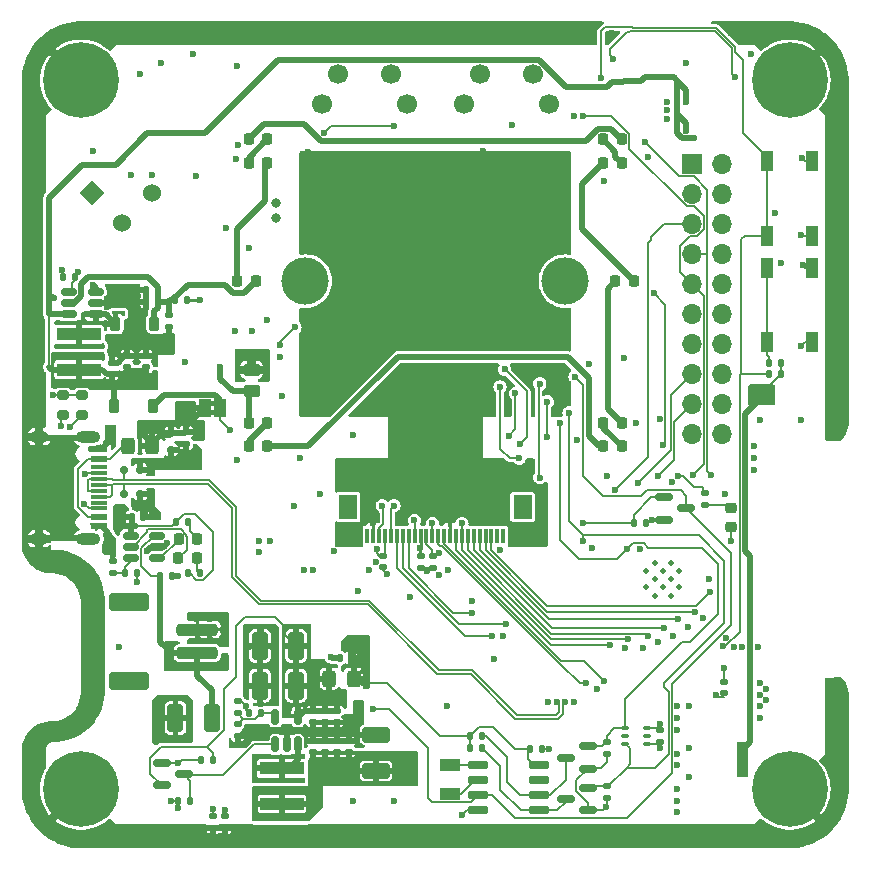
<source format=gtl>
%TF.GenerationSoftware,KiCad,Pcbnew,8.0.0*%
%TF.CreationDate,2024-03-17T03:11:13-07:00*%
%TF.ProjectId,ai-camera-rev3.2,61692d63-616d-4657-9261-2d726576332e,rev3.2*%
%TF.SameCoordinates,PX5a995c0PY2aea540*%
%TF.FileFunction,Copper,L1,Top*%
%TF.FilePolarity,Positive*%
%FSLAX46Y46*%
G04 Gerber Fmt 4.6, Leading zero omitted, Abs format (unit mm)*
G04 Created by KiCad (PCBNEW 8.0.0) date 2024-03-17 03:11:13*
%MOMM*%
%LPD*%
G01*
G04 APERTURE LIST*
G04 Aperture macros list*
%AMRoundRect*
0 Rectangle with rounded corners*
0 $1 Rounding radius*
0 $2 $3 $4 $5 $6 $7 $8 $9 X,Y pos of 4 corners*
0 Add a 4 corners polygon primitive as box body*
4,1,4,$2,$3,$4,$5,$6,$7,$8,$9,$2,$3,0*
0 Add four circle primitives for the rounded corners*
1,1,$1+$1,$2,$3*
1,1,$1+$1,$4,$5*
1,1,$1+$1,$6,$7*
1,1,$1+$1,$8,$9*
0 Add four rect primitives between the rounded corners*
20,1,$1+$1,$2,$3,$4,$5,0*
20,1,$1+$1,$4,$5,$6,$7,0*
20,1,$1+$1,$6,$7,$8,$9,0*
20,1,$1+$1,$8,$9,$2,$3,0*%
%AMRotRect*
0 Rectangle, with rotation*
0 The origin of the aperture is its center*
0 $1 length*
0 $2 width*
0 $3 Rotation angle, in degrees counterclockwise*
0 Add horizontal line*
21,1,$1,$2,0,0,$3*%
G04 Aperture macros list end*
%TA.AperFunction,EtchedComponent*%
%ADD10C,0.000000*%
%TD*%
%TA.AperFunction,SMDPad,CuDef*%
%ADD11RoundRect,0.140000X-0.140000X-0.170000X0.140000X-0.170000X0.140000X0.170000X-0.140000X0.170000X0*%
%TD*%
%TA.AperFunction,SMDPad,CuDef*%
%ADD12RoundRect,0.075000X0.250000X0.075000X-0.250000X0.075000X-0.250000X-0.075000X0.250000X-0.075000X0*%
%TD*%
%TA.AperFunction,ComponentPad*%
%ADD13C,3.600000*%
%TD*%
%TA.AperFunction,ConnectorPad*%
%ADD14C,6.400000*%
%TD*%
%TA.AperFunction,SMDPad,CuDef*%
%ADD15RoundRect,0.150000X-0.725000X-0.150000X0.725000X-0.150000X0.725000X0.150000X-0.725000X0.150000X0*%
%TD*%
%TA.AperFunction,SMDPad,CuDef*%
%ADD16R,3.700000X1.100000*%
%TD*%
%TA.AperFunction,SMDPad,CuDef*%
%ADD17RoundRect,0.140000X-0.170000X0.140000X-0.170000X-0.140000X0.170000X-0.140000X0.170000X0.140000X0*%
%TD*%
%TA.AperFunction,SMDPad,CuDef*%
%ADD18RoundRect,0.200000X0.275000X-0.200000X0.275000X0.200000X-0.275000X0.200000X-0.275000X-0.200000X0*%
%TD*%
%TA.AperFunction,WasherPad*%
%ADD19C,4.000000*%
%TD*%
%TA.AperFunction,SMDPad,CuDef*%
%ADD20RoundRect,0.135000X0.135000X0.185000X-0.135000X0.185000X-0.135000X-0.185000X0.135000X-0.185000X0*%
%TD*%
%TA.AperFunction,SMDPad,CuDef*%
%ADD21RoundRect,0.150000X-0.150000X-0.200000X0.150000X-0.200000X0.150000X0.200000X-0.150000X0.200000X0*%
%TD*%
%TA.AperFunction,SMDPad,CuDef*%
%ADD22R,1.000000X1.700000*%
%TD*%
%TA.AperFunction,SMDPad,CuDef*%
%ADD23R,1.800000X1.000000*%
%TD*%
%TA.AperFunction,SMDPad,CuDef*%
%ADD24RoundRect,0.250000X-0.325000X-0.450000X0.325000X-0.450000X0.325000X0.450000X-0.325000X0.450000X0*%
%TD*%
%TA.AperFunction,SMDPad,CuDef*%
%ADD25RoundRect,0.218750X0.256250X-0.218750X0.256250X0.218750X-0.256250X0.218750X-0.256250X-0.218750X0*%
%TD*%
%TA.AperFunction,SMDPad,CuDef*%
%ADD26RoundRect,0.135000X-0.135000X-0.185000X0.135000X-0.185000X0.135000X0.185000X-0.135000X0.185000X0*%
%TD*%
%TA.AperFunction,SMDPad,CuDef*%
%ADD27RoundRect,0.218750X-0.218750X-0.256250X0.218750X-0.256250X0.218750X0.256250X-0.218750X0.256250X0*%
%TD*%
%TA.AperFunction,SMDPad,CuDef*%
%ADD28RoundRect,0.250000X0.412500X0.925000X-0.412500X0.925000X-0.412500X-0.925000X0.412500X-0.925000X0*%
%TD*%
%TA.AperFunction,SMDPad,CuDef*%
%ADD29RoundRect,0.140000X0.170000X-0.140000X0.170000X0.140000X-0.170000X0.140000X-0.170000X-0.140000X0*%
%TD*%
%TA.AperFunction,SMDPad,CuDef*%
%ADD30RoundRect,0.135000X0.185000X-0.135000X0.185000X0.135000X-0.185000X0.135000X-0.185000X-0.135000X0*%
%TD*%
%TA.AperFunction,WasherPad*%
%ADD31C,1.700000*%
%TD*%
%TA.AperFunction,ComponentPad*%
%ADD32C,1.700000*%
%TD*%
%TA.AperFunction,SMDPad,CuDef*%
%ADD33RoundRect,0.135000X-0.185000X0.135000X-0.185000X-0.135000X0.185000X-0.135000X0.185000X0.135000X0*%
%TD*%
%TA.AperFunction,SMDPad,CuDef*%
%ADD34RoundRect,0.250000X-1.500000X0.250000X-1.500000X-0.250000X1.500000X-0.250000X1.500000X0.250000X0*%
%TD*%
%TA.AperFunction,SMDPad,CuDef*%
%ADD35RoundRect,0.250001X-1.449999X0.499999X-1.449999X-0.499999X1.449999X-0.499999X1.449999X0.499999X0*%
%TD*%
%TA.AperFunction,SMDPad,CuDef*%
%ADD36RoundRect,0.250000X0.325000X0.450000X-0.325000X0.450000X-0.325000X-0.450000X0.325000X-0.450000X0*%
%TD*%
%TA.AperFunction,SMDPad,CuDef*%
%ADD37R,1.000000X1.500000*%
%TD*%
%TA.AperFunction,SMDPad,CuDef*%
%ADD38RoundRect,0.150000X0.512500X0.150000X-0.512500X0.150000X-0.512500X-0.150000X0.512500X-0.150000X0*%
%TD*%
%TA.AperFunction,SMDPad,CuDef*%
%ADD39R,0.300000X1.300000*%
%TD*%
%TA.AperFunction,SMDPad,CuDef*%
%ADD40R,1.600000X2.000000*%
%TD*%
%TA.AperFunction,SMDPad,CuDef*%
%ADD41RoundRect,0.150000X0.587500X0.150000X-0.587500X0.150000X-0.587500X-0.150000X0.587500X-0.150000X0*%
%TD*%
%TA.AperFunction,SMDPad,CuDef*%
%ADD42RoundRect,0.150000X-0.200000X0.150000X-0.200000X-0.150000X0.200000X-0.150000X0.200000X0.150000X0*%
%TD*%
%TA.AperFunction,SMDPad,CuDef*%
%ADD43RoundRect,0.225000X0.225000X0.375000X-0.225000X0.375000X-0.225000X-0.375000X0.225000X-0.375000X0*%
%TD*%
%TA.AperFunction,ComponentPad*%
%ADD44C,0.800000*%
%TD*%
%TA.AperFunction,ComponentPad*%
%ADD45RotRect,1.524000X1.524000X45.000000*%
%TD*%
%TA.AperFunction,ComponentPad*%
%ADD46C,1.524000*%
%TD*%
%TA.AperFunction,SMDPad,CuDef*%
%ADD47RoundRect,0.150000X0.150000X-0.512500X0.150000X0.512500X-0.150000X0.512500X-0.150000X-0.512500X0*%
%TD*%
%TA.AperFunction,ComponentPad*%
%ADD48R,1.700000X1.700000*%
%TD*%
%TA.AperFunction,ComponentPad*%
%ADD49O,1.700000X1.700000*%
%TD*%
%TA.AperFunction,SMDPad,CuDef*%
%ADD50RoundRect,0.225000X-0.225000X-0.375000X0.225000X-0.375000X0.225000X0.375000X-0.225000X0.375000X0*%
%TD*%
%TA.AperFunction,SMDPad,CuDef*%
%ADD51RoundRect,0.140000X0.140000X0.170000X-0.140000X0.170000X-0.140000X-0.170000X0.140000X-0.170000X0*%
%TD*%
%TA.AperFunction,SMDPad,CuDef*%
%ADD52RoundRect,0.150000X-0.587500X-0.150000X0.587500X-0.150000X0.587500X0.150000X-0.587500X0.150000X0*%
%TD*%
%TA.AperFunction,SMDPad,CuDef*%
%ADD53R,1.450000X0.600000*%
%TD*%
%TA.AperFunction,SMDPad,CuDef*%
%ADD54R,1.450000X0.300000*%
%TD*%
%TA.AperFunction,ComponentPad*%
%ADD55O,2.100000X1.000000*%
%TD*%
%TA.AperFunction,ComponentPad*%
%ADD56O,1.600000X1.000000*%
%TD*%
%TA.AperFunction,SMDPad,CuDef*%
%ADD57RoundRect,0.250000X0.925000X-0.412500X0.925000X0.412500X-0.925000X0.412500X-0.925000X-0.412500X0*%
%TD*%
%TA.AperFunction,SMDPad,CuDef*%
%ADD58RoundRect,0.250000X0.450000X-0.262500X0.450000X0.262500X-0.450000X0.262500X-0.450000X-0.262500X0*%
%TD*%
%TA.AperFunction,ComponentPad*%
%ADD59C,0.500000*%
%TD*%
%TA.AperFunction,ViaPad*%
%ADD60C,0.600000*%
%TD*%
%TA.AperFunction,Conductor*%
%ADD61C,0.127000*%
%TD*%
%TA.AperFunction,Conductor*%
%ADD62C,0.250000*%
%TD*%
%TA.AperFunction,Conductor*%
%ADD63C,0.500000*%
%TD*%
%TA.AperFunction,Conductor*%
%ADD64C,0.203200*%
%TD*%
%TA.AperFunction,Conductor*%
%ADD65C,0.200000*%
%TD*%
G04 APERTURE END LIST*
D10*
%TA.AperFunction,EtchedComponent*%
G36*
X16370000Y-33340000D02*
G01*
X15870000Y-33340000D01*
X15870000Y-32940000D01*
X16370000Y-32940000D01*
X16370000Y-33340000D01*
G37*
%TD.AperFunction*%
%TA.AperFunction,EtchedComponent*%
G36*
X16370000Y-32540000D02*
G01*
X15870000Y-32540000D01*
X15870000Y-32140000D01*
X16370000Y-32140000D01*
X16370000Y-32540000D01*
G37*
%TD.AperFunction*%
D11*
X11712000Y-47000000D03*
X12672000Y-47000000D03*
D12*
X52900000Y-61150000D03*
X52900000Y-60500000D03*
X52900000Y-59850000D03*
X51100000Y-59850000D03*
X51100000Y-60500000D03*
X51100000Y-61150000D03*
D13*
X5000000Y-65000000D03*
D14*
X5000000Y-65000000D03*
D15*
X38605000Y-62995000D03*
X38605000Y-64265000D03*
X38605000Y-65535000D03*
X38605000Y-66805000D03*
X43755000Y-66805000D03*
X43755000Y-65535000D03*
X43755000Y-64265000D03*
X43755000Y-62995000D03*
D13*
X5000000Y-5000000D03*
D14*
X5000000Y-5000000D03*
D16*
X22000000Y-63250000D03*
X22000000Y-66250000D03*
D17*
X25654000Y-58406000D03*
X25654000Y-59366000D03*
D18*
X5100000Y-33325000D03*
X5100000Y-31675000D03*
D19*
X24000000Y-22000000D03*
X46000000Y-22000000D03*
D11*
X43040000Y-61620000D03*
X44000000Y-61620000D03*
D20*
X14260000Y-66020000D03*
X13240000Y-66020000D03*
D18*
X3500000Y-33325000D03*
X3500000Y-31675000D03*
D20*
X16200000Y-62530000D03*
X15180000Y-62530000D03*
D21*
X10007500Y-37970000D03*
X8607500Y-37970000D03*
D22*
X66900000Y-20850000D03*
X66900000Y-27150000D03*
X63100000Y-20850000D03*
X63100000Y-27150000D03*
D23*
X36220000Y-65430000D03*
X36220000Y-62930000D03*
D24*
X8975000Y-35930000D03*
X11025000Y-35930000D03*
D17*
X12450000Y-24905000D03*
X12450000Y-25865000D03*
D25*
X60000000Y-42787500D03*
X60000000Y-41212500D03*
D26*
X63250000Y-28890000D03*
X64270000Y-28890000D03*
D27*
X13248987Y-45459099D03*
X14823987Y-45459099D03*
X19212500Y-36000000D03*
X20787500Y-36000000D03*
D26*
X14040000Y-46750000D03*
X15060000Y-46750000D03*
D28*
X16075000Y-59000000D03*
X13000000Y-59000000D03*
D26*
X37910000Y-61500000D03*
X38930000Y-61500000D03*
D29*
X34798000Y-46261000D03*
X34798000Y-45301000D03*
D30*
X49500000Y-62010000D03*
X49500000Y-60990000D03*
D31*
X44600000Y-7000000D03*
X37400000Y-7000000D03*
D32*
X43250000Y-4500000D03*
X38750000Y-4500000D03*
D28*
X23212500Y-56250000D03*
X20137500Y-56250000D03*
D16*
X4850000Y-29490000D03*
X4850000Y-26490000D03*
D27*
X19212500Y-12000000D03*
X20787500Y-12000000D03*
D11*
X26900000Y-53900000D03*
X27860000Y-53900000D03*
D33*
X13920000Y-34750000D03*
X13920000Y-35770000D03*
D34*
X14850000Y-51500000D03*
X14850000Y-53500000D03*
D35*
X9100000Y-55850000D03*
X9100000Y-49150000D03*
D36*
X28075000Y-55670000D03*
X26025000Y-55670000D03*
D27*
X49212500Y-34000000D03*
X50787500Y-34000000D03*
D11*
X19250000Y-58550000D03*
X20210000Y-58550000D03*
D37*
X16770000Y-32740000D03*
X15470000Y-32740000D03*
D27*
X19212500Y-34000000D03*
X20787500Y-34000000D03*
D33*
X18270000Y-57570000D03*
X18270000Y-58590000D03*
D17*
X8910000Y-28320000D03*
X8910000Y-29280000D03*
D27*
X13261486Y-43859099D03*
X14836486Y-43859099D03*
D33*
X18260000Y-59500000D03*
X18260000Y-60520000D03*
D17*
X17200000Y-67300000D03*
X17200000Y-68260000D03*
D38*
X6247500Y-24820000D03*
X6247500Y-23870000D03*
X6247500Y-22920000D03*
X3972500Y-22920000D03*
X3972500Y-23870000D03*
X3972500Y-24820000D03*
D39*
X40750000Y-43600000D03*
X40250000Y-43600000D03*
X39750000Y-43600000D03*
X39250000Y-43600000D03*
X38750000Y-43600000D03*
X38250000Y-43600000D03*
X37750000Y-43600000D03*
X37250000Y-43600000D03*
X36750000Y-43600000D03*
X36250000Y-43600000D03*
X35750000Y-43600000D03*
X35250000Y-43600000D03*
X34750000Y-43600000D03*
X34250000Y-43600000D03*
X33750000Y-43600000D03*
X33250000Y-43600000D03*
X32750000Y-43600000D03*
X32250000Y-43600000D03*
X31750000Y-43600000D03*
X31250000Y-43600000D03*
X30750000Y-43600000D03*
X30250000Y-43600000D03*
X29750000Y-43600000D03*
X29250000Y-43600000D03*
D40*
X42400000Y-41120000D03*
X27600000Y-41120000D03*
D27*
X49212500Y-10000000D03*
X50787500Y-10000000D03*
D41*
X47927500Y-63290000D03*
X47927500Y-61390000D03*
X46052500Y-62340000D03*
D30*
X16200000Y-68310000D03*
X16200000Y-67290000D03*
D42*
X12630000Y-36270000D03*
X12630000Y-34870000D03*
D27*
X19212500Y-10000000D03*
X20787500Y-10000000D03*
D31*
X32600000Y-7000000D03*
X25400000Y-7000000D03*
D32*
X31250000Y-4500000D03*
X26750000Y-4500000D03*
D22*
X66900000Y-11850000D03*
X66900000Y-18150000D03*
X63100000Y-11850000D03*
X63100000Y-18150000D03*
D43*
X11220000Y-25600000D03*
X7920000Y-25600000D03*
D11*
X10520000Y-23750000D03*
X11480000Y-23750000D03*
D44*
X21500000Y-16625000D03*
X21500000Y-15375000D03*
D26*
X3480000Y-21620000D03*
X4500000Y-21620000D03*
D27*
X49212500Y-12000000D03*
X50787500Y-12000000D03*
D30*
X49500000Y-65760000D03*
X49500000Y-64740000D03*
D29*
X59410000Y-56880000D03*
X59410000Y-55920000D03*
D17*
X27686000Y-60946000D03*
X27686000Y-61906000D03*
D45*
X5960000Y-14500000D03*
D46*
X8500000Y-17040000D03*
X11040000Y-14500000D03*
D17*
X25654000Y-60946000D03*
X25654000Y-61906000D03*
D21*
X10007500Y-40030000D03*
X8607500Y-40030000D03*
D47*
X21462500Y-61200000D03*
X22412500Y-61200000D03*
X23362500Y-61200000D03*
X23362500Y-58925000D03*
X21462500Y-58925000D03*
D17*
X24638000Y-60946000D03*
X24638000Y-61906000D03*
D30*
X7725000Y-46710000D03*
X7725000Y-45690000D03*
D17*
X26670000Y-60946000D03*
X26670000Y-61906000D03*
D27*
X49212500Y-36000000D03*
X50787500Y-36000000D03*
D13*
X65000000Y-5000000D03*
D14*
X65000000Y-5000000D03*
D29*
X26670000Y-59366000D03*
X26670000Y-58406000D03*
D26*
X37920000Y-60500000D03*
X38940000Y-60500000D03*
D48*
X56725000Y-12075000D03*
D49*
X59265000Y-12075000D03*
X56725000Y-14615000D03*
X59265000Y-14615000D03*
X56725000Y-17155000D03*
X59265000Y-17155000D03*
X56725000Y-19695000D03*
X59265000Y-19695000D03*
X56725000Y-22235000D03*
X59265000Y-22235000D03*
X56725000Y-24775000D03*
X59265000Y-24775000D03*
X56725000Y-27315000D03*
X59265000Y-27315000D03*
X56725000Y-29855000D03*
X59265000Y-29855000D03*
X56725000Y-32395000D03*
X59265000Y-32395000D03*
X56725000Y-34935000D03*
X59265000Y-34935000D03*
D11*
X10520000Y-22750000D03*
X11480000Y-22750000D03*
D29*
X33782000Y-46261000D03*
X33782000Y-45301000D03*
D33*
X57830000Y-39940000D03*
X57830000Y-40960000D03*
D29*
X54000000Y-60980000D03*
X54000000Y-60020000D03*
D27*
X50212500Y-22000000D03*
X51787500Y-22000000D03*
D50*
X7790000Y-32530000D03*
X11090000Y-32530000D03*
D26*
X13013986Y-42409099D03*
X14033986Y-42409099D03*
D51*
X10255000Y-41975000D03*
X9295000Y-41975000D03*
D26*
X8715000Y-46750000D03*
X9735000Y-46750000D03*
D27*
X18212500Y-22000000D03*
X19787500Y-22000000D03*
D52*
X54380000Y-40300000D03*
X54380000Y-42200000D03*
X56255000Y-41250000D03*
D53*
X6545000Y-36250000D03*
X6545000Y-37050000D03*
D54*
X6545000Y-38250000D03*
X6545000Y-39250000D03*
X6545000Y-39750000D03*
X6545000Y-40750000D03*
D53*
X6545000Y-41950000D03*
X6545000Y-42750000D03*
X6545000Y-42750000D03*
X6545000Y-41950000D03*
D54*
X6545000Y-41250000D03*
X6545000Y-40250000D03*
X6545000Y-38750000D03*
X6545000Y-37750000D03*
D53*
X6545000Y-37050000D03*
X6545000Y-36250000D03*
D55*
X5630000Y-35180000D03*
D56*
X1450000Y-35180000D03*
D55*
X5630000Y-43820000D03*
D56*
X1450000Y-43820000D03*
D13*
X65000000Y-65000000D03*
D14*
X65000000Y-65000000D03*
D29*
X10490000Y-29285000D03*
X10490000Y-28325000D03*
D20*
X52830000Y-42470000D03*
X51810000Y-42470000D03*
D29*
X24638000Y-59366000D03*
X24638000Y-58406000D03*
D52*
X11832500Y-62790000D03*
X11832500Y-64690000D03*
X13707500Y-63740000D03*
D26*
X63250000Y-29900000D03*
X64270000Y-29900000D03*
D29*
X30607000Y-46221000D03*
X30607000Y-45261000D03*
D41*
X47917500Y-66800000D03*
X47917500Y-64900000D03*
X46042500Y-65850000D03*
D57*
X29972000Y-63471500D03*
X29972000Y-60396500D03*
D38*
X11475000Y-45449999D03*
X11475000Y-44499999D03*
X11475000Y-43549999D03*
X9200000Y-43549999D03*
X9200000Y-44499999D03*
X9200000Y-45449999D03*
D58*
X19440000Y-31332500D03*
X19440000Y-29507500D03*
D28*
X23212500Y-52875001D03*
X20137500Y-52875001D03*
D17*
X7630000Y-28890000D03*
X7630000Y-29850000D03*
D51*
X13950000Y-23630000D03*
X12990000Y-23630000D03*
D59*
X54960000Y-48630000D03*
X53560000Y-48630000D03*
X55660000Y-47930000D03*
X54260000Y-47930000D03*
X52860000Y-47930000D03*
X54960000Y-47230000D03*
X53560000Y-47230000D03*
X55660000Y-46530000D03*
X54260000Y-46530000D03*
X52860000Y-46530000D03*
X54960000Y-45830000D03*
X53560000Y-45830000D03*
D60*
X54600000Y-7550000D03*
X58740000Y-57010000D03*
X28500000Y-59000000D03*
X6000000Y-11000000D03*
X39850000Y-32870000D03*
X28469205Y-58050000D03*
X11750000Y-3500000D03*
X13500000Y-37500000D03*
X22000000Y-31750000D03*
X26000000Y-60000000D03*
X11800000Y-59400000D03*
X64250000Y-20500000D03*
X62500000Y-57000000D03*
X56500000Y-64000000D03*
X10350000Y-41025000D03*
X53000000Y-11500000D03*
X37000000Y-33000000D03*
X33000000Y-30500000D03*
X51000000Y-28500000D03*
X18250000Y-3750000D03*
X32896917Y-48779083D03*
X11000000Y-13000000D03*
X55500000Y-66925500D03*
X59584483Y-52218483D03*
X17250000Y-17500000D03*
X10000000Y-37250000D03*
X20500000Y-28250000D03*
X28000000Y-60000000D03*
X13249500Y-46990000D03*
X48650000Y-56550000D03*
X24638000Y-46440000D03*
X60000000Y-44000000D03*
X7300000Y-43575000D03*
X12725000Y-60775000D03*
X66000000Y-33750000D03*
X54600000Y-8250000D03*
X10621692Y-44835022D03*
X63000000Y-56500000D03*
X20250000Y-57767600D03*
X19500000Y-26250000D03*
X8000000Y-27000000D03*
X17025000Y-51500000D03*
X57658000Y-50546000D03*
X55118000Y-52070000D03*
X20088035Y-44911965D03*
X51054000Y-53086000D03*
X18500000Y-28250000D03*
X62500000Y-56000000D03*
X56500000Y-58000000D03*
X7234026Y-24150065D03*
X2625000Y-31650000D03*
X29750000Y-42500000D03*
X19500000Y-28250000D03*
X65975000Y-18125000D03*
X12610000Y-65980000D03*
X7475000Y-35500000D03*
X55000000Y-39000000D03*
X15900000Y-50600000D03*
X62353000Y-52983229D03*
X3400000Y-21030000D03*
X32000000Y-18500000D03*
X52324000Y-44704000D03*
X42000000Y-18000000D03*
X10000000Y-24750000D03*
X11800000Y-60325000D03*
X32000000Y-13000000D03*
X22750000Y-60000000D03*
X55500000Y-59000000D03*
X33000000Y-35500000D03*
X49250000Y-13500000D03*
X63000000Y-57500000D03*
X21000000Y-44000000D03*
X10750000Y-40000000D03*
X46999146Y-35422111D03*
X54625000Y-6850000D03*
X55500000Y-58000000D03*
X52578000Y-53086000D03*
X41500000Y-8750000D03*
X11250000Y-27000000D03*
X14800000Y-50600000D03*
X40000000Y-54000000D03*
X9700000Y-47450000D03*
X11800000Y-57750000D03*
X20250000Y-54500000D03*
X35306000Y-46882000D03*
X18100000Y-11625000D03*
X16200000Y-66700000D03*
X60250000Y-53000000D03*
X9750000Y-27000000D03*
X28000000Y-66000000D03*
X7700000Y-45200000D03*
X39750000Y-22250000D03*
X28000000Y-35000000D03*
X65950000Y-27525000D03*
X45000000Y-31000000D03*
X46750000Y-57650000D03*
X25300000Y-15160000D03*
X29000000Y-27000000D03*
X28448000Y-48260000D03*
X14900000Y-52300000D03*
X48250000Y-44629123D03*
X62500000Y-59000000D03*
X62500000Y-58000000D03*
X31500000Y-66000000D03*
X24384000Y-25908000D03*
X21250000Y-53000000D03*
X55500000Y-65000000D03*
X55500000Y-62000000D03*
X28000000Y-38000000D03*
X8250000Y-53000000D03*
X12500000Y-27000000D03*
X20102600Y-44000000D03*
X40443828Y-44750863D03*
X36250000Y-42250000D03*
X38110000Y-49070000D03*
X13800000Y-28860000D03*
X55500000Y-66000000D03*
X35020000Y-39870000D03*
X17200000Y-66750000D03*
X30000000Y-38000000D03*
X14500000Y-2750000D03*
X29413200Y-46440000D03*
X33000000Y-33000000D03*
X37500000Y-38000000D03*
X12750000Y-37500000D03*
X9600000Y-41075000D03*
X7475000Y-34625000D03*
X15110000Y-23580000D03*
X37000000Y-13000000D03*
X46750000Y-8000000D03*
X23000000Y-41000000D03*
X59500000Y-40000000D03*
X12306655Y-44180096D03*
X13225000Y-66575000D03*
X19250000Y-56250000D03*
X10000000Y-4500000D03*
X53990000Y-33650000D03*
X26390000Y-44890000D03*
X62000000Y-36000000D03*
X23750000Y-60000000D03*
X10750000Y-38000000D03*
X66025000Y-11550000D03*
X27000000Y-60000000D03*
X9250000Y-13000000D03*
X42000000Y-13000000D03*
X58166000Y-47244000D03*
X37290000Y-67200000D03*
X55500000Y-60000000D03*
X55500000Y-63000000D03*
X49500000Y-38500000D03*
X56500000Y-61500000D03*
X44525000Y-57650000D03*
X18173800Y-37155053D03*
X63750000Y-16250000D03*
X48000000Y-29000000D03*
X25250000Y-40000000D03*
X23876000Y-46440000D03*
X21250000Y-56250000D03*
X61750000Y-2750000D03*
X62500000Y-33750000D03*
X25000000Y-60000000D03*
X20250000Y-51500000D03*
X10000000Y-25750000D03*
X11825000Y-58550000D03*
X7229838Y-23485458D03*
X30930000Y-46790000D03*
X18000000Y-26250000D03*
X14750000Y-13126576D03*
X29993492Y-45755995D03*
X36000000Y-58000000D03*
X62000000Y-37000000D03*
X39000000Y-11000000D03*
X54000000Y-59500000D03*
X20750000Y-25250000D03*
X40700000Y-52050000D03*
X52000000Y-34000000D03*
X36068000Y-46440000D03*
X21844000Y-28448000D03*
X21750000Y-60000000D03*
X37250000Y-40825000D03*
X24260000Y-11050000D03*
X38500000Y-27000000D03*
X14250000Y-37500000D03*
X28500000Y-13000000D03*
X56225000Y-3525000D03*
X34280000Y-46530000D03*
X32000000Y-27000000D03*
X56388000Y-51308000D03*
X23539191Y-36987921D03*
X61000000Y-53000000D03*
X53848000Y-52578000D03*
X18300000Y-10500000D03*
X32000000Y-21000000D03*
X7300000Y-44450000D03*
X53350000Y-42199998D03*
X11350000Y-41925000D03*
X19200000Y-19200000D03*
X66125000Y-20650000D03*
X19250000Y-53000000D03*
X26162000Y-53806000D03*
X44610000Y-61620000D03*
X15900000Y-52300000D03*
X62000000Y-38000000D03*
X69000000Y-29000000D03*
X20000000Y-69000000D03*
X30000000Y-1000000D03*
X20000000Y-1000000D03*
X1000000Y-29000000D03*
X41000000Y-69000000D03*
X41000000Y-1000000D03*
X10000000Y-69000000D03*
X1000000Y-40000000D03*
X6000000Y-56000000D03*
X6000000Y-49000000D03*
X10000000Y-1000000D03*
X50000000Y-69000000D03*
X30000000Y-69000000D03*
X69000000Y-9000000D03*
X1000000Y-62000000D03*
X60000000Y-1000000D03*
X50000000Y-1000000D03*
X69000000Y-59000000D03*
X1000000Y-9000000D03*
X69000000Y-19000000D03*
X1000000Y-19000000D03*
X60000000Y-69000000D03*
X56875000Y-9900000D03*
X29000000Y-54000000D03*
X8685000Y-30745000D03*
X6815000Y-30715000D03*
X28200000Y-52450000D03*
X29000000Y-55000000D03*
X56250000Y-9275000D03*
X56225000Y-6875000D03*
X29000000Y-56000000D03*
X7795000Y-30725000D03*
X2730000Y-23438550D03*
X29000000Y-53000000D03*
X15750000Y-54500000D03*
X14850000Y-54450000D03*
X14000000Y-54500000D03*
X12680000Y-53500000D03*
X61000000Y-63500000D03*
X33000000Y-62500000D03*
X54000000Y-61500000D03*
X49470000Y-66530000D03*
X63000000Y-32250000D03*
X61000000Y-62500000D03*
X33020000Y-63458000D03*
X32004000Y-63458000D03*
X19000000Y-58000000D03*
X62250000Y-32250000D03*
X32000000Y-62500000D03*
X63000000Y-31500000D03*
X62250000Y-31500000D03*
X61000000Y-61625000D03*
X50249992Y-39647776D03*
X60375000Y-4675000D03*
X63000000Y-20500000D03*
X50061518Y-3190097D03*
X59410000Y-54770000D03*
X59385200Y-52933600D03*
X63250000Y-12250000D03*
X49021814Y-4775000D03*
X54250000Y-35840000D03*
X53500000Y-23000000D03*
X35353517Y-45046483D03*
X30030000Y-44710000D03*
X33680000Y-44600000D03*
X51308000Y-52324000D03*
X37250000Y-42500000D03*
X11000000Y-34750000D03*
X8100000Y-41300000D03*
X10000000Y-34728358D03*
X8050000Y-42750000D03*
X8075000Y-42025000D03*
X45261500Y-57650000D03*
X45988500Y-57650000D03*
X58369200Y-38455600D03*
X52750000Y-10250000D03*
X47500000Y-8000000D03*
X56794400Y-38455600D03*
X52140000Y-39050000D03*
X53860000Y-38500000D03*
X58216800Y-48310800D03*
X56946800Y-49987200D03*
X55575200Y-50647600D03*
X54356000Y-51358800D03*
X53035200Y-52070000D03*
X49784000Y-52832000D03*
X49276000Y-55829200D03*
X47720000Y-56050000D03*
X34750000Y-42500000D03*
X33223200Y-42250000D03*
X38130000Y-50110000D03*
X40993594Y-51056006D03*
X39776400Y-52019200D03*
X51206400Y-44704000D03*
X45590002Y-34036000D03*
X31500000Y-41000000D03*
X30500000Y-41000000D03*
X47500000Y-44000000D03*
X46320000Y-33150000D03*
X6025971Y-22366501D03*
X16750000Y-29250000D03*
X3346394Y-34305199D03*
X5358517Y-38311483D03*
X47500000Y-42500000D03*
X5290000Y-40860000D03*
X4070000Y-34370000D03*
X23114000Y-25908000D03*
X21844000Y-27432000D03*
X43850000Y-38630000D03*
X43850000Y-30690000D03*
X41780000Y-31510000D03*
X41200000Y-35110000D03*
X55570000Y-38490000D03*
X42090000Y-37010000D03*
X40480000Y-30970000D03*
X4720000Y-21250000D03*
X44480000Y-32220000D03*
X44490000Y-35160000D03*
X40880000Y-29460000D03*
X42160000Y-35780000D03*
X25600000Y-9500000D03*
X46820000Y-30080000D03*
X13250000Y-62790000D03*
X29750000Y-58190000D03*
X31500000Y-8900000D03*
X17580000Y-34570000D03*
D61*
X66325000Y-27150000D02*
X65950000Y-27525000D01*
X17200000Y-67300000D02*
X17200000Y-66750000D01*
X10000000Y-37250000D02*
X10000000Y-37962500D01*
X66325000Y-11850000D02*
X66025000Y-11550000D01*
X52900000Y-59850000D02*
X53830000Y-59850000D01*
X66900000Y-20850000D02*
X66325000Y-20850000D01*
X53350000Y-42200000D02*
X53100000Y-42200000D01*
X18260000Y-60520000D02*
X18780000Y-60000000D01*
D62*
X15060000Y-23630000D02*
X15110000Y-23580000D01*
D61*
X34310000Y-46261000D02*
X34310000Y-46500000D01*
D63*
X8110000Y-28890000D02*
X7630000Y-28890000D01*
D61*
X10007500Y-40030000D02*
X10007500Y-40682500D01*
X34310000Y-46261000D02*
X33782000Y-46261000D01*
X7725000Y-45225000D02*
X7700000Y-45200000D01*
D63*
X8910000Y-28090000D02*
X8110000Y-28890000D01*
D61*
X7228237Y-23485458D02*
X7229838Y-23485458D01*
D62*
X29750000Y-43600000D02*
X29750000Y-42500000D01*
D61*
X59410000Y-57175000D02*
X58905000Y-57175000D01*
X3480000Y-21110000D02*
X3400000Y-21030000D01*
D62*
X36250000Y-43600000D02*
X36250000Y-42250000D01*
D61*
X10007500Y-40682500D02*
X10350000Y-41025000D01*
X34798000Y-46261000D02*
X34310000Y-46261000D01*
X38605000Y-66805000D02*
X37685000Y-66805000D01*
X9735000Y-46750000D02*
X9735000Y-47415000D01*
X54000000Y-60020000D02*
X54000000Y-59500000D01*
D63*
X6750000Y-42750000D02*
X7300000Y-43300000D01*
X11475000Y-44499999D02*
X10956715Y-44499999D01*
D61*
X66900000Y-18150000D02*
X66000000Y-18150000D01*
X13240000Y-66020000D02*
X13240000Y-66560000D01*
D63*
X10956715Y-44499999D02*
X10621692Y-44835022D01*
D61*
X16200000Y-67290000D02*
X16200000Y-66700000D01*
X58905000Y-57175000D02*
X58740000Y-57010000D01*
D63*
X11475000Y-44499999D02*
X11986752Y-44499999D01*
D61*
X66900000Y-11850000D02*
X66325000Y-11850000D01*
X3500000Y-31675000D02*
X2650000Y-31675000D01*
X54380000Y-42200000D02*
X53350000Y-42200000D01*
X10007500Y-40030000D02*
X10007500Y-40667500D01*
X2650000Y-31675000D02*
X2625000Y-31650000D01*
X7300000Y-43575000D02*
X7300000Y-43500000D01*
X53100000Y-42200000D02*
X52830000Y-42470000D01*
X7234026Y-24150065D02*
X6953961Y-23870000D01*
X66900000Y-27150000D02*
X66325000Y-27150000D01*
D62*
X14245000Y-23630000D02*
X15060000Y-23630000D01*
D61*
X3500000Y-31675000D02*
X5100000Y-31675000D01*
X37685000Y-66805000D02*
X37290000Y-67200000D01*
X3480000Y-21620000D02*
X3480000Y-21110000D01*
D63*
X26900000Y-53900000D02*
X26256000Y-53900000D01*
D61*
X60000000Y-42787500D02*
X60000000Y-44000000D01*
X66325000Y-20850000D02*
X66125000Y-20650000D01*
X44000000Y-61620000D02*
X44610000Y-61620000D01*
X18780000Y-60000000D02*
X21750000Y-60000000D01*
X7725000Y-45690000D02*
X7725000Y-45225000D01*
X30607000Y-46467000D02*
X30930000Y-46790000D01*
D63*
X6725000Y-36250000D02*
X7475000Y-35500000D01*
D61*
X6545000Y-42750000D02*
X6266500Y-43028500D01*
X9735000Y-47415000D02*
X9700000Y-47450000D01*
X12650000Y-66020000D02*
X12610000Y-65980000D01*
X6843695Y-23870000D02*
X7228237Y-23485458D01*
X66000000Y-18150000D02*
X65975000Y-18125000D01*
X6545000Y-36250000D02*
X6266500Y-35971500D01*
X7300000Y-43500000D02*
X6550000Y-42750000D01*
X10007500Y-40667500D02*
X9600000Y-41075000D01*
X11300000Y-41975000D02*
X11350000Y-41925000D01*
D63*
X11986752Y-44499999D02*
X12306655Y-44180096D01*
D61*
X12710000Y-46990000D02*
X13249500Y-46990000D01*
X6953961Y-23870000D02*
X6247500Y-23870000D01*
D63*
X7300000Y-43300000D02*
X7300000Y-43575000D01*
D61*
X10325000Y-41050000D02*
X10350000Y-41025000D01*
D63*
X26256000Y-53900000D02*
X26162000Y-53806000D01*
D61*
X13240000Y-66020000D02*
X12650000Y-66020000D01*
X10550000Y-41975000D02*
X10550000Y-41225000D01*
X10550000Y-41225000D02*
X10350000Y-41025000D01*
X53350000Y-42200000D02*
X53350000Y-42199998D01*
X13240000Y-66560000D02*
X13225000Y-66575000D01*
X10550000Y-41975000D02*
X11300000Y-41975000D01*
D63*
X4850000Y-29490000D02*
X6820000Y-29490000D01*
D64*
X42880000Y-61780000D02*
X42880000Y-62460000D01*
D63*
X56225000Y-5800000D02*
X55475000Y-5050000D01*
X56250000Y-9275000D02*
X56250000Y-8650000D01*
D64*
X29000000Y-55000000D02*
X28745000Y-55000000D01*
D63*
X46100000Y-5575000D02*
X43798000Y-3273000D01*
D64*
X7795000Y-30725000D02*
X7795000Y-32525000D01*
D63*
X7925000Y-12150000D02*
X5100000Y-12150000D01*
X2300000Y-14950000D02*
X2300000Y-23400000D01*
D64*
X2300000Y-23400000D02*
X2300000Y-25775000D01*
D63*
X55175000Y-4750000D02*
X52725000Y-4750000D01*
X7630000Y-29850000D02*
X7180000Y-29850000D01*
D64*
X2550000Y-23400000D02*
X2300000Y-23400000D01*
D63*
X2510000Y-29490000D02*
X2300000Y-29280000D01*
X7630000Y-29850000D02*
X8635000Y-29850000D01*
D64*
X2300000Y-25775000D02*
X2300000Y-29280000D01*
D63*
X2600000Y-23308550D02*
X2730000Y-23438550D01*
X55475000Y-9475000D02*
X55475000Y-7575000D01*
D64*
X28745000Y-55000000D02*
X28075000Y-55670000D01*
D63*
X55475000Y-7575000D02*
X55475000Y-5050000D01*
X3972500Y-24820000D02*
X2330000Y-24820000D01*
D64*
X2730000Y-23438550D02*
X2611450Y-23438550D01*
D63*
X7790000Y-30730000D02*
X7795000Y-30725000D01*
X2300000Y-24790000D02*
X2330000Y-24820000D01*
X52725000Y-4750000D02*
X52400000Y-5075000D01*
X52400000Y-5075000D02*
X50975000Y-5075000D01*
D64*
X2600000Y-23450000D02*
X2550000Y-23400000D01*
X29000000Y-56000000D02*
X30896000Y-56000000D01*
D63*
X7180000Y-29850000D02*
X6820000Y-29490000D01*
X55900000Y-9900000D02*
X55475000Y-9475000D01*
D64*
X7705000Y-30815000D02*
X7795000Y-30725000D01*
X7775000Y-30745000D02*
X8685000Y-30745000D01*
D63*
X8635000Y-29850000D02*
X8910000Y-29575000D01*
D64*
X39850000Y-59750000D02*
X41720000Y-61620000D01*
D63*
X55475000Y-7875000D02*
X55475000Y-7575000D01*
X15500000Y-9450000D02*
X10625000Y-9450000D01*
D64*
X37910000Y-61500000D02*
X37910000Y-60600000D01*
X42880000Y-62460000D02*
X43415000Y-62995000D01*
X38670000Y-59750000D02*
X39850000Y-59750000D01*
X6840000Y-30690000D02*
X6815000Y-30715000D01*
X2300000Y-24850000D02*
X2300000Y-25775000D01*
D63*
X4850000Y-29490000D02*
X2510000Y-29490000D01*
D64*
X2611450Y-23438550D02*
X2600000Y-23450000D01*
D63*
X55475000Y-5050000D02*
X55175000Y-4750000D01*
X56250000Y-8650000D02*
X55475000Y-7875000D01*
X10490000Y-29580000D02*
X8915000Y-29580000D01*
D64*
X2330000Y-24820000D02*
X2300000Y-24850000D01*
X6820000Y-29490000D02*
X7340000Y-30010000D01*
D63*
X50975000Y-5075000D02*
X50870700Y-5179300D01*
X7790000Y-32530000D02*
X7790000Y-30730000D01*
X43798000Y-3273000D02*
X21677000Y-3273000D01*
X50870700Y-5179300D02*
X49920700Y-5179300D01*
X56875000Y-9900000D02*
X55900000Y-9900000D01*
X28155000Y-53900000D02*
X28155000Y-55590000D01*
D64*
X37920000Y-60500000D02*
X38670000Y-59750000D01*
D63*
X56225000Y-6875000D02*
X56225000Y-5800000D01*
X5100000Y-12150000D02*
X2300000Y-14950000D01*
X2300000Y-23400000D02*
X2300000Y-24790000D01*
X21677000Y-3273000D02*
X15500000Y-9450000D01*
X10625000Y-9450000D02*
X7925000Y-12150000D01*
X49920700Y-5179300D02*
X49525000Y-5575000D01*
D64*
X35396000Y-60500000D02*
X37920000Y-60500000D01*
X30896000Y-56000000D02*
X35396000Y-60500000D01*
D63*
X49525000Y-5575000D02*
X46100000Y-5575000D01*
D64*
X28200000Y-52450000D02*
X28200000Y-53855000D01*
X41720000Y-61620000D02*
X43040000Y-61620000D01*
X11159868Y-43549999D02*
X10093592Y-44616275D01*
X14850000Y-53500000D02*
X12680000Y-53500000D01*
X10093592Y-44616275D02*
X10093592Y-46143592D01*
D63*
X14850000Y-55425000D02*
X16075000Y-56650000D01*
D64*
X10950000Y-47000000D02*
X11712000Y-47000000D01*
D63*
X11712000Y-47000000D02*
X11712000Y-52532000D01*
D64*
X10093592Y-46143592D02*
X10950000Y-47000000D01*
D63*
X11712000Y-52532000D02*
X12680000Y-53500000D01*
X16075000Y-56650000D02*
X16075000Y-59000000D01*
D64*
X14850000Y-53500000D02*
X14850000Y-54450000D01*
D63*
X14850000Y-54450000D02*
X14850000Y-55425000D01*
D64*
X49200000Y-66800000D02*
X49470000Y-66530000D01*
X54000000Y-60980000D02*
X54000000Y-61500000D01*
D63*
X61250000Y-44823500D02*
X61250000Y-33250000D01*
D64*
X18570000Y-57570000D02*
X19000000Y-58000000D01*
X47927500Y-63290000D02*
X46950000Y-64267500D01*
X49500000Y-65760000D02*
X49500000Y-66500000D01*
X19000000Y-58300000D02*
X19250000Y-58550000D01*
X64270000Y-28890000D02*
X64270000Y-29560000D01*
D63*
X61250000Y-33250000D02*
X63000000Y-31500000D01*
D64*
X49000000Y-63250000D02*
X47967500Y-63250000D01*
X53830000Y-61150000D02*
X52900000Y-61150000D01*
X63000000Y-31500000D02*
X63000000Y-31170000D01*
X46950000Y-64267500D02*
X46950000Y-65205421D01*
X49500000Y-62750000D02*
X49000000Y-63250000D01*
X49500000Y-66500000D02*
X49470000Y-66530000D01*
X47917500Y-66800000D02*
X47917500Y-66172922D01*
X49500000Y-62010000D02*
X49500000Y-62750000D01*
D63*
X61676500Y-61048500D02*
X61676500Y-45250000D01*
D64*
X47917500Y-66800000D02*
X49200000Y-66800000D01*
X63000000Y-31170000D02*
X64270000Y-29900000D01*
D63*
X61100000Y-61625000D02*
X61676500Y-61048500D01*
D64*
X46950000Y-65205421D02*
X47917500Y-66172922D01*
X18270000Y-57570000D02*
X18570000Y-57570000D01*
D63*
X61676500Y-45250000D02*
X61250000Y-44823500D01*
D64*
X19000000Y-58000000D02*
X19000000Y-58300000D01*
D61*
X63250000Y-28390000D02*
X63250000Y-28890000D01*
X53250000Y-18500000D02*
X53250000Y-18250000D01*
X60150000Y-2300000D02*
X58679000Y-829000D01*
X49750000Y-2375000D02*
X49750000Y-2878579D01*
X50249992Y-39647776D02*
X53000000Y-36897768D01*
X60375000Y-4675000D02*
X60150000Y-4450000D01*
X51446000Y-829000D02*
X51400000Y-875000D01*
X49750000Y-2878579D02*
X50061518Y-3190097D01*
X63100000Y-27150000D02*
X63100000Y-28240000D01*
X58679000Y-829000D02*
X51446000Y-829000D01*
X60150000Y-4450000D02*
X60150000Y-2300000D01*
X56725000Y-17155000D02*
X54345000Y-17155000D01*
X63100000Y-28240000D02*
X63250000Y-28390000D01*
X51400000Y-875000D02*
X51250000Y-875000D01*
X51250000Y-875000D02*
X49750000Y-2375000D01*
X63100000Y-27150000D02*
X63100000Y-20850000D01*
X53250000Y-18250000D02*
X54345000Y-17155000D01*
X53000000Y-18750000D02*
X53250000Y-18500000D01*
X53000000Y-36897768D02*
X53000000Y-18750000D01*
X60909200Y-29810000D02*
X60809999Y-29909201D01*
X61075000Y-3243126D02*
X60404000Y-2572126D01*
X63100000Y-11500000D02*
X61075000Y-9475000D01*
X60404000Y-2194790D02*
X58784210Y-575000D01*
X60909200Y-18420000D02*
X60909200Y-29810000D01*
X59562331Y-52933600D02*
X59385200Y-52933600D01*
X60404000Y-2572126D02*
X60404000Y-2194790D01*
X61075000Y-9475000D02*
X61075000Y-3243126D01*
X59410000Y-55625000D02*
X59410000Y-54770000D01*
X63250000Y-29900000D02*
X60999200Y-29900000D01*
X49375000Y-500000D02*
X49021814Y-853186D01*
X60809999Y-29909201D02*
X60809999Y-51685932D01*
X63100000Y-11850000D02*
X63100000Y-11500000D01*
X49021814Y-4946814D02*
X49021814Y-4775000D01*
X51725000Y-500000D02*
X49375000Y-500000D01*
X60809999Y-51685932D02*
X59562331Y-52933600D01*
X49067800Y-4992800D02*
X49021814Y-4946814D01*
X58300000Y-550000D02*
X51775000Y-550000D01*
X61179200Y-18150000D02*
X60909200Y-18420000D01*
X51775000Y-550000D02*
X51725000Y-500000D01*
X63100000Y-18150000D02*
X61179200Y-18150000D01*
X49021814Y-853186D02*
X49021814Y-4775000D01*
X58784210Y-575000D02*
X58325000Y-575000D01*
X58325000Y-575000D02*
X58300000Y-550000D01*
X60999200Y-29900000D02*
X60909200Y-29810000D01*
X63100000Y-11850000D02*
X63100000Y-18150000D01*
X54480000Y-23980000D02*
X53500000Y-23000000D01*
X54480000Y-35610000D02*
X54480000Y-23980000D01*
X54250000Y-35840000D02*
X54480000Y-35610000D01*
D64*
X34250000Y-43600000D02*
X34250000Y-44250000D01*
X34798000Y-45301000D02*
X35099000Y-45301000D01*
D61*
X30750000Y-45118000D02*
X30750000Y-43600000D01*
D64*
X34750000Y-44750000D02*
X34750000Y-45253000D01*
D61*
X30030000Y-45020000D02*
X30030000Y-44710000D01*
D64*
X35099000Y-45301000D02*
X35353517Y-45046483D01*
D61*
X30271000Y-45261000D02*
X30030000Y-45020000D01*
D64*
X34250000Y-44250000D02*
X34750000Y-44750000D01*
D62*
X33750000Y-43600000D02*
X33750000Y-44530000D01*
X33680000Y-45199000D02*
X33680000Y-44600000D01*
X33750000Y-44530000D02*
X33680000Y-44600000D01*
D61*
X44824000Y-52324000D02*
X37250000Y-44750000D01*
X37250000Y-44750000D02*
X37250000Y-42600000D01*
X51308000Y-52324000D02*
X44824000Y-52324000D01*
D64*
X13013986Y-42409099D02*
X13698085Y-41725000D01*
X16150000Y-46494208D02*
X15345608Y-47298600D01*
D63*
X13920000Y-34290000D02*
X15470000Y-32740000D01*
D64*
X14773600Y-47298600D02*
X14225000Y-46750000D01*
D63*
X11025000Y-35725000D02*
X11750000Y-35000000D01*
X11750000Y-35000000D02*
X12500000Y-35000000D01*
D64*
X12690185Y-42732900D02*
X13013986Y-42409099D01*
X8067100Y-42732900D02*
X12690185Y-42732900D01*
X8775000Y-41975000D02*
X8100000Y-41300000D01*
D63*
X12630000Y-34870000D02*
X13800000Y-34870000D01*
D64*
X13920000Y-34750000D02*
X13920000Y-34470000D01*
D63*
X13920000Y-34750000D02*
X13920000Y-34290000D01*
X13800000Y-34870000D02*
X13920000Y-34750000D01*
D64*
X16150000Y-43200000D02*
X16150000Y-46494208D01*
D63*
X11000000Y-35728358D02*
X10000000Y-34728358D01*
D64*
X13698085Y-41725000D02*
X14675000Y-41725000D01*
X14225000Y-46750000D02*
X14040000Y-46750000D01*
X8050000Y-42750000D02*
X8067100Y-42732900D01*
X14675000Y-41725000D02*
X16150000Y-43200000D01*
D63*
X12500000Y-35000000D02*
X12630000Y-34870000D01*
D64*
X15345608Y-47298600D02*
X14773600Y-47298600D01*
D65*
X8607500Y-38829000D02*
X8600000Y-38836500D01*
X15867724Y-38836500D02*
X18138500Y-41107276D01*
X5590000Y-39720000D02*
X5620000Y-39750000D01*
X20221224Y-49040000D02*
X29396224Y-49040000D01*
X6545000Y-38750000D02*
X5664584Y-38750000D01*
X45220277Y-58723499D02*
X45461500Y-58482276D01*
X45461500Y-58482276D02*
X45461500Y-57850000D01*
X18138500Y-46957276D02*
X20221224Y-49040000D01*
X35317724Y-54961500D02*
X38142724Y-54961500D01*
X7719001Y-38836500D02*
X8600000Y-38836500D01*
X5590000Y-38824584D02*
X5590000Y-39720000D01*
X7632501Y-38750000D02*
X7719001Y-38836500D01*
X45461500Y-57850000D02*
X45261500Y-57650000D01*
X5664584Y-38750000D02*
X5590000Y-38824584D01*
X6545000Y-38750000D02*
X7632501Y-38750000D01*
X18138500Y-41107276D02*
X18138500Y-46957276D01*
X5620000Y-39750000D02*
X6545000Y-39750000D01*
X41904723Y-58723499D02*
X45220277Y-58723499D01*
X8600000Y-38836500D02*
X15867724Y-38836500D01*
X8607500Y-37970000D02*
X8607500Y-38829000D01*
X38142724Y-54961500D02*
X41904723Y-58723499D01*
X29396224Y-49040000D02*
X35317724Y-54961500D01*
X7632501Y-40087499D02*
X7632501Y-39250000D01*
X45356224Y-59050000D02*
X45788500Y-58617724D01*
X45788500Y-58617724D02*
X45788500Y-57850000D01*
X6545000Y-40250000D02*
X7470000Y-40250000D01*
X8607500Y-40030000D02*
X8607500Y-39221000D01*
X20085983Y-49366501D02*
X29260277Y-49366501D01*
X8550000Y-39163500D02*
X15732276Y-39163500D01*
X38007276Y-55288500D02*
X41768776Y-59050000D01*
X17811500Y-47092018D02*
X20085983Y-49366501D01*
X7470000Y-40250000D02*
X7632501Y-40087499D01*
X45788500Y-57850000D02*
X45988500Y-57650000D01*
X17811500Y-41242724D02*
X17811500Y-47092018D01*
X35182276Y-55288500D02*
X38007276Y-55288500D01*
X7719001Y-39163500D02*
X8550000Y-39163500D01*
X8607500Y-39221000D02*
X8550000Y-39163500D01*
X29260277Y-49366501D02*
X35182276Y-55288500D01*
X41768776Y-59050000D02*
X45356224Y-59050000D01*
X6545000Y-39250000D02*
X7632501Y-39250000D01*
X15732276Y-39163500D02*
X17811500Y-41242724D01*
X7632501Y-39250000D02*
X7719001Y-39163500D01*
D61*
X58019001Y-14269001D02*
X58019001Y-19750000D01*
X58019500Y-21500000D02*
X58019500Y-38105900D01*
X58019001Y-21499501D02*
X58019500Y-21500000D01*
X58019001Y-19750000D02*
X58019001Y-21499501D01*
X57964001Y-19695000D02*
X58019001Y-19750000D01*
X58019500Y-38105900D02*
X58369200Y-38455600D01*
X56725000Y-19695000D02*
X57964001Y-19695000D01*
X55615500Y-13115500D02*
X52750000Y-10250000D01*
X58019001Y-14269001D02*
X56865500Y-13115500D01*
X56865500Y-13115500D02*
X55615500Y-13115500D01*
X56905500Y-15655500D02*
X56294010Y-15655500D01*
X51415500Y-10776990D02*
X51415500Y-9574233D01*
X56294010Y-15655500D02*
X51415500Y-10776990D01*
X55684500Y-19065500D02*
X56554500Y-18195500D01*
X49841267Y-8000000D02*
X47500000Y-8000000D01*
X51415500Y-9574233D02*
X49841267Y-8000000D01*
X57765500Y-37484500D02*
X56794400Y-38455600D01*
X55684500Y-21194500D02*
X55684500Y-19065500D01*
X56725000Y-22235000D02*
X57765500Y-23275500D01*
X57765500Y-16515500D02*
X56905500Y-15655500D01*
X56725000Y-22235000D02*
X55684500Y-21194500D01*
X57765500Y-17585990D02*
X57765500Y-16515500D01*
X57155990Y-18195500D02*
X57765500Y-17585990D01*
X56554500Y-18195500D02*
X57155990Y-18195500D01*
X57765500Y-23275500D02*
X57765500Y-37484500D01*
X56725000Y-29855000D02*
X54930000Y-31650000D01*
X54930000Y-31650000D02*
X54930000Y-36260000D01*
X54930000Y-36260000D02*
X52140000Y-39050000D01*
X56725000Y-32395000D02*
X55183501Y-33936499D01*
X55183501Y-37176499D02*
X53860000Y-38500000D01*
X55183501Y-33936499D02*
X55183501Y-37176499D01*
X14836486Y-43761486D02*
X14250000Y-43175000D01*
X14250000Y-43175000D02*
X14250000Y-42625113D01*
X14250000Y-42625113D02*
X14033986Y-42409099D01*
X11729717Y-45449999D02*
X13261486Y-43918230D01*
X57030400Y-49497200D02*
X44497200Y-49497200D01*
X44497200Y-49497200D02*
X39750000Y-44750000D01*
X58216800Y-48310800D02*
X57030400Y-49497200D01*
X39750000Y-44750000D02*
X39750000Y-43600000D01*
X44487200Y-49987200D02*
X56946800Y-49987200D01*
X39250000Y-43600000D02*
X39250000Y-44750000D01*
X39250000Y-44750000D02*
X44487200Y-49987200D01*
X55575200Y-50647600D02*
X44647600Y-50647600D01*
X44647600Y-50647600D02*
X38750000Y-44750000D01*
X38750000Y-44750000D02*
X38750000Y-43600000D01*
X38250000Y-44750000D02*
X38250000Y-43600000D01*
X54356000Y-51358800D02*
X44858800Y-51358800D01*
X44858800Y-51358800D02*
X38250000Y-44750000D01*
X44834000Y-51834000D02*
X37750000Y-44750000D01*
X37750000Y-44750000D02*
X37750000Y-43186306D01*
X52799200Y-51834000D02*
X44834000Y-51834000D01*
X53035200Y-52070000D02*
X52799200Y-51834000D01*
X44832000Y-52832000D02*
X49784000Y-52832000D01*
X36750000Y-44750000D02*
X44832000Y-52832000D01*
X36750000Y-43600000D02*
X36750000Y-44750000D01*
X35750000Y-44250000D02*
X35750000Y-43600000D01*
X47586800Y-54140000D02*
X45640000Y-54140000D01*
X45640000Y-54140000D02*
X35750000Y-44250000D01*
X49276000Y-55829200D02*
X47586800Y-54140000D01*
X35250000Y-44281000D02*
X35409500Y-44440500D01*
X45534790Y-54394000D02*
X45594000Y-54394000D01*
X35581290Y-44440500D02*
X45534790Y-54394000D01*
X45594000Y-54394000D02*
X47250000Y-56050000D01*
X47250000Y-56050000D02*
X47720000Y-56050000D01*
X35250000Y-43600000D02*
X35250000Y-44281000D01*
X35409500Y-44440500D02*
X35581290Y-44440500D01*
X34750000Y-43600000D02*
X34750000Y-42500000D01*
X33250000Y-42276800D02*
X33250000Y-43600000D01*
X33223200Y-42250000D02*
X33250000Y-42276800D01*
X38130000Y-50110000D02*
X36538528Y-50110000D01*
X36538528Y-50110000D02*
X32750000Y-46321472D01*
X32750000Y-46321472D02*
X32750000Y-43600000D01*
X36995495Y-51054000D02*
X40991588Y-51054000D01*
X32250000Y-46308505D02*
X32250000Y-43600000D01*
X36995495Y-51054000D02*
X32250000Y-46308505D01*
X40991588Y-51054000D02*
X40993594Y-51056006D01*
X37519200Y-52019200D02*
X31750000Y-46250000D01*
X31750000Y-46250000D02*
X31750000Y-43600000D01*
X39776400Y-52019200D02*
X37519200Y-52019200D01*
X47140000Y-45500000D02*
X45590002Y-43950002D01*
X51206400Y-44704000D02*
X50410400Y-45500000D01*
X57613501Y-44613501D02*
X53034997Y-44613501D01*
X49500000Y-60500000D02*
X49500000Y-60990000D01*
X50150000Y-59850000D02*
X49500000Y-60500000D01*
X55890000Y-52550000D02*
X56560000Y-52550000D01*
X50410400Y-45500000D02*
X47140000Y-45500000D01*
X31250000Y-43600000D02*
X31250000Y-41250000D01*
X47927500Y-61390000D02*
X49100000Y-61390000D01*
X58936499Y-50173501D02*
X58936499Y-45936499D01*
X52635096Y-44213600D02*
X51696800Y-44213600D01*
X51100000Y-57340000D02*
X55890000Y-52550000D01*
X50900000Y-59850000D02*
X50150000Y-59850000D01*
X49100000Y-61390000D02*
X49500000Y-60990000D01*
X45590002Y-43950002D02*
X45590002Y-34036000D01*
X53034997Y-44613501D02*
X52635096Y-44213600D01*
X51696800Y-44213600D02*
X51206400Y-44704000D01*
X31250000Y-41250000D02*
X31500000Y-41000000D01*
X56560000Y-52550000D02*
X58936499Y-50173501D01*
X58936499Y-45936499D02*
X57613501Y-44613501D01*
X51100000Y-59850000D02*
X51100000Y-57340000D01*
X30500000Y-41000000D02*
X30600000Y-41100000D01*
X59470000Y-50930000D02*
X54360000Y-56040000D01*
X47490500Y-43990500D02*
X47500000Y-44000000D01*
X57290500Y-43490500D02*
X59470000Y-45670000D01*
X47490500Y-43490500D02*
X57290500Y-43490500D01*
X54360000Y-56040000D02*
X54360000Y-56390790D01*
X54746000Y-62004000D02*
X53557500Y-63192500D01*
X30600000Y-42569000D02*
X30250000Y-42919000D01*
X47490500Y-43490500D02*
X47490500Y-43990500D01*
X46320000Y-42320000D02*
X46320000Y-33150000D01*
X30250000Y-42919000D02*
X30250000Y-43600000D01*
X49645000Y-64740000D02*
X51192500Y-63192500D01*
X49500000Y-64740000D02*
X48077500Y-64740000D01*
X54360000Y-56390790D02*
X54746000Y-56776790D01*
X59470000Y-45670000D02*
X59470000Y-50930000D01*
X51500000Y-62885000D02*
X51192500Y-63192500D01*
X53557500Y-63192500D02*
X51192500Y-63192500D01*
X51500000Y-61550000D02*
X51500000Y-62885000D01*
X51100000Y-61150000D02*
X51500000Y-61550000D01*
X46320000Y-42320000D02*
X47490500Y-43490500D01*
X30600000Y-41100000D02*
X30600000Y-42569000D01*
X54746000Y-56776790D02*
X54746000Y-62004000D01*
X14823987Y-45459099D02*
X14823987Y-46513987D01*
X14823987Y-46513987D02*
X15060000Y-46750000D01*
X9394040Y-44499999D02*
X10622000Y-43272039D01*
X13481154Y-43025000D02*
X13925000Y-43468846D01*
X13925000Y-43468846D02*
X13925000Y-43550000D01*
X10622000Y-43078000D02*
X10675000Y-43025000D01*
X10622000Y-43272039D02*
X10622000Y-43078000D01*
X13950000Y-44758086D02*
X13248987Y-45459099D01*
X13925000Y-43550000D02*
X13950000Y-43575000D01*
X10675000Y-43025000D02*
X13481154Y-43025000D01*
X13950000Y-43575000D02*
X13950000Y-44758086D01*
X57830000Y-40960000D02*
X59747500Y-40960000D01*
D63*
X19212500Y-36000000D02*
X19212500Y-35575000D01*
X19212500Y-35575000D02*
X20787500Y-34000000D01*
X19212500Y-12000000D02*
X19212500Y-11575000D01*
X19212500Y-11575000D02*
X20787500Y-10000000D01*
X6247500Y-22920000D02*
X6247500Y-22588030D01*
X6247500Y-22588030D02*
X6025971Y-22366501D01*
X17832500Y-31332500D02*
X19440000Y-31332500D01*
X16750000Y-30250000D02*
X17832500Y-31332500D01*
X19212500Y-34000000D02*
X19212500Y-31560000D01*
X16750000Y-29250000D02*
X16750000Y-30250000D01*
X20599501Y-12187999D02*
X20787500Y-12000000D01*
X18212500Y-22000000D02*
X18212500Y-17594216D01*
X18212500Y-17594216D02*
X20599501Y-15207215D01*
X20599501Y-15207215D02*
X20599501Y-12187999D01*
D64*
X5616800Y-41950000D02*
X4761900Y-41095100D01*
X7425000Y-37050000D02*
X6545000Y-37050000D01*
X4761900Y-41095100D02*
X4761900Y-40641253D01*
X4761900Y-40641253D02*
X4781900Y-40621253D01*
X6545000Y-41950000D02*
X5616800Y-41950000D01*
X4781900Y-40621253D02*
X4781900Y-37884900D01*
X4781900Y-37884900D02*
X5616800Y-37050000D01*
X5616800Y-37050000D02*
X6545000Y-37050000D01*
X8545000Y-35930000D02*
X7425000Y-37050000D01*
D61*
X6545000Y-38250000D02*
X5420000Y-38250000D01*
X3346394Y-33478606D02*
X3346394Y-34305199D01*
X5420000Y-38250000D02*
X5358517Y-38311483D01*
X47500000Y-42500000D02*
X47520000Y-42480000D01*
X51810000Y-42470000D02*
X51810000Y-41790000D01*
X51810000Y-41790000D02*
X53300000Y-40300000D01*
X53300000Y-40300000D02*
X54380000Y-40300000D01*
X47520000Y-42480000D02*
X51800000Y-42480000D01*
X5290000Y-40860000D02*
X5680000Y-41250000D01*
X5680000Y-41250000D02*
X6545000Y-41250000D01*
X5100000Y-33340000D02*
X4070000Y-34370000D01*
X23114000Y-25908000D02*
X21844000Y-27178000D01*
X21844000Y-27178000D02*
X21844000Y-27432000D01*
X43850000Y-38630000D02*
X43750000Y-38530000D01*
X43750000Y-30790000D02*
X43850000Y-30690000D01*
X43750000Y-38530000D02*
X43750000Y-30790000D01*
X41780000Y-31510000D02*
X41780000Y-34530000D01*
X41780000Y-34530000D02*
X41200000Y-35110000D01*
X56930000Y-39410000D02*
X57690000Y-39410000D01*
X56010000Y-38490000D02*
X56930000Y-39410000D01*
X55570000Y-38490000D02*
X56010000Y-38490000D01*
X57690000Y-39410000D02*
X57690000Y-39800000D01*
X40480000Y-30970000D02*
X40480000Y-36180000D01*
X41310000Y-37010000D02*
X42090000Y-37010000D01*
X40480000Y-36180000D02*
X41310000Y-37010000D01*
X44490000Y-35160000D02*
X44490000Y-32230000D01*
X44490000Y-32230000D02*
X44480000Y-32220000D01*
X4500000Y-21620000D02*
X4500000Y-21880000D01*
X4500000Y-21880000D02*
X4200000Y-22180000D01*
X4500000Y-21470000D02*
X4720000Y-21250000D01*
X4200000Y-22180000D02*
X4200000Y-22692500D01*
X42750000Y-35190000D02*
X42160000Y-35780000D01*
X42750000Y-31330000D02*
X42750000Y-35190000D01*
X40880000Y-29460000D02*
X42750000Y-31330000D01*
X40480000Y-65050000D02*
X42235000Y-66805000D01*
X45305000Y-66805000D02*
X46042500Y-66067500D01*
X42235000Y-66805000D02*
X43755000Y-66805000D01*
X43755000Y-66805000D02*
X45305000Y-66805000D01*
X38930000Y-61500000D02*
X40480000Y-63050000D01*
X40480000Y-63050000D02*
X40480000Y-65050000D01*
X31100000Y-58190000D02*
X29750000Y-58190000D01*
X39835000Y-65535000D02*
X41730000Y-67430000D01*
X55000000Y-63620000D02*
X55000000Y-56110000D01*
X51190000Y-67430000D02*
X55000000Y-63620000D01*
X52410000Y-40180000D02*
X49220000Y-40180000D01*
X31500000Y-8900000D02*
X26200000Y-8900000D01*
X13510000Y-62530000D02*
X13250000Y-62790000D01*
X25600000Y-9500000D02*
X26200000Y-8900000D01*
X38605000Y-65535000D02*
X38019500Y-66120500D01*
X56255000Y-40165000D02*
X55800000Y-39710000D01*
X60000000Y-51110000D02*
X60000000Y-44995000D01*
X47510000Y-30770000D02*
X46820000Y-30080000D01*
X34410000Y-65780000D02*
X34410000Y-61500000D01*
X38605000Y-65535000D02*
X39835000Y-65535000D01*
X56255000Y-41250000D02*
X56255000Y-40165000D01*
X55800000Y-39710000D02*
X52880000Y-39710000D01*
X52880000Y-39710000D02*
X52410000Y-40180000D01*
X55000000Y-56110000D02*
X60000000Y-51110000D01*
X49220000Y-40180000D02*
X47510000Y-38470000D01*
X47510000Y-38470000D02*
X47510000Y-30770000D01*
X15180000Y-62530000D02*
X13510000Y-62530000D01*
X34750500Y-66120500D02*
X34410000Y-65780000D01*
X13250000Y-62790000D02*
X11832500Y-62790000D01*
X41730000Y-67430000D02*
X51190000Y-67430000D01*
X34410000Y-61500000D02*
X31100000Y-58190000D01*
X60000000Y-44995000D02*
X56255000Y-41250000D01*
X38019500Y-66120500D02*
X34750500Y-66120500D01*
X17000000Y-63850000D02*
X19650000Y-61200000D01*
X14260000Y-64292500D02*
X13707500Y-63740000D01*
X13817500Y-63850000D02*
X17000000Y-63850000D01*
X19650000Y-61200000D02*
X21462500Y-61200000D01*
X14260000Y-66020000D02*
X14260000Y-64292500D01*
X20210000Y-58550000D02*
X21087500Y-58550000D01*
X18850000Y-59050500D02*
X18709500Y-59050500D01*
X19709500Y-59050500D02*
X18850000Y-59050500D01*
X18730500Y-59050500D02*
X18270000Y-58590000D01*
X20210000Y-58550000D02*
X19709500Y-59050500D01*
X18850000Y-59050500D02*
X18730500Y-59050500D01*
X18709500Y-59050500D02*
X18260000Y-59500000D01*
X21087500Y-58550000D02*
X21462500Y-58925000D01*
D63*
X11480000Y-23750000D02*
X12380000Y-23750000D01*
X10689501Y-21689501D02*
X11480000Y-22480000D01*
X17194982Y-22300000D02*
X17897482Y-23002500D01*
X12450000Y-24905000D02*
X12450000Y-23680000D01*
X5012000Y-22238000D02*
X5560499Y-21689501D01*
X12745000Y-23630000D02*
X14075000Y-22300000D01*
X4430291Y-23870000D02*
X5012000Y-23288291D01*
X12450000Y-23680000D02*
X12500000Y-23630000D01*
X11480000Y-22750000D02*
X11480000Y-23750000D01*
X12500000Y-23630000D02*
X12990000Y-23630000D01*
X18785000Y-23002500D02*
X19787500Y-22000000D01*
X5560499Y-21689501D02*
X10689501Y-21689501D01*
X11220000Y-25600000D02*
X11220000Y-24530000D01*
X11500000Y-24250000D02*
X11480000Y-24230000D01*
X5012000Y-23288291D02*
X5012000Y-22238000D01*
X12380000Y-23750000D02*
X12450000Y-23680000D01*
X14075000Y-22300000D02*
X17194982Y-22300000D01*
X17897482Y-23002500D02*
X18785000Y-23002500D01*
X3972500Y-23870000D02*
X4430291Y-23870000D01*
X11220000Y-24530000D02*
X11500000Y-24250000D01*
X11480000Y-24230000D02*
X11480000Y-23750000D01*
X11480000Y-22480000D02*
X11480000Y-22750000D01*
X16770000Y-32036000D02*
X16347000Y-31613000D01*
D64*
X11858600Y-31761400D02*
X11090000Y-32530000D01*
D63*
X16347000Y-31613000D02*
X12007000Y-31613000D01*
D64*
X16770000Y-32740000D02*
X16770000Y-33760000D01*
X11858600Y-31761400D02*
X16064690Y-31761400D01*
D63*
X12007000Y-31613000D02*
X11090000Y-32530000D01*
X16770000Y-32740000D02*
X16770000Y-32036000D01*
D64*
X16770000Y-33760000D02*
X17580000Y-34570000D01*
D63*
X6247500Y-24820000D02*
X7140000Y-24820000D01*
X7140000Y-24820000D02*
X7920000Y-25600000D01*
X46210000Y-28450000D02*
X31800000Y-28450000D01*
X47980001Y-35087745D02*
X47980001Y-30220001D01*
X31800000Y-28450000D02*
X24250000Y-36000000D01*
X49212500Y-36000000D02*
X48892256Y-36000000D01*
X24250000Y-36000000D02*
X20787500Y-36000000D01*
X46210000Y-28450000D02*
X47900001Y-30140001D01*
X47980001Y-30220001D02*
X47900001Y-30140001D01*
X48892256Y-36000000D02*
X47980001Y-35087745D01*
X49898000Y-9148000D02*
X50750000Y-10000000D01*
X19212500Y-10000000D02*
X20492500Y-8720000D01*
X48746982Y-9148000D02*
X49898000Y-9148000D01*
X23862577Y-8720000D02*
X25319577Y-10177000D01*
X25319577Y-10177000D02*
X47717982Y-10177000D01*
X20492500Y-8720000D02*
X23862577Y-8720000D01*
X47717982Y-10177000D02*
X48746982Y-9148000D01*
X49212500Y-34000000D02*
X49212500Y-34425000D01*
X49212500Y-34425000D02*
X50787500Y-36000000D01*
X49212500Y-10000000D02*
X50250000Y-11037500D01*
X50250000Y-11462500D02*
X50787500Y-12000000D01*
X50250000Y-11037500D02*
X50250000Y-11462500D01*
X50212500Y-22000000D02*
X49580000Y-22632500D01*
X49580000Y-22632500D02*
X49580000Y-32792500D01*
X49580000Y-32792500D02*
X50787500Y-34000000D01*
X51787500Y-22000000D02*
X47400000Y-17612500D01*
X47400000Y-13812500D02*
X49212500Y-12000000D01*
X47400000Y-17612500D02*
X47400000Y-13812500D01*
X23362500Y-62537500D02*
X22650000Y-63250000D01*
X23362500Y-61200000D02*
X23362500Y-62537500D01*
D61*
X46052500Y-62340000D02*
X46052500Y-64227500D01*
X39260000Y-60500000D02*
X38940000Y-60500000D01*
X42145000Y-65535000D02*
X41050000Y-64440000D01*
X41050000Y-62290000D02*
X39260000Y-60500000D01*
X44745000Y-65535000D02*
X43755000Y-65535000D01*
X43755000Y-65535000D02*
X42145000Y-65535000D01*
X41050000Y-64440000D02*
X41050000Y-62290000D01*
X46052500Y-64227500D02*
X44745000Y-65535000D01*
X9200000Y-45725000D02*
X8715000Y-46210000D01*
X9200000Y-45449999D02*
X9200000Y-45725000D01*
X8715000Y-46750000D02*
X7765000Y-46750000D01*
X8715000Y-46210000D02*
X8715000Y-46750000D01*
X36220000Y-62930000D02*
X38540000Y-62930000D01*
X38325000Y-64265000D02*
X37160000Y-65430000D01*
X37160000Y-65430000D02*
X36220000Y-65430000D01*
D64*
X17100000Y-59989343D02*
X17100000Y-56510000D01*
X15669343Y-61420000D02*
X17100000Y-59989343D01*
D61*
X16200000Y-61950657D02*
X15669343Y-61420000D01*
D64*
X23212500Y-52875001D02*
X23212500Y-56250000D01*
D63*
X26670000Y-58406000D02*
X24687500Y-58406000D01*
D64*
X18910000Y-50440000D02*
X21410000Y-50440000D01*
D63*
X23881500Y-58406000D02*
X23362500Y-58925000D01*
D64*
X11832500Y-64690000D02*
X10866400Y-63723900D01*
X18110000Y-51240000D02*
X18910000Y-50440000D01*
X24687500Y-58287500D02*
X25062499Y-58287500D01*
X10866400Y-62363600D02*
X11810000Y-61420000D01*
X23212500Y-56250000D02*
X23212500Y-58775000D01*
X17100000Y-56510000D02*
X18110000Y-55500000D01*
X18110000Y-55500000D02*
X18110000Y-51240000D01*
X10866400Y-63723900D02*
X10866400Y-62363600D01*
D61*
X16200000Y-62530000D02*
X16200000Y-61950657D01*
D63*
X24638000Y-58406000D02*
X23881500Y-58406000D01*
D64*
X11810000Y-61420000D02*
X15669343Y-61420000D01*
X22260000Y-51922501D02*
X23212500Y-52875001D01*
X22260000Y-51290000D02*
X22260000Y-51922501D01*
X21410000Y-50440000D02*
X22260000Y-51290000D01*
%TA.AperFunction,Conductor*%
G36*
X23612500Y-62101646D02*
G01*
X23612501Y-62101647D01*
X23637645Y-62097665D01*
X23750545Y-62040139D01*
X23750550Y-62040136D01*
X23788319Y-62002368D01*
X23849642Y-61968883D01*
X23919334Y-61973867D01*
X23975267Y-62015739D01*
X23999684Y-62081203D01*
X24000000Y-62090049D01*
X24000000Y-62326000D01*
X23980315Y-62393039D01*
X23927511Y-62438794D01*
X23876000Y-62450000D01*
X22250000Y-62450000D01*
X22250000Y-64050000D01*
X23876000Y-64050000D01*
X23943039Y-64069685D01*
X23988794Y-64122489D01*
X24000000Y-64174000D01*
X24000000Y-64376000D01*
X23980315Y-64443039D01*
X23927511Y-64488794D01*
X23876000Y-64500000D01*
X19624000Y-64500000D01*
X19556961Y-64480315D01*
X19511206Y-64427511D01*
X19500000Y-64376000D01*
X19500000Y-63500000D01*
X19900000Y-63500000D01*
X19900000Y-63824628D01*
X19914503Y-63897540D01*
X19914505Y-63897544D01*
X19969760Y-63980239D01*
X20052455Y-64035494D01*
X20052459Y-64035496D01*
X20125371Y-64049999D01*
X20125374Y-64050000D01*
X21750000Y-64050000D01*
X21750000Y-63500000D01*
X19900000Y-63500000D01*
X19500000Y-63500000D01*
X19500000Y-63000000D01*
X19900000Y-63000000D01*
X21750000Y-63000000D01*
X21750000Y-62450000D01*
X20125373Y-62450000D01*
X20052459Y-62464503D01*
X20052455Y-62464505D01*
X19969760Y-62519760D01*
X19914505Y-62602455D01*
X19914503Y-62602459D01*
X19900000Y-62675371D01*
X19900000Y-63000000D01*
X19500000Y-63000000D01*
X19500000Y-62124000D01*
X19519685Y-62056961D01*
X19572489Y-62011206D01*
X19624000Y-62000000D01*
X20976588Y-62000000D01*
X21043627Y-62019685D01*
X21064269Y-62036319D01*
X21071771Y-62043821D01*
X21071773Y-62043822D01*
X21071777Y-62043826D01*
X21185945Y-62101998D01*
X21185946Y-62101998D01*
X21185948Y-62101999D01*
X21185947Y-62101999D01*
X21280661Y-62117000D01*
X21280666Y-62117000D01*
X21644339Y-62117000D01*
X21739052Y-62101999D01*
X21739053Y-62101998D01*
X21739055Y-62101998D01*
X21853223Y-62043826D01*
X21853230Y-62043818D01*
X21861122Y-62038087D01*
X21862668Y-62040216D01*
X21911125Y-62013749D01*
X21980817Y-62018723D01*
X22012945Y-62039370D01*
X22013878Y-62038087D01*
X22021772Y-62043821D01*
X22021777Y-62043826D01*
X22135945Y-62101998D01*
X22135946Y-62101998D01*
X22135948Y-62101999D01*
X22135947Y-62101999D01*
X22230661Y-62117000D01*
X22230666Y-62117000D01*
X22594339Y-62117000D01*
X22689052Y-62101999D01*
X22689053Y-62101998D01*
X22689055Y-62101998D01*
X22803223Y-62043826D01*
X22803225Y-62043824D01*
X22811115Y-62038092D01*
X22811908Y-62039184D01*
X22864314Y-62010565D01*
X22934006Y-62015544D01*
X22965534Y-62035807D01*
X22966556Y-62034402D01*
X22974454Y-62040139D01*
X23087354Y-62097665D01*
X23112498Y-62101647D01*
X23112500Y-62101646D01*
X23112500Y-61500000D01*
X23612500Y-61500000D01*
X23612500Y-62101646D01*
G37*
%TD.AperFunction*%
%TA.AperFunction,Conductor*%
G36*
X40384544Y-28974185D02*
G01*
X40430299Y-29026989D01*
X40440243Y-29096147D01*
X40415882Y-29153984D01*
X40395645Y-29180358D01*
X40395643Y-29180361D01*
X40339772Y-29315245D01*
X40339771Y-29315247D01*
X40320715Y-29459998D01*
X40320715Y-29460001D01*
X40339771Y-29604752D01*
X40339773Y-29604757D01*
X40395642Y-29739638D01*
X40395645Y-29739644D01*
X40484525Y-29855473D01*
X40484526Y-29855474D01*
X40600355Y-29944354D01*
X40600361Y-29944357D01*
X40602568Y-29945271D01*
X40735246Y-30000228D01*
X40783176Y-30006538D01*
X40879999Y-30019285D01*
X40879999Y-30019284D01*
X40880000Y-30019285D01*
X40916190Y-30014520D01*
X40985226Y-30025285D01*
X41020058Y-30049778D01*
X41726792Y-30756512D01*
X41760277Y-30817835D01*
X41755293Y-30887527D01*
X41713421Y-30943460D01*
X41655298Y-30967132D01*
X41635246Y-30969772D01*
X41635245Y-30969772D01*
X41500361Y-31025643D01*
X41500358Y-31025644D01*
X41500358Y-31025645D01*
X41384526Y-31114526D01*
X41307817Y-31214496D01*
X41295643Y-31230361D01*
X41239772Y-31365245D01*
X41239771Y-31365247D01*
X41220715Y-31509998D01*
X41220715Y-31510001D01*
X41239771Y-31654752D01*
X41239773Y-31654757D01*
X41295642Y-31789638D01*
X41295642Y-31789639D01*
X41295644Y-31789642D01*
X41295645Y-31789643D01*
X41384526Y-31905474D01*
X41413489Y-31927698D01*
X41454689Y-31984122D01*
X41462000Y-32026071D01*
X41462000Y-33376000D01*
X41442315Y-33443039D01*
X41389511Y-33488794D01*
X41338000Y-33500000D01*
X40922000Y-33500000D01*
X40854961Y-33480315D01*
X40809206Y-33427511D01*
X40798000Y-33376000D01*
X40798000Y-31486071D01*
X40817685Y-31419032D01*
X40846508Y-31387700D01*
X40875474Y-31365474D01*
X40964355Y-31249643D01*
X41020228Y-31114754D01*
X41039285Y-30970000D01*
X41039237Y-30969639D01*
X41020228Y-30825247D01*
X41020228Y-30825246D01*
X40964355Y-30690358D01*
X40875474Y-30574526D01*
X40759643Y-30485645D01*
X40759640Y-30485644D01*
X40759638Y-30485642D01*
X40624757Y-30429773D01*
X40624752Y-30429771D01*
X40480001Y-30410715D01*
X40479999Y-30410715D01*
X40335247Y-30429771D01*
X40335245Y-30429772D01*
X40200361Y-30485643D01*
X40200358Y-30485644D01*
X40200358Y-30485645D01*
X40084526Y-30574526D01*
X39995922Y-30689998D01*
X39995643Y-30690361D01*
X39939772Y-30825245D01*
X39939771Y-30825247D01*
X39920715Y-30969998D01*
X39920715Y-30970001D01*
X39939771Y-31114752D01*
X39939773Y-31114757D01*
X39995642Y-31249638D01*
X39995642Y-31249639D01*
X39995644Y-31249642D01*
X39995645Y-31249643D01*
X40084526Y-31365474D01*
X40113489Y-31387698D01*
X40154689Y-31444122D01*
X40162000Y-31486071D01*
X40162000Y-33376000D01*
X40142315Y-33443039D01*
X40089511Y-33488794D01*
X40038000Y-33500000D01*
X39000000Y-33500000D01*
X39000000Y-37000000D01*
X40798918Y-37000000D01*
X40865957Y-37019685D01*
X40886599Y-37036319D01*
X41055537Y-37205257D01*
X41114743Y-37264463D01*
X41187257Y-37306329D01*
X41268135Y-37328000D01*
X41351865Y-37328000D01*
X41573928Y-37328000D01*
X41640967Y-37347685D01*
X41672303Y-37376513D01*
X41694526Y-37405474D01*
X41810357Y-37494355D01*
X41810360Y-37494356D01*
X41810361Y-37494357D01*
X41877801Y-37522291D01*
X41945246Y-37550228D01*
X42017623Y-37559756D01*
X42089999Y-37569285D01*
X42090000Y-37569285D01*
X42090001Y-37569285D01*
X42138251Y-37562932D01*
X42234754Y-37550228D01*
X42369643Y-37494355D01*
X42485474Y-37405474D01*
X42574355Y-37289643D01*
X42630228Y-37154754D01*
X42636407Y-37107814D01*
X42664673Y-37043919D01*
X42722997Y-37005447D01*
X42759346Y-37000000D01*
X43308000Y-37000000D01*
X43375039Y-37019685D01*
X43420794Y-37072489D01*
X43432000Y-37124000D01*
X43432000Y-38221789D01*
X43412315Y-38288828D01*
X43406376Y-38297275D01*
X43365644Y-38350357D01*
X43309772Y-38485245D01*
X43309771Y-38485247D01*
X43290715Y-38629998D01*
X43290715Y-38630001D01*
X43309771Y-38774752D01*
X43309773Y-38774757D01*
X43365642Y-38909638D01*
X43365645Y-38909644D01*
X43454525Y-39025473D01*
X43454526Y-39025474D01*
X43570355Y-39114354D01*
X43570361Y-39114357D01*
X43637801Y-39142291D01*
X43705246Y-39170228D01*
X43777623Y-39179756D01*
X43849999Y-39189285D01*
X43850000Y-39189285D01*
X43850001Y-39189285D01*
X43898251Y-39182932D01*
X43994754Y-39170228D01*
X44129643Y-39114355D01*
X44245474Y-39025474D01*
X44277625Y-38983574D01*
X44334052Y-38942372D01*
X44403798Y-38938217D01*
X44464718Y-38972429D01*
X44497471Y-39034147D01*
X44500000Y-39059061D01*
X44500000Y-44376000D01*
X44480315Y-44443039D01*
X44427511Y-44488794D01*
X44376000Y-44500000D01*
X41260853Y-44500000D01*
X41193814Y-44480315D01*
X41148059Y-44427511D01*
X41138115Y-44358353D01*
X41139236Y-44351809D01*
X41154499Y-44275071D01*
X41154500Y-44275067D01*
X41154499Y-42924934D01*
X41139734Y-42850699D01*
X41119660Y-42820657D01*
X41083484Y-42766515D01*
X41033019Y-42732796D01*
X40999301Y-42710266D01*
X40999299Y-42710265D01*
X40999296Y-42710264D01*
X40925069Y-42695500D01*
X40574934Y-42695500D01*
X40574930Y-42695501D01*
X40524187Y-42705593D01*
X40475810Y-42705593D01*
X40451398Y-42700737D01*
X40425067Y-42695500D01*
X40425065Y-42695500D01*
X40074934Y-42695500D01*
X40074930Y-42695501D01*
X40024187Y-42705593D01*
X39975810Y-42705593D01*
X39951398Y-42700737D01*
X39925067Y-42695500D01*
X39925065Y-42695500D01*
X39574934Y-42695500D01*
X39574930Y-42695501D01*
X39524187Y-42705593D01*
X39475810Y-42705593D01*
X39451398Y-42700737D01*
X39425067Y-42695500D01*
X39425065Y-42695500D01*
X39074934Y-42695500D01*
X39074930Y-42695501D01*
X39024187Y-42705593D01*
X38975810Y-42705593D01*
X38951398Y-42700737D01*
X38925067Y-42695500D01*
X38925065Y-42695500D01*
X38574934Y-42695500D01*
X38574930Y-42695501D01*
X38524187Y-42705593D01*
X38475810Y-42705593D01*
X38451398Y-42700737D01*
X38425067Y-42695500D01*
X38425065Y-42695500D01*
X38074934Y-42695500D01*
X38074930Y-42695501D01*
X38024187Y-42705593D01*
X37975810Y-42705593D01*
X37942846Y-42699036D01*
X37925067Y-42695500D01*
X37925066Y-42695500D01*
X37924942Y-42695500D01*
X37924878Y-42695481D01*
X37919006Y-42694903D01*
X37919115Y-42693789D01*
X37857903Y-42675815D01*
X37812148Y-42623011D01*
X37802003Y-42555315D01*
X37809285Y-42500001D01*
X37809285Y-42499998D01*
X37790228Y-42355247D01*
X37790228Y-42355246D01*
X37734355Y-42220358D01*
X37676579Y-42145063D01*
X41345500Y-42145063D01*
X41360266Y-42219301D01*
X41416515Y-42303484D01*
X41450234Y-42326014D01*
X41500699Y-42359734D01*
X41500702Y-42359734D01*
X41500703Y-42359735D01*
X41511412Y-42361865D01*
X41574933Y-42374500D01*
X43225066Y-42374499D01*
X43299301Y-42359734D01*
X43383484Y-42303484D01*
X43439734Y-42219301D01*
X43454500Y-42145067D01*
X43454499Y-40094934D01*
X43439734Y-40020699D01*
X43421068Y-39992765D01*
X43383484Y-39936515D01*
X43333019Y-39902796D01*
X43299301Y-39880266D01*
X43299299Y-39880265D01*
X43299296Y-39880264D01*
X43225069Y-39865500D01*
X41574936Y-39865500D01*
X41500698Y-39880266D01*
X41416515Y-39936515D01*
X41360266Y-40020699D01*
X41360264Y-40020703D01*
X41345500Y-40094928D01*
X41345500Y-42145063D01*
X37676579Y-42145063D01*
X37645474Y-42104526D01*
X37529643Y-42015645D01*
X37529640Y-42015644D01*
X37529638Y-42015642D01*
X37394757Y-41959773D01*
X37394752Y-41959771D01*
X37250001Y-41940715D01*
X37249999Y-41940715D01*
X37105247Y-41959771D01*
X37105245Y-41959772D01*
X36970361Y-42015643D01*
X36970358Y-42015644D01*
X36970358Y-42015645D01*
X36854526Y-42104526D01*
X36790260Y-42188280D01*
X36765643Y-42220361D01*
X36709772Y-42355245D01*
X36709770Y-42355251D01*
X36707934Y-42369199D01*
X36679665Y-42433094D01*
X36621339Y-42471563D01*
X36551474Y-42472391D01*
X36541663Y-42469190D01*
X36507379Y-42456403D01*
X36507372Y-42456401D01*
X36447844Y-42450000D01*
X36400000Y-42450000D01*
X36400000Y-42753618D01*
X36380315Y-42820657D01*
X36379109Y-42822497D01*
X36360266Y-42850699D01*
X36360265Y-42850700D01*
X36353482Y-42860853D01*
X36349940Y-42858486D01*
X36320642Y-42894787D01*
X36254331Y-42916800D01*
X36186645Y-42899469D01*
X36149128Y-42859111D01*
X36146520Y-42860854D01*
X36120898Y-42822508D01*
X36100020Y-42755830D01*
X36100000Y-42753617D01*
X36100000Y-42450000D01*
X36052155Y-42450000D01*
X35992627Y-42456401D01*
X35992620Y-42456403D01*
X35857913Y-42506645D01*
X35857906Y-42506649D01*
X35742814Y-42592808D01*
X35742807Y-42592814D01*
X35703133Y-42645812D01*
X35647198Y-42687683D01*
X35603871Y-42695500D01*
X35574936Y-42695500D01*
X35574930Y-42695501D01*
X35524187Y-42705593D01*
X35475810Y-42705593D01*
X35442846Y-42699036D01*
X35425067Y-42695500D01*
X35425066Y-42695500D01*
X35424942Y-42695500D01*
X35424878Y-42695481D01*
X35419006Y-42694903D01*
X35419115Y-42693789D01*
X35357903Y-42675815D01*
X35312148Y-42623011D01*
X35302003Y-42555315D01*
X35309285Y-42500001D01*
X35309285Y-42499998D01*
X35290228Y-42355247D01*
X35290228Y-42355246D01*
X35234355Y-42220358D01*
X35145474Y-42104526D01*
X35029643Y-42015645D01*
X35029640Y-42015644D01*
X35029638Y-42015642D01*
X34894757Y-41959773D01*
X34894752Y-41959771D01*
X34750001Y-41940715D01*
X34749999Y-41940715D01*
X34605247Y-41959771D01*
X34605245Y-41959772D01*
X34470361Y-42015643D01*
X34470358Y-42015644D01*
X34470358Y-42015645D01*
X34354526Y-42104526D01*
X34290260Y-42188280D01*
X34265643Y-42220361D01*
X34209772Y-42355245D01*
X34209771Y-42355247D01*
X34190715Y-42499998D01*
X34190715Y-42500001D01*
X34197997Y-42555315D01*
X34187231Y-42624350D01*
X34140851Y-42676606D01*
X34080890Y-42693830D01*
X34080996Y-42694904D01*
X34075147Y-42695480D01*
X34075078Y-42695500D01*
X34074944Y-42695500D01*
X34074930Y-42695501D01*
X34024187Y-42705593D01*
X33975810Y-42705593D01*
X33942846Y-42699036D01*
X33925067Y-42695500D01*
X33925066Y-42695500D01*
X33824434Y-42695500D01*
X33757395Y-42675815D01*
X33711640Y-42623011D01*
X33701696Y-42553853D01*
X33709873Y-42524047D01*
X33719833Y-42500001D01*
X33763428Y-42394754D01*
X33782485Y-42250000D01*
X33778443Y-42219301D01*
X33763428Y-42105247D01*
X33763428Y-42105246D01*
X33707555Y-41970358D01*
X33618674Y-41854526D01*
X33502843Y-41765645D01*
X33502840Y-41765644D01*
X33502838Y-41765642D01*
X33367957Y-41709773D01*
X33367952Y-41709771D01*
X33223201Y-41690715D01*
X33223199Y-41690715D01*
X33078447Y-41709771D01*
X33078445Y-41709772D01*
X32943561Y-41765643D01*
X32827726Y-41854526D01*
X32738843Y-41970361D01*
X32682972Y-42105245D01*
X32682971Y-42105247D01*
X32663915Y-42249998D01*
X32663915Y-42250001D01*
X32682971Y-42394752D01*
X32682972Y-42394754D01*
X32736527Y-42524047D01*
X32743996Y-42593517D01*
X32712721Y-42655996D01*
X32652632Y-42691648D01*
X32621968Y-42695500D01*
X32574935Y-42695500D01*
X32574930Y-42695501D01*
X32524187Y-42705593D01*
X32475810Y-42705593D01*
X32451398Y-42700737D01*
X32425067Y-42695500D01*
X32425065Y-42695500D01*
X32074934Y-42695500D01*
X32074930Y-42695501D01*
X32024187Y-42705593D01*
X31975810Y-42705593D01*
X31942846Y-42699036D01*
X31925067Y-42695500D01*
X31925066Y-42695500D01*
X31692000Y-42695500D01*
X31624961Y-42675815D01*
X31579206Y-42623011D01*
X31568000Y-42571500D01*
X31568000Y-41654874D01*
X31587685Y-41587835D01*
X31640489Y-41542080D01*
X31644548Y-41540313D01*
X31644752Y-41540228D01*
X31644754Y-41540228D01*
X31779643Y-41484355D01*
X31895474Y-41395474D01*
X31984355Y-41279643D01*
X32040228Y-41144754D01*
X32059285Y-41000000D01*
X32040228Y-40855246D01*
X31984355Y-40720358D01*
X31895474Y-40604526D01*
X31779643Y-40515645D01*
X31779640Y-40515644D01*
X31779638Y-40515642D01*
X31644757Y-40459773D01*
X31644752Y-40459771D01*
X31500001Y-40440715D01*
X31499999Y-40440715D01*
X31355247Y-40459771D01*
X31355245Y-40459772D01*
X31220361Y-40515643D01*
X31220358Y-40515644D01*
X31220358Y-40515645D01*
X31104526Y-40604526D01*
X31104525Y-40604527D01*
X31104524Y-40604528D01*
X31098375Y-40612542D01*
X31041947Y-40653744D01*
X30972201Y-40657899D01*
X30911281Y-40623686D01*
X30901625Y-40612542D01*
X30895474Y-40604526D01*
X30895471Y-40604524D01*
X30779643Y-40515645D01*
X30779640Y-40515644D01*
X30779638Y-40515642D01*
X30644757Y-40459773D01*
X30644752Y-40459771D01*
X30500001Y-40440715D01*
X30499999Y-40440715D01*
X30355247Y-40459771D01*
X30355245Y-40459772D01*
X30220361Y-40515643D01*
X30220358Y-40515644D01*
X30220358Y-40515645D01*
X30104526Y-40604526D01*
X30063572Y-40657899D01*
X30015643Y-40720361D01*
X29959772Y-40855245D01*
X29959771Y-40855247D01*
X29940715Y-40999998D01*
X29940715Y-41000001D01*
X29959771Y-41144752D01*
X29959773Y-41144757D01*
X30015642Y-41279638D01*
X30015645Y-41279644D01*
X30104525Y-41395473D01*
X30104526Y-41395474D01*
X30226805Y-41489303D01*
X30225960Y-41490402D01*
X30268210Y-41534704D01*
X30282000Y-41591535D01*
X30282000Y-42380236D01*
X30262315Y-42447275D01*
X30209511Y-42493030D01*
X30140353Y-42502974D01*
X30114668Y-42496418D01*
X30007382Y-42456403D01*
X30007372Y-42456401D01*
X29947844Y-42450000D01*
X29900000Y-42450000D01*
X29900000Y-42753618D01*
X29880315Y-42820657D01*
X29879109Y-42822497D01*
X29860266Y-42850699D01*
X29860265Y-42850700D01*
X29853482Y-42860853D01*
X29849940Y-42858486D01*
X29820642Y-42894787D01*
X29754331Y-42916800D01*
X29686645Y-42899469D01*
X29649128Y-42859111D01*
X29646520Y-42860854D01*
X29620898Y-42822508D01*
X29600020Y-42755830D01*
X29600000Y-42753617D01*
X29600000Y-42450000D01*
X29552155Y-42450000D01*
X29492627Y-42456401D01*
X29492620Y-42456403D01*
X29357913Y-42506645D01*
X29357906Y-42506649D01*
X29242814Y-42592808D01*
X29242807Y-42592814D01*
X29203133Y-42645812D01*
X29147198Y-42687683D01*
X29103871Y-42695500D01*
X29074936Y-42695500D01*
X29000698Y-42710266D01*
X28916515Y-42766515D01*
X28860266Y-42850699D01*
X28860264Y-42850703D01*
X28845500Y-42924928D01*
X28845500Y-44275063D01*
X28845501Y-44275066D01*
X28860266Y-44349301D01*
X28860267Y-44349302D01*
X28860766Y-44351810D01*
X28854537Y-44421402D01*
X28811674Y-44476578D01*
X28745784Y-44499822D01*
X28739148Y-44500000D01*
X26624000Y-44500000D01*
X26556961Y-44480315D01*
X26511206Y-44427511D01*
X26500000Y-44376000D01*
X26500000Y-42457618D01*
X26519685Y-42390579D01*
X26572489Y-42344824D01*
X26641647Y-42334880D01*
X26692889Y-42354515D01*
X26700699Y-42359734D01*
X26700702Y-42359734D01*
X26700703Y-42359735D01*
X26711412Y-42361865D01*
X26774933Y-42374500D01*
X28425066Y-42374499D01*
X28499301Y-42359734D01*
X28583484Y-42303484D01*
X28639734Y-42219301D01*
X28654500Y-42145067D01*
X28654499Y-40094934D01*
X28639734Y-40020699D01*
X28621068Y-39992765D01*
X28583484Y-39936515D01*
X28533019Y-39902796D01*
X28499301Y-39880266D01*
X28499299Y-39880265D01*
X28499296Y-39880264D01*
X28425069Y-39865500D01*
X26774936Y-39865500D01*
X26700709Y-39880264D01*
X26700699Y-39880266D01*
X26692887Y-39885485D01*
X26626211Y-39906361D01*
X26558831Y-39887875D01*
X26512142Y-39835895D01*
X26500000Y-39782381D01*
X26500000Y-37124000D01*
X26519685Y-37056961D01*
X26572489Y-37011206D01*
X26624000Y-37000000D01*
X31000000Y-37000000D01*
X31000000Y-33500000D01*
X27762833Y-33500000D01*
X27695794Y-33480315D01*
X27650039Y-33427511D01*
X27640095Y-33358353D01*
X27669120Y-33294797D01*
X27675152Y-33288319D01*
X31972651Y-28990819D01*
X32033974Y-28957334D01*
X32060332Y-28954500D01*
X40317505Y-28954500D01*
X40384544Y-28974185D01*
G37*
%TD.AperFunction*%
%TA.AperFunction,Conductor*%
G36*
X46443039Y-11019685D02*
G01*
X46488794Y-11072489D01*
X46500000Y-11124000D01*
X46500000Y-19649694D01*
X46480315Y-19716733D01*
X46427511Y-19762488D01*
X46358353Y-19772432D01*
X46351809Y-19771311D01*
X46294913Y-19759994D01*
X46294903Y-19759992D01*
X46000000Y-19740663D01*
X45705097Y-19759992D01*
X45705091Y-19759993D01*
X45705086Y-19759994D01*
X45415248Y-19817646D01*
X45415233Y-19817650D01*
X45135393Y-19912643D01*
X45135372Y-19912652D01*
X44870341Y-20043351D01*
X44870319Y-20043364D01*
X44624604Y-20207545D01*
X44402406Y-20402406D01*
X44207545Y-20624604D01*
X44043364Y-20870319D01*
X44043351Y-20870341D01*
X43912652Y-21135372D01*
X43912643Y-21135393D01*
X43817650Y-21415233D01*
X43817646Y-21415248D01*
X43759994Y-21705086D01*
X43759992Y-21705098D01*
X43740663Y-22000000D01*
X43759992Y-22294901D01*
X43759994Y-22294913D01*
X43817646Y-22584751D01*
X43817651Y-22584771D01*
X43912641Y-22864603D01*
X43912645Y-22864613D01*
X44043357Y-23129670D01*
X44207548Y-23375398D01*
X44402406Y-23597593D01*
X44575918Y-23749757D01*
X44624603Y-23792453D01*
X44787677Y-23901415D01*
X44870329Y-23956642D01*
X45135386Y-24087354D01*
X45135396Y-24087358D01*
X45415228Y-24182348D01*
X45415232Y-24182349D01*
X45415241Y-24182352D01*
X45705097Y-24240008D01*
X46000000Y-24259337D01*
X46294903Y-24240008D01*
X46351810Y-24228688D01*
X46421399Y-24234915D01*
X46476577Y-24277777D01*
X46499822Y-24343666D01*
X46500000Y-24350305D01*
X46500000Y-27843808D01*
X46480315Y-27910847D01*
X46427511Y-27956602D01*
X46358353Y-27966546D01*
X46343908Y-27963583D01*
X46276420Y-27945500D01*
X46276419Y-27945500D01*
X31733581Y-27945500D01*
X31605270Y-27979881D01*
X31605268Y-27979881D01*
X31605268Y-27979882D01*
X31490230Y-28046300D01*
X31490227Y-28046302D01*
X26072848Y-33463681D01*
X26011525Y-33497166D01*
X25985167Y-33500000D01*
X23624000Y-33500000D01*
X23556961Y-33480315D01*
X23511206Y-33427511D01*
X23500000Y-33376000D01*
X23500000Y-26357913D01*
X23519685Y-26290874D01*
X23525625Y-26282426D01*
X23598354Y-26187644D01*
X23598353Y-26187644D01*
X23598355Y-26187643D01*
X23654228Y-26052754D01*
X23673285Y-25908000D01*
X23654228Y-25763246D01*
X23598355Y-25628358D01*
X23582575Y-25607793D01*
X23525624Y-25533572D01*
X23500430Y-25468403D01*
X23500000Y-25458086D01*
X23500000Y-24350305D01*
X23519685Y-24283266D01*
X23572489Y-24237511D01*
X23641647Y-24227567D01*
X23648153Y-24228681D01*
X23705097Y-24240008D01*
X24000000Y-24259337D01*
X24294903Y-24240008D01*
X24584759Y-24182352D01*
X24584771Y-24182348D01*
X24864603Y-24087358D01*
X24864613Y-24087354D01*
X25129669Y-23956643D01*
X25375397Y-23792453D01*
X25597593Y-23597593D01*
X25792453Y-23375397D01*
X25956643Y-23129669D01*
X26087355Y-22864611D01*
X26182352Y-22584759D01*
X26240008Y-22294903D01*
X26259337Y-22000000D01*
X26240008Y-21705097D01*
X26182352Y-21415241D01*
X26087355Y-21135389D01*
X26087347Y-21135372D01*
X25956648Y-20870341D01*
X25956635Y-20870319D01*
X25792454Y-20624604D01*
X25597593Y-20402406D01*
X25375398Y-20207548D01*
X25129670Y-20043357D01*
X24864613Y-19912645D01*
X24864603Y-19912641D01*
X24584771Y-19817651D01*
X24584751Y-19817646D01*
X24294913Y-19759994D01*
X24294903Y-19759992D01*
X24000000Y-19740663D01*
X23705097Y-19759992D01*
X23705091Y-19759993D01*
X23705086Y-19759994D01*
X23648191Y-19771311D01*
X23578599Y-19765084D01*
X23523422Y-19722220D01*
X23500178Y-19656331D01*
X23500000Y-19649694D01*
X23500000Y-11124000D01*
X23519685Y-11056961D01*
X23572489Y-11011206D01*
X23624000Y-11000000D01*
X46376000Y-11000000D01*
X46443039Y-11019685D01*
G37*
%TD.AperFunction*%
%TA.AperFunction,Conductor*%
G36*
X46016706Y-28974185D02*
G01*
X46037348Y-28990819D01*
X46463681Y-29417152D01*
X46497166Y-29478475D01*
X46500000Y-29504833D01*
X46500000Y-29565462D01*
X46480315Y-29632501D01*
X46451487Y-29663837D01*
X46424529Y-29684522D01*
X46424526Y-29684526D01*
X46382233Y-29739644D01*
X46335643Y-29800361D01*
X46279772Y-29935245D01*
X46279771Y-29935247D01*
X46260715Y-30079998D01*
X46260715Y-30080001D01*
X46279771Y-30224752D01*
X46279773Y-30224757D01*
X46335642Y-30359638D01*
X46335642Y-30359639D01*
X46335644Y-30359642D01*
X46335645Y-30359643D01*
X46424526Y-30475474D01*
X46451487Y-30496162D01*
X46492689Y-30552586D01*
X46500000Y-30594536D01*
X46500000Y-32473017D01*
X46480315Y-32540056D01*
X46427511Y-32585811D01*
X46359816Y-32595956D01*
X46320003Y-32590715D01*
X46319999Y-32590715D01*
X46175247Y-32609771D01*
X46175245Y-32609772D01*
X46040361Y-32665643D01*
X46040358Y-32665644D01*
X46040358Y-32665645D01*
X45958577Y-32728398D01*
X45924526Y-32754526D01*
X45835643Y-32870361D01*
X45779772Y-33005245D01*
X45779771Y-33005247D01*
X45760715Y-33149998D01*
X45760715Y-33150001D01*
X45779771Y-33294752D01*
X45779772Y-33294753D01*
X45788246Y-33315213D01*
X45795712Y-33384683D01*
X45764435Y-33447161D01*
X45704345Y-33482811D01*
X45657498Y-33485600D01*
X45617347Y-33480315D01*
X45590003Y-33476715D01*
X45590001Y-33476715D01*
X45445247Y-33495772D01*
X45445237Y-33495775D01*
X45413145Y-33500000D01*
X44932000Y-33500000D01*
X44864961Y-33480315D01*
X44819206Y-33427511D01*
X44808000Y-33376000D01*
X44808000Y-32728398D01*
X44827685Y-32661359D01*
X44856512Y-32630024D01*
X44875474Y-32615474D01*
X44964355Y-32499643D01*
X45020228Y-32364754D01*
X45039285Y-32220000D01*
X45020228Y-32075246D01*
X44964355Y-31940358D01*
X44875474Y-31824526D01*
X44759643Y-31735645D01*
X44759640Y-31735644D01*
X44759638Y-31735642D01*
X44624757Y-31679773D01*
X44624752Y-31679771D01*
X44480001Y-31660715D01*
X44479999Y-31660715D01*
X44335247Y-31679771D01*
X44335245Y-31679772D01*
X44239453Y-31719451D01*
X44169983Y-31726920D01*
X44107504Y-31695645D01*
X44071852Y-31635556D01*
X44068000Y-31604890D01*
X44068000Y-31281535D01*
X44087685Y-31214496D01*
X44123787Y-31180074D01*
X44123195Y-31179303D01*
X44181270Y-31134740D01*
X44245474Y-31085474D01*
X44334355Y-30969643D01*
X44390228Y-30834754D01*
X44402932Y-30738251D01*
X44409285Y-30690001D01*
X44409285Y-30689998D01*
X44390228Y-30545247D01*
X44390228Y-30545246D01*
X44334355Y-30410358D01*
X44245474Y-30294526D01*
X44129643Y-30205645D01*
X44129640Y-30205644D01*
X44129638Y-30205642D01*
X43994757Y-30149773D01*
X43994752Y-30149771D01*
X43850001Y-30130715D01*
X43849999Y-30130715D01*
X43705247Y-30149771D01*
X43705245Y-30149772D01*
X43570361Y-30205643D01*
X43570358Y-30205644D01*
X43570358Y-30205645D01*
X43545455Y-30224754D01*
X43454526Y-30294526D01*
X43365643Y-30410361D01*
X43309772Y-30545245D01*
X43309771Y-30545247D01*
X43290715Y-30689998D01*
X43290715Y-30690001D01*
X43309771Y-30834752D01*
X43309773Y-30834757D01*
X43365642Y-30969638D01*
X43365643Y-30969639D01*
X43365645Y-30969643D01*
X43406376Y-31022723D01*
X43431570Y-31087890D01*
X43432000Y-31098209D01*
X43432000Y-33376000D01*
X43412315Y-33443039D01*
X43359511Y-33488794D01*
X43308000Y-33500000D01*
X43192000Y-33500000D01*
X43124961Y-33480315D01*
X43079206Y-33427511D01*
X43068000Y-33376000D01*
X43068000Y-31288137D01*
X43068000Y-31288135D01*
X43046329Y-31207257D01*
X43004463Y-31134743D01*
X42945257Y-31075537D01*
X41469778Y-29600058D01*
X41436293Y-29538735D01*
X41434520Y-29496190D01*
X41436853Y-29478475D01*
X41439285Y-29460000D01*
X41420228Y-29315246D01*
X41364355Y-29180358D01*
X41344118Y-29153984D01*
X41318925Y-29088817D01*
X41332963Y-29020373D01*
X41381777Y-28970383D01*
X41442495Y-28954500D01*
X45949667Y-28954500D01*
X46016706Y-28974185D01*
G37*
%TD.AperFunction*%
%TA.AperFunction,Conductor*%
G36*
X28942121Y-57520002D02*
G01*
X28988614Y-57573658D01*
X29000000Y-57626000D01*
X29000000Y-59434290D01*
X28979998Y-59502411D01*
X28926342Y-59548904D01*
X28915615Y-59553219D01*
X28834355Y-59581653D01*
X28834354Y-59581653D01*
X28725207Y-59662207D01*
X28644653Y-59771354D01*
X28644653Y-59771355D01*
X28599852Y-59899389D01*
X28599851Y-59899394D01*
X28597000Y-59929794D01*
X28597000Y-60146500D01*
X30096000Y-60146500D01*
X30164121Y-60166502D01*
X30210614Y-60220158D01*
X30222000Y-60272500D01*
X30222000Y-60520500D01*
X30201998Y-60588621D01*
X30148342Y-60635114D01*
X30096000Y-60646500D01*
X28597001Y-60646500D01*
X28597001Y-60863209D01*
X28599851Y-60893606D01*
X28599852Y-60893609D01*
X28644653Y-61021644D01*
X28644653Y-61021645D01*
X28725207Y-61130792D01*
X28834354Y-61211346D01*
X28959312Y-61255071D01*
X29017004Y-61296449D01*
X29043166Y-61362449D01*
X29029493Y-61432117D01*
X28980326Y-61483333D01*
X28917697Y-61500000D01*
X28227023Y-61500000D01*
X28158902Y-61479998D01*
X28112409Y-61426342D01*
X28102305Y-61356068D01*
X28131799Y-61291488D01*
X28137928Y-61284905D01*
X28138805Y-61284027D01*
X28138806Y-61284026D01*
X28179854Y-61196000D01*
X24144146Y-61196000D01*
X24185193Y-61284026D01*
X24186072Y-61284905D01*
X24187004Y-61286612D01*
X24191516Y-61293056D01*
X24190797Y-61293559D01*
X24220098Y-61347217D01*
X24215033Y-61418032D01*
X24172486Y-61474868D01*
X24105966Y-61499679D01*
X24096977Y-61500000D01*
X23989000Y-61500000D01*
X23920879Y-61479998D01*
X23874386Y-61426342D01*
X23863000Y-61374000D01*
X23863000Y-60696000D01*
X24144146Y-60696000D01*
X24388000Y-60696000D01*
X24888000Y-60696000D01*
X25404000Y-60696000D01*
X25904000Y-60696000D01*
X26420000Y-60696000D01*
X26920000Y-60696000D01*
X27436000Y-60696000D01*
X27436000Y-60471287D01*
X27936000Y-60471287D01*
X27936000Y-60696000D01*
X28179854Y-60696000D01*
X28138806Y-60607973D01*
X28054026Y-60523193D01*
X27945356Y-60472520D01*
X27945355Y-60472519D01*
X27936000Y-60471287D01*
X27436000Y-60471287D01*
X27426644Y-60472519D01*
X27426643Y-60472520D01*
X27317974Y-60523193D01*
X27317973Y-60523193D01*
X27267095Y-60574072D01*
X27204783Y-60608098D01*
X27133968Y-60603033D01*
X27088905Y-60574072D01*
X27038026Y-60523193D01*
X26929356Y-60472520D01*
X26929355Y-60472519D01*
X26920000Y-60471287D01*
X26920000Y-60696000D01*
X26420000Y-60696000D01*
X26420000Y-60471287D01*
X26410644Y-60472519D01*
X26410643Y-60472520D01*
X26301974Y-60523193D01*
X26301973Y-60523193D01*
X26251095Y-60574072D01*
X26188783Y-60608098D01*
X26117968Y-60603033D01*
X26072905Y-60574072D01*
X26022026Y-60523193D01*
X25913356Y-60472520D01*
X25913355Y-60472519D01*
X25904000Y-60471287D01*
X25904000Y-60696000D01*
X25404000Y-60696000D01*
X25404000Y-60471287D01*
X25394644Y-60472519D01*
X25394643Y-60472520D01*
X25285974Y-60523193D01*
X25285973Y-60523193D01*
X25235095Y-60574072D01*
X25172783Y-60608098D01*
X25101968Y-60603033D01*
X25056905Y-60574072D01*
X25006026Y-60523193D01*
X24897356Y-60472520D01*
X24897355Y-60472519D01*
X24888000Y-60471287D01*
X24888000Y-60696000D01*
X24388000Y-60696000D01*
X24388000Y-60471287D01*
X24378644Y-60472519D01*
X24378643Y-60472520D01*
X24269974Y-60523193D01*
X24269973Y-60523193D01*
X24185193Y-60607973D01*
X24144146Y-60696000D01*
X23863000Y-60696000D01*
X23863000Y-60654244D01*
X23863000Y-60654240D01*
X23853073Y-60586107D01*
X23801698Y-60481017D01*
X23801696Y-60481014D01*
X23718985Y-60398303D01*
X23718982Y-60398301D01*
X23613894Y-60346927D01*
X23545761Y-60337000D01*
X23545760Y-60337000D01*
X23179240Y-60337000D01*
X23179238Y-60337000D01*
X23111105Y-60346927D01*
X23006017Y-60398301D01*
X23006014Y-60398303D01*
X22976242Y-60428076D01*
X22913930Y-60462102D01*
X22843115Y-60457037D01*
X22798052Y-60428076D01*
X22768690Y-60398714D01*
X22768688Y-60398713D01*
X22663750Y-60347412D01*
X22662500Y-60347230D01*
X22662500Y-61324000D01*
X22642498Y-61392121D01*
X22588842Y-61438614D01*
X22536500Y-61450000D01*
X22288500Y-61450000D01*
X22220379Y-61429998D01*
X22173886Y-61376342D01*
X22162500Y-61324000D01*
X22162500Y-60347230D01*
X22161249Y-60347412D01*
X22056311Y-60398713D01*
X22056309Y-60398714D01*
X22026948Y-60428076D01*
X21964636Y-60462102D01*
X21893821Y-60457037D01*
X21848758Y-60428076D01*
X21818985Y-60398303D01*
X21818982Y-60398301D01*
X21713894Y-60346927D01*
X21645761Y-60337000D01*
X21645760Y-60337000D01*
X21279240Y-60337000D01*
X21279238Y-60337000D01*
X21211105Y-60346927D01*
X21106017Y-60398301D01*
X21106014Y-60398303D01*
X21023303Y-60481014D01*
X21023301Y-60481017D01*
X20971927Y-60586105D01*
X20962000Y-60654238D01*
X20962000Y-60810000D01*
X20941998Y-60878121D01*
X20888342Y-60924614D01*
X20836000Y-60936000D01*
X19597485Y-60936000D01*
X19500457Y-60976189D01*
X19500455Y-60976191D01*
X19371589Y-61105058D01*
X19013551Y-61463095D01*
X18951240Y-61497120D01*
X18924457Y-61500000D01*
X17626000Y-61500000D01*
X17557879Y-61479998D01*
X17511386Y-61426342D01*
X17500000Y-61374000D01*
X17500000Y-60780164D01*
X17520002Y-60712043D01*
X17573658Y-60665550D01*
X17643932Y-60655446D01*
X17708512Y-60684940D01*
X17740724Y-60735062D01*
X17742349Y-60734305D01*
X17796351Y-60850113D01*
X17879886Y-60933648D01*
X17986958Y-60983577D01*
X18009999Y-60986610D01*
X18010000Y-60986609D01*
X18010000Y-60770000D01*
X18510000Y-60770000D01*
X18510000Y-60986610D01*
X18533040Y-60983577D01*
X18533041Y-60983577D01*
X18640113Y-60933648D01*
X18723648Y-60850113D01*
X18761006Y-60770000D01*
X18510000Y-60770000D01*
X18010000Y-60770000D01*
X18010000Y-60396000D01*
X18030002Y-60327879D01*
X18083658Y-60281386D01*
X18136000Y-60270000D01*
X18761006Y-60270000D01*
X18723648Y-60189886D01*
X18633211Y-60099449D01*
X18599185Y-60037137D01*
X18604250Y-59966322D01*
X18633211Y-59921259D01*
X18724063Y-59830406D01*
X18724064Y-59830405D01*
X18724065Y-59830404D01*
X18774068Y-59723173D01*
X18780500Y-59674316D01*
X18780500Y-59626000D01*
X18800502Y-59557879D01*
X18854158Y-59511386D01*
X18906500Y-59500000D01*
X20874260Y-59500000D01*
X20942381Y-59520002D01*
X20987457Y-59570661D01*
X21023302Y-59643984D01*
X21106014Y-59726696D01*
X21106017Y-59726698D01*
X21211107Y-59778073D01*
X21279240Y-59788000D01*
X21279245Y-59788000D01*
X21645755Y-59788000D01*
X21645760Y-59788000D01*
X21713893Y-59778073D01*
X21818983Y-59726698D01*
X21901698Y-59643983D01*
X21937543Y-59570661D01*
X21985431Y-59518247D01*
X22050740Y-59500000D01*
X22774260Y-59500000D01*
X22842381Y-59520002D01*
X22887457Y-59570661D01*
X22923302Y-59643984D01*
X23006014Y-59726696D01*
X23006017Y-59726698D01*
X23111107Y-59778073D01*
X23179240Y-59788000D01*
X23179245Y-59788000D01*
X23545755Y-59788000D01*
X23545760Y-59788000D01*
X23613893Y-59778073D01*
X23718983Y-59726698D01*
X23801698Y-59643983D01*
X23837543Y-59570661D01*
X23885431Y-59518247D01*
X23950740Y-59500000D01*
X24012207Y-59500000D01*
X24080328Y-59520002D01*
X24126821Y-59573658D01*
X24133172Y-59590737D01*
X24134517Y-59595352D01*
X24185192Y-59704025D01*
X24269974Y-59788807D01*
X24378642Y-59839480D01*
X24378645Y-59839481D01*
X24388000Y-59840711D01*
X24388000Y-59616000D01*
X24888000Y-59616000D01*
X24888000Y-59840711D01*
X24897354Y-59839481D01*
X24897357Y-59839480D01*
X25006025Y-59788807D01*
X25006026Y-59788806D01*
X25056905Y-59737928D01*
X25119217Y-59703902D01*
X25190032Y-59708967D01*
X25235095Y-59737928D01*
X25285974Y-59788807D01*
X25394642Y-59839480D01*
X25394645Y-59839481D01*
X25404000Y-59840711D01*
X25404000Y-59616000D01*
X25904000Y-59616000D01*
X25904000Y-59840710D01*
X25913354Y-59839481D01*
X25913357Y-59839480D01*
X26022025Y-59788807D01*
X26022026Y-59788806D01*
X26072905Y-59737928D01*
X26135217Y-59703902D01*
X26206032Y-59708967D01*
X26251095Y-59737928D01*
X26301974Y-59788807D01*
X26410642Y-59839480D01*
X26410645Y-59839481D01*
X26420000Y-59840711D01*
X26420000Y-59616000D01*
X26920000Y-59616000D01*
X26920000Y-59840711D01*
X26929354Y-59839481D01*
X26929357Y-59839480D01*
X27038025Y-59788807D01*
X27122806Y-59704026D01*
X27163854Y-59616000D01*
X26920000Y-59616000D01*
X26420000Y-59616000D01*
X25904000Y-59616000D01*
X25404000Y-59616000D01*
X24888000Y-59616000D01*
X24388000Y-59616000D01*
X24388000Y-59500000D01*
X24500000Y-59500000D01*
X24884000Y-59116000D01*
X27163854Y-59116000D01*
X27122806Y-59027973D01*
X27070282Y-58975449D01*
X27036256Y-58913137D01*
X27041321Y-58842322D01*
X27070282Y-58797259D01*
X27123222Y-58744318D01*
X27123224Y-58744316D01*
X27123225Y-58744313D01*
X27125388Y-58741226D01*
X27130006Y-58737534D01*
X27131019Y-58736522D01*
X27131131Y-58736634D01*
X27180847Y-58696899D01*
X27228599Y-58687500D01*
X28000000Y-58687500D01*
X28000000Y-57626000D01*
X28020002Y-57557879D01*
X28073658Y-57511386D01*
X28126000Y-57500000D01*
X28874000Y-57500000D01*
X28942121Y-57520002D01*
G37*
%TD.AperFunction*%
%TA.AperFunction,Conductor*%
G36*
X28153914Y-61748989D02*
G01*
X28227023Y-61759500D01*
X28227026Y-61759500D01*
X28917695Y-61759500D01*
X28917697Y-61759500D01*
X28984433Y-61750772D01*
X28986441Y-61750237D01*
X29018843Y-61746000D01*
X30925908Y-61746000D01*
X30948723Y-61748453D01*
X30948739Y-61748348D01*
X30951686Y-61748771D01*
X30952693Y-61748880D01*
X30953183Y-61748986D01*
X30953193Y-61748989D01*
X31026302Y-61759500D01*
X31026305Y-61759500D01*
X31373994Y-61759500D01*
X31374000Y-61759500D01*
X31429159Y-61753570D01*
X31446561Y-61749784D01*
X31450725Y-61748879D01*
X31477506Y-61746000D01*
X33374000Y-61746000D01*
X33442121Y-61766002D01*
X33488614Y-61819658D01*
X33500000Y-61872000D01*
X33500000Y-64640000D01*
X33479998Y-64708121D01*
X33426342Y-64754614D01*
X33374000Y-64766000D01*
X25508000Y-64766000D01*
X25508000Y-66439810D01*
X25487998Y-66507931D01*
X25471095Y-66528905D01*
X24286905Y-67713095D01*
X24224593Y-67747121D01*
X24197810Y-67750000D01*
X19626000Y-67750000D01*
X19557879Y-67729998D01*
X19511386Y-67676342D01*
X19500000Y-67624000D01*
X19500000Y-66500000D01*
X19950000Y-66500000D01*
X19950000Y-66819701D01*
X19961604Y-66878036D01*
X20005807Y-66944192D01*
X20071963Y-66988395D01*
X20130298Y-66999999D01*
X20130303Y-67000000D01*
X21750000Y-67000000D01*
X21750000Y-66500000D01*
X22250000Y-66500000D01*
X22250000Y-67000000D01*
X23869697Y-67000000D01*
X23869701Y-66999999D01*
X23928036Y-66988395D01*
X23994192Y-66944192D01*
X24038395Y-66878036D01*
X24049999Y-66819701D01*
X24050000Y-66819696D01*
X24050000Y-66500000D01*
X22250000Y-66500000D01*
X21750000Y-66500000D01*
X19950000Y-66500000D01*
X19500000Y-66500000D01*
X19500000Y-66000000D01*
X19950000Y-66000000D01*
X21750000Y-66000000D01*
X21750000Y-65500000D01*
X22250000Y-65500000D01*
X22250000Y-66000000D01*
X24050000Y-66000000D01*
X24050000Y-65680303D01*
X24049999Y-65680298D01*
X24038395Y-65621963D01*
X23994192Y-65555807D01*
X23928036Y-65511604D01*
X23869701Y-65500000D01*
X22250000Y-65500000D01*
X21750000Y-65500000D01*
X20130298Y-65500000D01*
X20071963Y-65511604D01*
X20005807Y-65555807D01*
X19961604Y-65621963D01*
X19950000Y-65680298D01*
X19950000Y-66000000D01*
X19500000Y-66000000D01*
X19500000Y-64885500D01*
X19520002Y-64817379D01*
X19573658Y-64770886D01*
X19626000Y-64759500D01*
X23875995Y-64759500D01*
X23876000Y-64759500D01*
X23931163Y-64753569D01*
X23934330Y-64752879D01*
X23961117Y-64750000D01*
X24250000Y-64750000D01*
X24250000Y-64451082D01*
X24251283Y-64433149D01*
X24251569Y-64431163D01*
X24259500Y-64376000D01*
X24259500Y-64174000D01*
X24253569Y-64118837D01*
X24252879Y-64115669D01*
X24250000Y-64088883D01*
X24250000Y-63721500D01*
X28597001Y-63721500D01*
X28597001Y-63938209D01*
X28599851Y-63968606D01*
X28599852Y-63968609D01*
X28644653Y-64096644D01*
X28644653Y-64096645D01*
X28725207Y-64205792D01*
X28834354Y-64286346D01*
X28962389Y-64331147D01*
X28962394Y-64331148D01*
X28992797Y-64333999D01*
X29722000Y-64333999D01*
X29722000Y-63721500D01*
X30222000Y-63721500D01*
X30222000Y-64333999D01*
X30951195Y-64333999D01*
X30951209Y-64333998D01*
X30981606Y-64331148D01*
X30981609Y-64331147D01*
X31109644Y-64286346D01*
X31109645Y-64286346D01*
X31218792Y-64205792D01*
X31299346Y-64096645D01*
X31299346Y-64096644D01*
X31344147Y-63968610D01*
X31344148Y-63968605D01*
X31346999Y-63938205D01*
X31347000Y-63938199D01*
X31347000Y-63721500D01*
X30222000Y-63721500D01*
X29722000Y-63721500D01*
X28597001Y-63721500D01*
X24250000Y-63721500D01*
X24250000Y-63221500D01*
X28597000Y-63221500D01*
X29722000Y-63221500D01*
X29722000Y-62609000D01*
X30222000Y-62609000D01*
X30222000Y-63221500D01*
X31346999Y-63221500D01*
X31346999Y-63004805D01*
X31346998Y-63004790D01*
X31344148Y-62974393D01*
X31344147Y-62974390D01*
X31299346Y-62846355D01*
X31299346Y-62846354D01*
X31218792Y-62737207D01*
X31109645Y-62656653D01*
X30981610Y-62611852D01*
X30981605Y-62611851D01*
X30951205Y-62609000D01*
X30222000Y-62609000D01*
X29722000Y-62609000D01*
X28992805Y-62609000D01*
X28992790Y-62609001D01*
X28962393Y-62611851D01*
X28962390Y-62611852D01*
X28834355Y-62656653D01*
X28834354Y-62656653D01*
X28725207Y-62737207D01*
X28644653Y-62846354D01*
X28644653Y-62846355D01*
X28599852Y-62974389D01*
X28599851Y-62974394D01*
X28597000Y-63004794D01*
X28597000Y-63221500D01*
X24250000Y-63221500D01*
X24250000Y-62506218D01*
X24270002Y-62438097D01*
X24323658Y-62391604D01*
X24386283Y-62382217D01*
X24388000Y-62380711D01*
X24388000Y-62156000D01*
X24888000Y-62156000D01*
X24888000Y-62380710D01*
X24897354Y-62379481D01*
X24897357Y-62379480D01*
X25006025Y-62328807D01*
X25006026Y-62328806D01*
X25056905Y-62277928D01*
X25119217Y-62243902D01*
X25190032Y-62248967D01*
X25235095Y-62277928D01*
X25285974Y-62328807D01*
X25394642Y-62379480D01*
X25394645Y-62379481D01*
X25404000Y-62380711D01*
X25404000Y-62156000D01*
X25904000Y-62156000D01*
X25904000Y-62380710D01*
X25913354Y-62379481D01*
X25913357Y-62379480D01*
X26022025Y-62328807D01*
X26022026Y-62328806D01*
X26072905Y-62277928D01*
X26135217Y-62243902D01*
X26206032Y-62248967D01*
X26251095Y-62277928D01*
X26301974Y-62328807D01*
X26410642Y-62379480D01*
X26410645Y-62379481D01*
X26420000Y-62380711D01*
X26420000Y-62156000D01*
X26920000Y-62156000D01*
X26920000Y-62380710D01*
X26929354Y-62379481D01*
X26929357Y-62379480D01*
X27038025Y-62328807D01*
X27038026Y-62328806D01*
X27088905Y-62277928D01*
X27151217Y-62243902D01*
X27222032Y-62248967D01*
X27267095Y-62277928D01*
X27317974Y-62328807D01*
X27426642Y-62379480D01*
X27426645Y-62379481D01*
X27436000Y-62380711D01*
X27436000Y-62156000D01*
X27936000Y-62156000D01*
X27936000Y-62380710D01*
X27945354Y-62379481D01*
X27945357Y-62379480D01*
X28054025Y-62328807D01*
X28138806Y-62244026D01*
X28179854Y-62156000D01*
X27936000Y-62156000D01*
X27436000Y-62156000D01*
X26920000Y-62156000D01*
X26420000Y-62156000D01*
X25904000Y-62156000D01*
X25404000Y-62156000D01*
X24888000Y-62156000D01*
X24388000Y-62156000D01*
X24388000Y-61782000D01*
X24398570Y-61746000D01*
X28143734Y-61746000D01*
X28153914Y-61748989D01*
G37*
%TD.AperFunction*%
%TA.AperFunction,Conductor*%
G36*
X9968455Y-22270002D02*
G01*
X10014948Y-22323658D01*
X10025052Y-22393932D01*
X10012601Y-22433203D01*
X10000612Y-22456731D01*
X9993759Y-22499999D01*
X9993760Y-22500000D01*
X10644000Y-22500000D01*
X10712121Y-22520002D01*
X10758614Y-22573658D01*
X10770000Y-22626000D01*
X10770000Y-24266661D01*
X10753121Y-24329657D01*
X10749885Y-24335261D01*
X10749880Y-24335272D01*
X10715500Y-24463582D01*
X10715500Y-24772190D01*
X10695498Y-24840311D01*
X10665012Y-24873056D01*
X10652457Y-24882455D01*
X10569825Y-24992835D01*
X10521640Y-25122027D01*
X10515500Y-25179128D01*
X10515500Y-26020871D01*
X10521640Y-26077972D01*
X10569826Y-26207166D01*
X10569827Y-26207167D01*
X10614866Y-26267330D01*
X10652456Y-26317544D01*
X10708984Y-26359861D01*
X10762832Y-26400172D01*
X10762833Y-26400173D01*
X10762835Y-26400173D01*
X10762837Y-26400175D01*
X10892027Y-26448360D01*
X10910951Y-26450394D01*
X10976542Y-26477563D01*
X10986576Y-26486577D01*
X10999999Y-26500000D01*
X11000000Y-26500000D01*
X11930000Y-26500000D01*
X11930000Y-26474475D01*
X11950002Y-26406354D01*
X12003658Y-26359861D01*
X12073932Y-26349757D01*
X12113204Y-26362209D01*
X12156730Y-26384387D01*
X12156729Y-26384387D01*
X12199999Y-26391240D01*
X12200000Y-26391240D01*
X12200000Y-25741000D01*
X12220002Y-25672879D01*
X12273658Y-25626386D01*
X12326000Y-25615000D01*
X12574000Y-25615000D01*
X12642121Y-25635002D01*
X12688614Y-25688658D01*
X12700000Y-25741000D01*
X12700000Y-26391239D01*
X12743264Y-26384387D01*
X12743272Y-26384385D01*
X12746796Y-26382590D01*
X12751541Y-26381698D01*
X12752701Y-26381322D01*
X12752749Y-26381471D01*
X12816572Y-26369485D01*
X12882357Y-26396184D01*
X12923264Y-26454211D01*
X12930000Y-26494856D01*
X12930000Y-28119000D01*
X12909998Y-28187121D01*
X12856342Y-28233614D01*
X12804000Y-28245000D01*
X11500000Y-28245000D01*
X11500000Y-29114500D01*
X11479998Y-29182621D01*
X11426342Y-29229114D01*
X11374000Y-29240500D01*
X11180499Y-29240500D01*
X11112378Y-29220498D01*
X11065885Y-29166842D01*
X11055445Y-29118851D01*
X11054888Y-29118895D01*
X11054566Y-29114809D01*
X11054499Y-29114500D01*
X11054499Y-29113957D01*
X11051951Y-29097865D01*
X11039868Y-29021573D01*
X11003145Y-28949500D01*
X10983135Y-28910228D01*
X10966648Y-28893741D01*
X10932622Y-28831429D01*
X10937687Y-28760614D01*
X10966649Y-28715549D01*
X10982726Y-28699471D01*
X11039386Y-28588270D01*
X11039387Y-28588268D01*
X11041489Y-28575001D01*
X11041488Y-28575000D01*
X9938512Y-28575000D01*
X9938510Y-28575001D01*
X9940612Y-28588268D01*
X9940613Y-28588270D01*
X9997273Y-28699472D01*
X9997275Y-28699475D01*
X10013351Y-28715551D01*
X10047377Y-28777863D01*
X10042312Y-28848678D01*
X10013353Y-28893740D01*
X9996865Y-28910228D01*
X9996864Y-28910228D01*
X9962616Y-28977445D01*
X9949218Y-29003742D01*
X9947709Y-29006703D01*
X9898961Y-29058318D01*
X9835442Y-29075500D01*
X9567106Y-29075500D01*
X9498985Y-29055498D01*
X9454839Y-29006703D01*
X9403135Y-28905229D01*
X9403133Y-28905226D01*
X9386648Y-28888741D01*
X9352622Y-28826429D01*
X9357687Y-28755614D01*
X9386649Y-28710549D01*
X9402726Y-28694471D01*
X9459386Y-28583270D01*
X9459387Y-28583268D01*
X9461489Y-28570001D01*
X9461488Y-28570000D01*
X8358510Y-28570000D01*
X8350682Y-28579166D01*
X8325855Y-28595372D01*
X8379759Y-28629471D01*
X8397394Y-28655459D01*
X8417271Y-28694470D01*
X8417275Y-28694475D01*
X8433351Y-28710551D01*
X8467377Y-28772863D01*
X8462312Y-28843678D01*
X8433353Y-28888740D01*
X8416864Y-28905229D01*
X8360133Y-29016570D01*
X8360131Y-29016574D01*
X8357417Y-29033713D01*
X8327004Y-29097865D01*
X8266736Y-29135391D01*
X8232969Y-29140000D01*
X7506000Y-29140000D01*
X7437879Y-29119998D01*
X7391386Y-29066342D01*
X7380000Y-29014000D01*
X7380000Y-28640000D01*
X7880000Y-28640000D01*
X8181488Y-28640000D01*
X8189315Y-28630835D01*
X8214141Y-28614627D01*
X8160238Y-28580526D01*
X8142604Y-28554539D01*
X8122726Y-28515527D01*
X8122724Y-28515524D01*
X8034473Y-28427273D01*
X7923270Y-28370613D01*
X7923267Y-28370612D01*
X7880001Y-28363758D01*
X7880000Y-28363759D01*
X7880000Y-28640000D01*
X7380000Y-28640000D01*
X7380000Y-28363760D01*
X7369996Y-28355215D01*
X7334796Y-28350666D01*
X7280484Y-28304942D01*
X7259513Y-28237114D01*
X7259500Y-28235318D01*
X7259500Y-28133504D01*
X7259499Y-28133492D01*
X7253569Y-28078337D01*
X7252843Y-28074998D01*
X9938510Y-28074998D01*
X9938512Y-28075000D01*
X10240000Y-28075000D01*
X10740000Y-28075000D01*
X11041488Y-28075000D01*
X11041489Y-28074998D01*
X11039387Y-28061731D01*
X11039386Y-28061729D01*
X10982726Y-27950527D01*
X10982724Y-27950524D01*
X10894473Y-27862273D01*
X10783270Y-27805613D01*
X10783267Y-27805612D01*
X10740001Y-27798758D01*
X10740000Y-27798759D01*
X10740000Y-28075000D01*
X10240000Y-28075000D01*
X10240000Y-27798760D01*
X10239999Y-27798759D01*
X10196731Y-27805612D01*
X10085526Y-27862273D01*
X9997275Y-27950524D01*
X9997273Y-27950527D01*
X9940613Y-28061729D01*
X9940612Y-28061731D01*
X9938510Y-28074998D01*
X7252843Y-28074998D01*
X7251755Y-28069998D01*
X8358510Y-28069998D01*
X8358512Y-28070000D01*
X8660000Y-28070000D01*
X9160000Y-28070000D01*
X9461488Y-28070000D01*
X9461489Y-28069998D01*
X9459387Y-28056731D01*
X9459386Y-28056729D01*
X9402726Y-27945527D01*
X9402724Y-27945524D01*
X9314473Y-27857273D01*
X9203270Y-27800613D01*
X9203267Y-27800612D01*
X9160001Y-27793758D01*
X9160000Y-27793759D01*
X9160000Y-28070000D01*
X8660000Y-28070000D01*
X8660000Y-27793760D01*
X8659999Y-27793759D01*
X8616731Y-27800612D01*
X8505526Y-27857273D01*
X8417275Y-27945524D01*
X8417273Y-27945527D01*
X8360613Y-28056729D01*
X8360612Y-28056731D01*
X8358510Y-28069998D01*
X7251755Y-28069998D01*
X7242369Y-28026852D01*
X7242367Y-28026845D01*
X7242363Y-28026826D01*
X7235014Y-28000039D01*
X7202313Y-27942612D01*
X7185987Y-27873522D01*
X7200158Y-27821865D01*
X7229303Y-27766151D01*
X7248988Y-27699112D01*
X7259500Y-27626000D01*
X7259500Y-27372206D01*
X7253067Y-27314785D01*
X7240924Y-27261268D01*
X7239435Y-27256113D01*
X7232576Y-27232358D01*
X7232575Y-27232357D01*
X7232575Y-27232355D01*
X7180908Y-27145278D01*
X7180904Y-27145273D01*
X7134227Y-27093309D01*
X7134218Y-27093300D01*
X7100359Y-27061777D01*
X7100357Y-27061776D01*
X7069600Y-27046380D01*
X7017638Y-26998002D01*
X7000000Y-26933708D01*
X7000000Y-26634931D01*
X7020002Y-26566810D01*
X7073658Y-26520317D01*
X7119255Y-26509112D01*
X7131007Y-26508481D01*
X7139751Y-26508013D01*
X7166110Y-26505179D01*
X7166115Y-26505177D01*
X7172172Y-26503917D01*
X7172299Y-26504528D01*
X7201915Y-26500000D01*
X8500000Y-26500000D01*
X8500000Y-26342840D01*
X8520002Y-26274719D01*
X8525118Y-26267350D01*
X8570175Y-26207163D01*
X8618360Y-26077973D01*
X8624500Y-26020864D01*
X8624500Y-25358604D01*
X8644502Y-25290483D01*
X8698158Y-25243990D01*
X8721515Y-25235983D01*
X8759461Y-25227017D01*
X8847448Y-25176914D01*
X8900252Y-25131159D01*
X8932371Y-25097872D01*
X8979303Y-25008154D01*
X8998988Y-24941115D01*
X9009500Y-24868003D01*
X9009500Y-24624000D01*
X9003569Y-24568837D01*
X8992363Y-24517326D01*
X8985014Y-24490539D01*
X8983209Y-24487370D01*
X8969663Y-24463581D01*
X8934911Y-24402552D01*
X8889156Y-24349748D01*
X8889150Y-24349742D01*
X8855870Y-24317629D01*
X8766154Y-24270698D01*
X8766143Y-24270694D01*
X8699109Y-24251011D01*
X8699110Y-24251011D01*
X8626005Y-24240500D01*
X8626000Y-24240500D01*
X7725594Y-24240500D01*
X7725586Y-24240500D01*
X7681054Y-24244351D01*
X7639101Y-24251661D01*
X7622490Y-24255118D01*
X7530633Y-24297723D01*
X7521440Y-24304435D01*
X7521428Y-24304439D01*
X7486342Y-24330060D01*
X7486332Y-24330068D01*
X7470484Y-24341638D01*
X7403671Y-24365650D01*
X7342929Y-24351671D01*
X7342362Y-24353042D01*
X7334735Y-24349883D01*
X7334732Y-24349882D01*
X7334730Y-24349881D01*
X7230393Y-24321923D01*
X7169773Y-24284973D01*
X7138751Y-24221112D01*
X7146534Y-24156019D01*
X7145952Y-24155830D01*
X7146908Y-24152884D01*
X7147180Y-24150618D01*
X7148700Y-24147371D01*
X7149016Y-24146399D01*
X7153197Y-24120000D01*
X6123500Y-24120000D01*
X6055379Y-24099998D01*
X6008886Y-24046342D01*
X6000000Y-24005492D01*
X6000000Y-24000000D01*
X9993760Y-24000000D01*
X10000612Y-24043268D01*
X10057273Y-24154473D01*
X10145526Y-24242726D01*
X10256730Y-24299387D01*
X10269999Y-24301488D01*
X10270000Y-24301488D01*
X10270000Y-24000000D01*
X9993760Y-24000000D01*
X6000000Y-24000000D01*
X6000000Y-23737485D01*
X6017502Y-23677879D01*
X6071158Y-23631386D01*
X6123500Y-23620000D01*
X7153197Y-23620000D01*
X7153197Y-23619999D01*
X7149016Y-23593602D01*
X7101323Y-23499999D01*
X9993759Y-23499999D01*
X9993760Y-23500000D01*
X10270000Y-23500000D01*
X10270000Y-23000000D01*
X9993760Y-23000000D01*
X10000612Y-23043268D01*
X10057273Y-23154473D01*
X10063708Y-23160908D01*
X10097731Y-23223221D01*
X10092663Y-23294037D01*
X10063708Y-23339092D01*
X10057274Y-23345525D01*
X10057273Y-23345526D01*
X10000612Y-23456731D01*
X9993759Y-23499999D01*
X7101323Y-23499999D01*
X7090917Y-23479575D01*
X7085090Y-23471556D01*
X7087710Y-23469651D01*
X7061764Y-23422136D01*
X7066829Y-23351321D01*
X7087050Y-23319870D01*
X7085499Y-23318743D01*
X7091326Y-23310723D01*
X7099828Y-23294037D01*
X7149498Y-23196555D01*
X7164500Y-23101834D01*
X7164500Y-22738166D01*
X7149498Y-22643445D01*
X7120412Y-22586361D01*
X7091326Y-22529276D01*
X7027145Y-22465095D01*
X6993119Y-22402783D01*
X6998184Y-22331968D01*
X7040731Y-22275132D01*
X7107251Y-22250321D01*
X7116240Y-22250000D01*
X9900334Y-22250000D01*
X9968455Y-22270002D01*
G37*
%TD.AperFunction*%
%TA.AperFunction,Conductor*%
G36*
X2816703Y-28001261D02*
G01*
X2874000Y-28009500D01*
X2874001Y-28009500D01*
X6876000Y-28009500D01*
X6943039Y-28029185D01*
X6988794Y-28081989D01*
X7000000Y-28133500D01*
X7000000Y-28607793D01*
X6980315Y-28674832D01*
X6927511Y-28720587D01*
X6858353Y-28730531D01*
X6807112Y-28710897D01*
X6797546Y-28704505D01*
X6797540Y-28704503D01*
X6724627Y-28690000D01*
X5100000Y-28690000D01*
X5100000Y-30290000D01*
X6724626Y-30290000D01*
X6724628Y-30289999D01*
X6797540Y-30275496D01*
X6797544Y-30275494D01*
X6880239Y-30220239D01*
X6909853Y-30175919D01*
X6963464Y-30131113D01*
X7032789Y-30122404D01*
X7095817Y-30152558D01*
X7123440Y-30188511D01*
X7140551Y-30222093D01*
X7140555Y-30222098D01*
X7227901Y-30309444D01*
X7227906Y-30309448D01*
X7337984Y-30365536D01*
X7380000Y-30372190D01*
X7380000Y-30100000D01*
X7880000Y-30100000D01*
X7880000Y-30372188D01*
X7922022Y-30365533D01*
X8032091Y-30309449D01*
X8032098Y-30309444D01*
X8119444Y-30222098D01*
X8119449Y-30222091D01*
X8175533Y-30112022D01*
X8175534Y-30112019D01*
X8177438Y-30100000D01*
X7880000Y-30100000D01*
X7380000Y-30100000D01*
X7380000Y-29724000D01*
X7399685Y-29656961D01*
X7452489Y-29611206D01*
X7504000Y-29600000D01*
X8177438Y-29600000D01*
X8192563Y-29582292D01*
X8251070Y-29544101D01*
X8320938Y-29543603D01*
X8379984Y-29580958D01*
X8397335Y-29606530D01*
X8420550Y-29652091D01*
X8420555Y-29652098D01*
X8507901Y-29739444D01*
X8507906Y-29739448D01*
X8617984Y-29795536D01*
X8660000Y-29802190D01*
X8660000Y-29500000D01*
X9160000Y-29500000D01*
X9160000Y-29802188D01*
X9202022Y-29795533D01*
X9312091Y-29739449D01*
X9312098Y-29739444D01*
X9399444Y-29652098D01*
X9399449Y-29652091D01*
X9442448Y-29567704D01*
X9490422Y-29516909D01*
X9552932Y-29500000D01*
X9844521Y-29500000D01*
X9911560Y-29519685D01*
X9955006Y-29567705D01*
X10000552Y-29657093D01*
X10000555Y-29657098D01*
X10087901Y-29744444D01*
X10087906Y-29744448D01*
X10197984Y-29800536D01*
X10240000Y-29807190D01*
X10240000Y-29500000D01*
X10740000Y-29500000D01*
X10740000Y-29807188D01*
X10782022Y-29800533D01*
X10892091Y-29744449D01*
X10892098Y-29744444D01*
X10979444Y-29657098D01*
X10979447Y-29657093D01*
X11024994Y-29567705D01*
X11072969Y-29516909D01*
X11135479Y-29500000D01*
X11376000Y-29500000D01*
X11443039Y-29519685D01*
X11488794Y-29572489D01*
X11500000Y-29624000D01*
X11500000Y-31126000D01*
X11480315Y-31193039D01*
X11427511Y-31238794D01*
X11376000Y-31250000D01*
X5836419Y-31250000D01*
X5769380Y-31230315D01*
X5736649Y-31199634D01*
X5731782Y-31193039D01*
X5700010Y-31149990D01*
X5700008Y-31149988D01*
X5700007Y-31149987D01*
X5631357Y-31099321D01*
X5589773Y-31068631D01*
X5589771Y-31068630D01*
X5460458Y-31023380D01*
X5460446Y-31023378D01*
X5429753Y-31020500D01*
X4770257Y-31020500D01*
X4754900Y-31021940D01*
X4739549Y-31023379D01*
X4739546Y-31023379D01*
X4739544Y-31023380D01*
X4610228Y-31068630D01*
X4499992Y-31149987D01*
X4499990Y-31149990D01*
X4463351Y-31199634D01*
X4407703Y-31241885D01*
X4363581Y-31250000D01*
X4236419Y-31250000D01*
X4169380Y-31230315D01*
X4136649Y-31199634D01*
X4131782Y-31193039D01*
X4100010Y-31149990D01*
X4100008Y-31149988D01*
X4100007Y-31149987D01*
X4031357Y-31099321D01*
X3989773Y-31068631D01*
X3989771Y-31068630D01*
X3860458Y-31023380D01*
X3860446Y-31023378D01*
X3829753Y-31020500D01*
X3170257Y-31020500D01*
X3154900Y-31021940D01*
X3139549Y-31023379D01*
X3139546Y-31023379D01*
X3139544Y-31023380D01*
X3010226Y-31068631D01*
X3010225Y-31068631D01*
X2944440Y-31117183D01*
X2878811Y-31141154D01*
X2823355Y-31131974D01*
X2769757Y-31109773D01*
X2769752Y-31109771D01*
X2625001Y-31090715D01*
X2624000Y-31090715D01*
X2623186Y-31090476D01*
X2616942Y-31089654D01*
X2617070Y-31088680D01*
X2556961Y-31071030D01*
X2511206Y-31018226D01*
X2500000Y-30966715D01*
X2500000Y-29740000D01*
X2750000Y-29740000D01*
X2750000Y-30064628D01*
X2764503Y-30137540D01*
X2764505Y-30137544D01*
X2819760Y-30220239D01*
X2902455Y-30275494D01*
X2902459Y-30275496D01*
X2975371Y-30289999D01*
X2975374Y-30290000D01*
X4600000Y-30290000D01*
X4600000Y-29740000D01*
X2750000Y-29740000D01*
X2500000Y-29740000D01*
X2500000Y-29240000D01*
X2750000Y-29240000D01*
X4600000Y-29240000D01*
X4600000Y-28690000D01*
X2975373Y-28690000D01*
X2902459Y-28704503D01*
X2902455Y-28704505D01*
X2819760Y-28759760D01*
X2764505Y-28842455D01*
X2764503Y-28842459D01*
X2750000Y-28915371D01*
X2750000Y-29240000D01*
X2500000Y-29240000D01*
X2500000Y-28124000D01*
X2519685Y-28056961D01*
X2572489Y-28011206D01*
X2624000Y-28000000D01*
X2799057Y-28000000D01*
X2816703Y-28001261D01*
G37*
%TD.AperFunction*%
%TA.AperFunction,Conductor*%
G36*
X24442121Y-51020002D02*
G01*
X24488614Y-51073658D01*
X24500000Y-51126000D01*
X24500000Y-54000000D01*
X25557980Y-54000000D01*
X25626101Y-54020002D01*
X25672594Y-54073658D01*
X25674388Y-54077779D01*
X25677646Y-54085645D01*
X25766527Y-54201475D01*
X25825725Y-54246900D01*
X25882357Y-54290355D01*
X26017246Y-54346228D01*
X26017247Y-54346228D01*
X26018973Y-54346943D01*
X26033756Y-54354234D01*
X26061262Y-54370115D01*
X26061266Y-54370117D01*
X26061270Y-54370119D01*
X26189581Y-54404500D01*
X26517283Y-54404500D01*
X26574486Y-54418233D01*
X26636573Y-54449868D01*
X26684213Y-54457413D01*
X26748363Y-54487824D01*
X26785890Y-54548092D01*
X26790500Y-54581861D01*
X26790500Y-54668464D01*
X26770498Y-54736585D01*
X26716842Y-54783078D01*
X26646568Y-54793182D01*
X26603146Y-54775200D01*
X26601935Y-54777420D01*
X26594024Y-54773100D01*
X26458238Y-54722453D01*
X26458230Y-54722451D01*
X26398222Y-54716000D01*
X26275000Y-54716000D01*
X26275000Y-56623999D01*
X26398203Y-56623999D01*
X26398226Y-56623997D01*
X26458232Y-56617547D01*
X26458234Y-56617547D01*
X26594023Y-56566899D01*
X26710046Y-56480047D01*
X26773131Y-56395775D01*
X26829966Y-56353228D01*
X26900782Y-56348162D01*
X26963095Y-56382187D01*
X26997120Y-56444499D01*
X27000000Y-56471283D01*
X27000000Y-56500000D01*
X27373838Y-56500000D01*
X27441959Y-56520002D01*
X27449238Y-56525051D01*
X27449400Y-56525172D01*
X27492008Y-56581962D01*
X27500000Y-56626121D01*
X27500000Y-58061499D01*
X27479998Y-58129620D01*
X27426342Y-58176113D01*
X27374000Y-58187499D01*
X27319411Y-58187499D01*
X27251290Y-58167497D01*
X27207144Y-58118702D01*
X27162726Y-58031526D01*
X27074473Y-57943273D01*
X26963270Y-57886613D01*
X26963267Y-57886612D01*
X26920001Y-57879758D01*
X26920000Y-57879759D01*
X26920000Y-58187499D01*
X25437500Y-58187499D01*
X25124999Y-58500000D01*
X24500000Y-58500000D01*
X24407868Y-58592131D01*
X24399386Y-58582342D01*
X24388000Y-58530000D01*
X24388000Y-58156000D01*
X24888000Y-58156000D01*
X25404000Y-58156000D01*
X25904000Y-58156000D01*
X26420000Y-58156000D01*
X26420000Y-57879760D01*
X26419999Y-57879759D01*
X26376731Y-57886612D01*
X26265526Y-57943273D01*
X26265524Y-57943275D01*
X26251095Y-57957705D01*
X26188783Y-57991731D01*
X26117968Y-57986666D01*
X26072905Y-57957705D01*
X26058473Y-57943273D01*
X25947270Y-57886613D01*
X25947267Y-57886612D01*
X25904001Y-57879758D01*
X25904000Y-57879759D01*
X25904000Y-58156000D01*
X25404000Y-58156000D01*
X25404000Y-57879760D01*
X25403999Y-57879759D01*
X25360731Y-57886612D01*
X25249526Y-57943273D01*
X25249524Y-57943275D01*
X25235095Y-57957705D01*
X25172783Y-57991731D01*
X25101968Y-57986666D01*
X25056905Y-57957705D01*
X25042473Y-57943273D01*
X24931270Y-57886613D01*
X24931267Y-57886612D01*
X24888001Y-57879758D01*
X24888000Y-57879759D01*
X24888000Y-58156000D01*
X24388000Y-58156000D01*
X24388000Y-57879760D01*
X24387999Y-57879759D01*
X24344731Y-57886612D01*
X24233526Y-57943273D01*
X24145273Y-58031526D01*
X24088612Y-58142732D01*
X24087584Y-58149220D01*
X24057168Y-58213371D01*
X23996897Y-58250894D01*
X23925908Y-58249875D01*
X23866739Y-58210639D01*
X23850869Y-58186702D01*
X23843416Y-58172075D01*
X23843415Y-58172073D01*
X23752926Y-58081584D01*
X23752921Y-58081581D01*
X23638897Y-58023483D01*
X23612500Y-58019301D01*
X23612500Y-59000000D01*
X22143000Y-59000000D01*
X22074879Y-58979998D01*
X22028386Y-58926342D01*
X22017000Y-58874000D01*
X22017000Y-58675000D01*
X22808500Y-58675000D01*
X23112500Y-58675000D01*
X23112500Y-58019303D01*
X23112499Y-58019302D01*
X23086102Y-58023483D01*
X22972075Y-58081582D01*
X22881582Y-58172075D01*
X22823484Y-58286099D01*
X22808500Y-58380708D01*
X22808500Y-58675000D01*
X22017000Y-58675000D01*
X22017000Y-58380667D01*
X22001551Y-58283123D01*
X22000000Y-58263413D01*
X22000000Y-56500000D01*
X22296001Y-56500000D01*
X22296001Y-57223202D01*
X22296002Y-57223226D01*
X22302452Y-57283232D01*
X22302452Y-57283234D01*
X22353100Y-57419023D01*
X22439952Y-57535047D01*
X22555976Y-57621899D01*
X22555975Y-57621899D01*
X22691761Y-57672546D01*
X22691769Y-57672548D01*
X22751785Y-57678999D01*
X22962500Y-57678999D01*
X22962500Y-56500000D01*
X23462500Y-56500000D01*
X23462500Y-57678999D01*
X23673203Y-57678999D01*
X23673226Y-57678997D01*
X23733232Y-57672547D01*
X23733234Y-57672547D01*
X23869023Y-57621899D01*
X23985047Y-57535047D01*
X24071899Y-57419023D01*
X24122546Y-57283238D01*
X24122548Y-57283230D01*
X24128999Y-57223222D01*
X24129000Y-57223205D01*
X24129000Y-56500000D01*
X23462500Y-56500000D01*
X22962500Y-56500000D01*
X22296001Y-56500000D01*
X22000000Y-56500000D01*
X22000000Y-56000000D01*
X22296000Y-56000000D01*
X22962500Y-56000000D01*
X22962500Y-54821000D01*
X23462500Y-54821000D01*
X23462500Y-56000000D01*
X24128999Y-56000000D01*
X24128999Y-55920000D01*
X25196001Y-55920000D01*
X25196001Y-56168202D01*
X25196002Y-56168226D01*
X25202452Y-56228232D01*
X25202452Y-56228234D01*
X25253100Y-56364023D01*
X25339952Y-56480047D01*
X25455976Y-56566899D01*
X25455975Y-56566899D01*
X25591761Y-56617546D01*
X25591769Y-56617548D01*
X25651785Y-56623999D01*
X25775000Y-56623999D01*
X25775000Y-55920000D01*
X25196001Y-55920000D01*
X24128999Y-55920000D01*
X24128999Y-55420000D01*
X25196000Y-55420000D01*
X25775000Y-55420000D01*
X25775000Y-54716000D01*
X25651785Y-54716000D01*
X25591767Y-54722452D01*
X25591765Y-54722452D01*
X25455976Y-54773100D01*
X25339952Y-54859952D01*
X25253100Y-54975976D01*
X25202453Y-55111761D01*
X25202451Y-55111769D01*
X25196000Y-55171777D01*
X25196000Y-55420000D01*
X24128999Y-55420000D01*
X24128999Y-55276797D01*
X24128997Y-55276773D01*
X24122547Y-55216767D01*
X24122547Y-55216765D01*
X24071899Y-55080976D01*
X23985047Y-54964952D01*
X23869023Y-54878100D01*
X23869024Y-54878100D01*
X23733238Y-54827453D01*
X23733230Y-54827451D01*
X23673222Y-54821000D01*
X23462500Y-54821000D01*
X22962500Y-54821000D01*
X22751797Y-54821000D01*
X22751773Y-54821002D01*
X22691767Y-54827452D01*
X22691765Y-54827452D01*
X22555976Y-54878100D01*
X22439952Y-54964952D01*
X22353100Y-55080976D01*
X22302453Y-55216761D01*
X22302451Y-55216769D01*
X22296000Y-55276777D01*
X22296000Y-56000000D01*
X22000000Y-56000000D01*
X22000000Y-53125001D01*
X22296001Y-53125001D01*
X22296001Y-53848203D01*
X22296002Y-53848227D01*
X22302452Y-53908233D01*
X22302452Y-53908235D01*
X22353100Y-54044024D01*
X22439952Y-54160048D01*
X22555976Y-54246900D01*
X22555975Y-54246900D01*
X22691761Y-54297547D01*
X22691769Y-54297549D01*
X22751785Y-54304000D01*
X22962500Y-54304000D01*
X22962500Y-53125001D01*
X23462500Y-53125001D01*
X23462500Y-54304000D01*
X23673203Y-54304000D01*
X23673226Y-54303998D01*
X23733232Y-54297548D01*
X23733234Y-54297548D01*
X23869023Y-54246900D01*
X23985047Y-54160048D01*
X24071899Y-54044024D01*
X24122546Y-53908239D01*
X24122548Y-53908231D01*
X24128999Y-53848223D01*
X24129000Y-53848206D01*
X24129000Y-53125001D01*
X23462500Y-53125001D01*
X22962500Y-53125001D01*
X22296001Y-53125001D01*
X22000000Y-53125001D01*
X22000000Y-52625001D01*
X22296000Y-52625001D01*
X22962500Y-52625001D01*
X22962500Y-51446001D01*
X23462500Y-51446001D01*
X23462500Y-52625001D01*
X24128999Y-52625001D01*
X24128999Y-51901798D01*
X24128997Y-51901774D01*
X24122547Y-51841768D01*
X24122547Y-51841766D01*
X24071899Y-51705977D01*
X23985047Y-51589953D01*
X23869023Y-51503101D01*
X23869024Y-51503101D01*
X23733238Y-51452454D01*
X23733230Y-51452452D01*
X23673222Y-51446001D01*
X23462500Y-51446001D01*
X22962500Y-51446001D01*
X22751797Y-51446001D01*
X22751773Y-51446003D01*
X22691767Y-51452453D01*
X22691765Y-51452453D01*
X22555976Y-51503101D01*
X22439952Y-51589953D01*
X22353100Y-51705977D01*
X22302453Y-51841762D01*
X22302451Y-51841770D01*
X22296000Y-51901778D01*
X22296000Y-52625001D01*
X22000000Y-52625001D01*
X22000000Y-51126000D01*
X22020002Y-51057879D01*
X22073658Y-51011386D01*
X22126000Y-51000000D01*
X24374000Y-51000000D01*
X24442121Y-51020002D01*
G37*
%TD.AperFunction*%
%TA.AperFunction,Conductor*%
G36*
X8693039Y-24519685D02*
G01*
X8738794Y-24572489D01*
X8750000Y-24624000D01*
X8750000Y-24868003D01*
X8730315Y-24935042D01*
X8677511Y-24980797D01*
X8608353Y-24990741D01*
X8544797Y-24961716D01*
X8526733Y-24942314D01*
X8484329Y-24885670D01*
X8374984Y-24803815D01*
X8374983Y-24803814D01*
X8247010Y-24756083D01*
X8190428Y-24750000D01*
X8170000Y-24750000D01*
X8170000Y-25726000D01*
X8150315Y-25793039D01*
X8097511Y-25838794D01*
X8046000Y-25850000D01*
X7220001Y-25850000D01*
X7220001Y-26020439D01*
X7226082Y-26077009D01*
X7228192Y-26082666D01*
X7233177Y-26152357D01*
X7199693Y-26213681D01*
X7138370Y-26247166D01*
X7112011Y-26250000D01*
X7074000Y-26250000D01*
X7006961Y-26230315D01*
X6961206Y-26177511D01*
X6950000Y-26126000D01*
X6950000Y-25915373D01*
X6949999Y-25915371D01*
X6935496Y-25842459D01*
X6935494Y-25842455D01*
X6880239Y-25759760D01*
X6797544Y-25704505D01*
X6797540Y-25704503D01*
X6724627Y-25690000D01*
X5100000Y-25690000D01*
X5100000Y-27290000D01*
X6724626Y-27290000D01*
X6724628Y-27289999D01*
X6797540Y-27275496D01*
X6797544Y-27275495D01*
X6807109Y-27269104D01*
X6873786Y-27248226D01*
X6941166Y-27266710D01*
X6987857Y-27318689D01*
X7000000Y-27372206D01*
X7000000Y-27626000D01*
X6980315Y-27693039D01*
X6927511Y-27738794D01*
X6876000Y-27750000D01*
X2874000Y-27750000D01*
X2806961Y-27730315D01*
X2761206Y-27677511D01*
X2750000Y-27626000D01*
X2750000Y-27396264D01*
X2769685Y-27329225D01*
X2822489Y-27283470D01*
X2891647Y-27273526D01*
X2898192Y-27274647D01*
X2975373Y-27290000D01*
X4600000Y-27290000D01*
X4600000Y-25690000D01*
X2975371Y-25690000D01*
X2898191Y-25705352D01*
X2828599Y-25699125D01*
X2773422Y-25656261D01*
X2750178Y-25590372D01*
X2750000Y-25583735D01*
X2750000Y-25448500D01*
X2769685Y-25381461D01*
X2822489Y-25335706D01*
X2874000Y-25324500D01*
X3234988Y-25324500D01*
X3291283Y-25338015D01*
X3333447Y-25359499D01*
X3428161Y-25374500D01*
X3428166Y-25374500D01*
X4516839Y-25374500D01*
X4611552Y-25359499D01*
X4611553Y-25359498D01*
X4611555Y-25359498D01*
X4725723Y-25301326D01*
X4729413Y-25297636D01*
X4740731Y-25286319D01*
X4802054Y-25252834D01*
X4828412Y-25250000D01*
X5000000Y-25250000D01*
X5000000Y-25070000D01*
X5345851Y-25070000D01*
X5349833Y-25095143D01*
X5407360Y-25208046D01*
X5407363Y-25208050D01*
X5496949Y-25297636D01*
X5496953Y-25297639D01*
X5609855Y-25355166D01*
X5703514Y-25369999D01*
X5997499Y-25369999D01*
X5997500Y-25369998D01*
X5997500Y-25070000D01*
X5345851Y-25070000D01*
X5000000Y-25070000D01*
X5000000Y-24801362D01*
X5019685Y-24734323D01*
X5036313Y-24713686D01*
X5174602Y-24575397D01*
X5235921Y-24541915D01*
X5305613Y-24546899D01*
X5338633Y-24570000D01*
X6373500Y-24570000D01*
X6440539Y-24589685D01*
X6486294Y-24642489D01*
X6497500Y-24694000D01*
X6497500Y-25369999D01*
X6791479Y-25369999D01*
X6885149Y-25355164D01*
X6885155Y-25355162D01*
X6998041Y-25297643D01*
X6998050Y-25297636D01*
X7008319Y-25287368D01*
X7069642Y-25253883D01*
X7139334Y-25258867D01*
X7195267Y-25300739D01*
X7209857Y-25339857D01*
X7220000Y-25350000D01*
X7670000Y-25350000D01*
X7670000Y-24749999D01*
X7635202Y-24715203D01*
X7601715Y-24653881D01*
X7606698Y-24584189D01*
X7626614Y-24553561D01*
X7624556Y-24551982D01*
X7627222Y-24548508D01*
X7632322Y-24544784D01*
X7636148Y-24538901D01*
X7636195Y-24538855D01*
X7637965Y-24540664D01*
X7683653Y-24507308D01*
X7725594Y-24500000D01*
X8626000Y-24500000D01*
X8693039Y-24519685D01*
G37*
%TD.AperFunction*%
%TA.AperFunction,Conductor*%
G36*
X11192121Y-39538002D02*
G01*
X11238614Y-39591658D01*
X11250000Y-39644000D01*
X11250000Y-41000000D01*
X11713096Y-41463096D01*
X11747120Y-41525407D01*
X11750000Y-41552190D01*
X11750000Y-42124000D01*
X11729998Y-42192121D01*
X11676342Y-42238614D01*
X11624000Y-42250000D01*
X10860678Y-42250000D01*
X10792557Y-42229998D01*
X10786831Y-42225000D01*
X10131000Y-42225000D01*
X10087113Y-42212113D01*
X10013618Y-42138618D01*
X10005000Y-42099000D01*
X10005000Y-41725000D01*
X10505000Y-41725000D01*
X10781240Y-41725000D01*
X10781240Y-41724999D01*
X10774387Y-41681731D01*
X10717726Y-41570526D01*
X10629475Y-41482275D01*
X10629472Y-41482273D01*
X10518270Y-41425613D01*
X10518268Y-41425612D01*
X10505001Y-41423510D01*
X10505000Y-41423511D01*
X10505000Y-41725000D01*
X10005000Y-41725000D01*
X10005000Y-41423511D01*
X10004998Y-41423510D01*
X9991731Y-41425612D01*
X9991729Y-41425613D01*
X9880527Y-41482273D01*
X9864447Y-41498353D01*
X9802134Y-41532377D01*
X9731318Y-41527311D01*
X9686258Y-41498351D01*
X9669773Y-41481866D01*
X9669770Y-41481864D01*
X9558429Y-41425133D01*
X9558430Y-41425133D01*
X9558428Y-41425132D01*
X9558427Y-41425132D01*
X9506895Y-41416970D01*
X9466035Y-41410498D01*
X9461107Y-41410111D01*
X9461277Y-41407948D01*
X9401846Y-41390498D01*
X9355353Y-41336842D01*
X9344689Y-41297970D01*
X9338734Y-41242588D01*
X9320467Y-41171023D01*
X9320467Y-41171022D01*
X9302048Y-41126556D01*
X9278067Y-41081693D01*
X9278065Y-41081689D01*
X9271235Y-41071468D01*
X9250020Y-41003715D01*
X9250000Y-41001466D01*
X9250000Y-40452427D01*
X9270002Y-40384306D01*
X9323658Y-40337813D01*
X9393932Y-40327709D01*
X9458512Y-40357203D01*
X9488267Y-40395225D01*
X9526581Y-40470421D01*
X9526584Y-40470426D01*
X9617075Y-40560917D01*
X9731102Y-40619016D01*
X9757499Y-40623197D01*
X9757500Y-40623197D01*
X9757500Y-40280000D01*
X10257500Y-40280000D01*
X10257500Y-40623196D01*
X10283898Y-40619016D01*
X10397921Y-40560918D01*
X10397926Y-40560915D01*
X10488417Y-40470424D01*
X10546515Y-40356400D01*
X10558617Y-40280000D01*
X10257500Y-40280000D01*
X9757500Y-40280000D01*
X9757500Y-39906000D01*
X9777502Y-39837879D01*
X9831158Y-39791386D01*
X9883500Y-39780000D01*
X10558615Y-39780000D01*
X10546516Y-39703602D01*
X10545294Y-39701203D01*
X10544686Y-39697968D01*
X10543453Y-39694172D01*
X10543943Y-39694012D01*
X10532190Y-39631426D01*
X10558890Y-39565641D01*
X10616918Y-39524735D01*
X10657561Y-39518000D01*
X11124000Y-39518000D01*
X11192121Y-39538002D01*
G37*
%TD.AperFunction*%
%TA.AperFunction,Conductor*%
G36*
X13352311Y-35520000D02*
G01*
X14044000Y-35520000D01*
X14112121Y-35540002D01*
X14158614Y-35593658D01*
X14170000Y-35646000D01*
X14170000Y-36288553D01*
X14226705Y-36279573D01*
X14336498Y-36223631D01*
X14423631Y-36136498D01*
X14479573Y-36026704D01*
X14494000Y-35935614D01*
X14494000Y-35885500D01*
X14514002Y-35817379D01*
X14567658Y-35770886D01*
X14620000Y-35759500D01*
X14707310Y-35759500D01*
X14775431Y-35779502D01*
X14796405Y-35796405D01*
X15213095Y-36213095D01*
X15247121Y-36275407D01*
X15250000Y-36302190D01*
X15250000Y-37874000D01*
X15229998Y-37942121D01*
X15176342Y-37988614D01*
X15124000Y-38000000D01*
X11250000Y-38000000D01*
X11250000Y-38356000D01*
X11229998Y-38424121D01*
X11176342Y-38470614D01*
X11124000Y-38482000D01*
X10657561Y-38482000D01*
X10589440Y-38461998D01*
X10542947Y-38408342D01*
X10532843Y-38338068D01*
X10545294Y-38298797D01*
X10546515Y-38296400D01*
X10558617Y-38220000D01*
X9883500Y-38220000D01*
X9815379Y-38199998D01*
X9768886Y-38146342D01*
X9757500Y-38094000D01*
X9757500Y-37376803D01*
X9757499Y-37376802D01*
X9731102Y-37380983D01*
X9617075Y-37439082D01*
X9526582Y-37529575D01*
X9488267Y-37604775D01*
X9439519Y-37656390D01*
X9370604Y-37673456D01*
X9303402Y-37650555D01*
X9259250Y-37594958D01*
X9250000Y-37547572D01*
X9250000Y-37376801D01*
X10257500Y-37376801D01*
X10257500Y-37720000D01*
X10558615Y-37720000D01*
X10546516Y-37643602D01*
X10488417Y-37529575D01*
X10397926Y-37439084D01*
X10397921Y-37439081D01*
X10283897Y-37380983D01*
X10257500Y-37376801D01*
X9250000Y-37376801D01*
X9250000Y-37126000D01*
X9270002Y-37057879D01*
X9323658Y-37011386D01*
X9376000Y-37000000D01*
X12000000Y-37000000D01*
X12000000Y-36859936D01*
X12020002Y-36791815D01*
X12073658Y-36745322D01*
X12143932Y-36735218D01*
X12183203Y-36747670D01*
X12303599Y-36809016D01*
X12380000Y-36821115D01*
X12380000Y-36520000D01*
X12880000Y-36520000D01*
X12880000Y-36821115D01*
X12956395Y-36809016D01*
X12956400Y-36809014D01*
X13070424Y-36750917D01*
X13160917Y-36660424D01*
X13219016Y-36546397D01*
X13223197Y-36520000D01*
X12880000Y-36520000D01*
X12380000Y-36520000D01*
X12380000Y-36146000D01*
X12400002Y-36077879D01*
X12453658Y-36031386D01*
X12506000Y-36020000D01*
X13279797Y-36020000D01*
X13347918Y-36040002D01*
X13392064Y-36088797D01*
X13416368Y-36136498D01*
X13503501Y-36223631D01*
X13613294Y-36279573D01*
X13670000Y-36288553D01*
X13670000Y-36020000D01*
X13309680Y-36020000D01*
X13241559Y-35999998D01*
X13197413Y-35951203D01*
X13160917Y-35879575D01*
X13070424Y-35789082D01*
X12970692Y-35738267D01*
X12919077Y-35689519D01*
X12902011Y-35620604D01*
X12924912Y-35553402D01*
X12980509Y-35509250D01*
X13027895Y-35500000D01*
X13284197Y-35500000D01*
X13352311Y-35520000D01*
G37*
%TD.AperFunction*%
%TA.AperFunction,Conductor*%
G36*
X21482329Y-51020002D02*
G01*
X21503303Y-51036905D01*
X21703595Y-51237197D01*
X21737621Y-51299509D01*
X21740500Y-51326292D01*
X21740500Y-57874000D01*
X21720498Y-57942121D01*
X21666842Y-57988614D01*
X21614500Y-58000000D01*
X20482512Y-58000000D01*
X20462802Y-57998449D01*
X20436465Y-57994277D01*
X20381045Y-57985500D01*
X20381043Y-57985500D01*
X20038957Y-57985500D01*
X19957200Y-57998449D01*
X19937491Y-58000000D01*
X19669784Y-58000000D01*
X19601663Y-57979998D01*
X19555170Y-57926342D01*
X19544862Y-57890446D01*
X19540228Y-57855246D01*
X19538726Y-57851619D01*
X19538370Y-57848314D01*
X19538090Y-57847267D01*
X19538253Y-57847223D01*
X19531134Y-57781030D01*
X19562912Y-57717542D01*
X19623969Y-57681313D01*
X19668602Y-57678120D01*
X19676787Y-57678999D01*
X19887500Y-57678999D01*
X19887500Y-56500000D01*
X20387500Y-56500000D01*
X20387500Y-57678999D01*
X20598203Y-57678999D01*
X20598226Y-57678997D01*
X20658232Y-57672547D01*
X20658234Y-57672547D01*
X20794023Y-57621899D01*
X20910047Y-57535047D01*
X20996899Y-57419023D01*
X21047546Y-57283238D01*
X21047548Y-57283230D01*
X21053999Y-57223222D01*
X21054000Y-57223205D01*
X21054000Y-56500000D01*
X20387500Y-56500000D01*
X19887500Y-56500000D01*
X19221001Y-56500000D01*
X19221001Y-57223202D01*
X19221002Y-57223226D01*
X19227452Y-57283232D01*
X19227453Y-57283238D01*
X19227754Y-57284044D01*
X19227801Y-57284711D01*
X19229265Y-57290903D01*
X19228261Y-57291140D01*
X19232815Y-57354860D01*
X19198786Y-57417170D01*
X19136471Y-57451191D01*
X19093250Y-57452991D01*
X19000001Y-57440715D01*
X18996507Y-57440715D01*
X18993666Y-57439881D01*
X18991813Y-57439637D01*
X18991851Y-57439347D01*
X18928386Y-57420713D01*
X18907412Y-57403810D01*
X18857852Y-57354250D01*
X18837254Y-57320599D01*
X18834556Y-57321974D01*
X18769538Y-57194368D01*
X18770689Y-57193781D01*
X18750205Y-57136368D01*
X18750000Y-57129176D01*
X18750000Y-56000000D01*
X19221000Y-56000000D01*
X19887500Y-56000000D01*
X19887500Y-54821000D01*
X20387500Y-54821000D01*
X20387500Y-56000000D01*
X21053999Y-56000000D01*
X21053999Y-55276797D01*
X21053997Y-55276773D01*
X21047547Y-55216767D01*
X21047547Y-55216765D01*
X20996899Y-55080976D01*
X20910047Y-54964952D01*
X20794023Y-54878100D01*
X20794024Y-54878100D01*
X20658238Y-54827453D01*
X20658230Y-54827451D01*
X20598222Y-54821000D01*
X20387500Y-54821000D01*
X19887500Y-54821000D01*
X19676797Y-54821000D01*
X19676773Y-54821002D01*
X19616767Y-54827452D01*
X19616765Y-54827452D01*
X19480976Y-54878100D01*
X19364952Y-54964952D01*
X19278100Y-55080976D01*
X19227453Y-55216761D01*
X19227451Y-55216769D01*
X19221000Y-55276777D01*
X19221000Y-56000000D01*
X18750000Y-56000000D01*
X18750000Y-53125001D01*
X19221001Y-53125001D01*
X19221001Y-53848203D01*
X19221002Y-53848227D01*
X19227452Y-53908233D01*
X19227452Y-53908235D01*
X19278100Y-54044024D01*
X19364952Y-54160048D01*
X19480976Y-54246900D01*
X19480975Y-54246900D01*
X19616761Y-54297547D01*
X19616769Y-54297549D01*
X19676785Y-54304000D01*
X19887500Y-54304000D01*
X19887500Y-53125001D01*
X20387500Y-53125001D01*
X20387500Y-54304000D01*
X20598203Y-54304000D01*
X20598226Y-54303998D01*
X20658232Y-54297548D01*
X20658234Y-54297548D01*
X20794023Y-54246900D01*
X20910047Y-54160048D01*
X20996899Y-54044024D01*
X21047546Y-53908239D01*
X21047548Y-53908231D01*
X21053999Y-53848223D01*
X21054000Y-53848206D01*
X21054000Y-53125001D01*
X20387500Y-53125001D01*
X19887500Y-53125001D01*
X19221001Y-53125001D01*
X18750000Y-53125001D01*
X18750000Y-52625001D01*
X19221000Y-52625001D01*
X19887500Y-52625001D01*
X19887500Y-51446001D01*
X20387500Y-51446001D01*
X20387500Y-52625001D01*
X21053999Y-52625001D01*
X21053999Y-51901798D01*
X21053997Y-51901774D01*
X21047547Y-51841768D01*
X21047547Y-51841766D01*
X20996899Y-51705977D01*
X20910047Y-51589953D01*
X20794023Y-51503101D01*
X20794024Y-51503101D01*
X20658238Y-51452454D01*
X20658230Y-51452452D01*
X20598222Y-51446001D01*
X20387500Y-51446001D01*
X19887500Y-51446001D01*
X19676797Y-51446001D01*
X19676773Y-51446003D01*
X19616767Y-51452453D01*
X19616765Y-51452453D01*
X19480976Y-51503101D01*
X19364952Y-51589953D01*
X19278100Y-51705977D01*
X19227453Y-51841762D01*
X19227451Y-51841770D01*
X19221000Y-51901778D01*
X19221000Y-52625001D01*
X18750000Y-52625001D01*
X18750000Y-51155792D01*
X18770002Y-51087671D01*
X18786905Y-51066697D01*
X18816697Y-51036905D01*
X18879009Y-51002879D01*
X18905792Y-51000000D01*
X21414208Y-51000000D01*
X21482329Y-51020002D01*
G37*
%TD.AperFunction*%
%TA.AperFunction,Conductor*%
G36*
X61443039Y-61019685D02*
G01*
X61488794Y-61072489D01*
X61500000Y-61124000D01*
X61500000Y-63876000D01*
X61480315Y-63943039D01*
X61427511Y-63988794D01*
X61376000Y-64000000D01*
X60624000Y-64000000D01*
X60556961Y-63980315D01*
X60511206Y-63927511D01*
X60500000Y-63876000D01*
X60500000Y-61124000D01*
X60519685Y-61056961D01*
X60572489Y-61011206D01*
X60624000Y-61000000D01*
X61376000Y-61000000D01*
X61443039Y-61019685D01*
G37*
%TD.AperFunction*%
%TA.AperFunction,Conductor*%
G36*
X14658121Y-32137502D02*
G01*
X14704614Y-32191158D01*
X14716000Y-32243500D01*
X14716000Y-32490000D01*
X15500000Y-32490000D01*
X15500000Y-32990000D01*
X14716001Y-32990000D01*
X14716001Y-33515022D01*
X14730737Y-33589105D01*
X14730737Y-33589107D01*
X14786875Y-33673124D01*
X14870893Y-33729262D01*
X14870894Y-33729263D01*
X14944980Y-33743999D01*
X15374000Y-33743999D01*
X15442120Y-33764001D01*
X15488614Y-33817656D01*
X15500000Y-33869999D01*
X15500000Y-35374000D01*
X15479998Y-35442121D01*
X15426342Y-35488614D01*
X15374000Y-35500000D01*
X14550573Y-35500000D01*
X14482452Y-35479998D01*
X14438306Y-35431203D01*
X14431595Y-35418032D01*
X14424040Y-35403204D01*
X14369578Y-35348742D01*
X14335552Y-35286430D01*
X14340617Y-35215615D01*
X14369578Y-35170552D01*
X14423629Y-35116500D01*
X14423632Y-35116495D01*
X14479573Y-35006705D01*
X14480635Y-35000000D01*
X13796000Y-35000000D01*
X13727879Y-34979998D01*
X13681386Y-34926342D01*
X13670000Y-34874000D01*
X13670000Y-34231444D01*
X14170000Y-34231444D01*
X14170000Y-34500000D01*
X14480635Y-34500000D01*
X14480635Y-34499999D01*
X14479573Y-34493294D01*
X14423632Y-34383504D01*
X14423629Y-34383499D01*
X14336498Y-34296368D01*
X14226706Y-34240427D01*
X14226702Y-34240426D01*
X14170000Y-34231444D01*
X13670000Y-34231444D01*
X13613297Y-34240426D01*
X13613293Y-34240427D01*
X13503501Y-34296368D01*
X13416370Y-34383499D01*
X13416368Y-34383502D01*
X13375641Y-34463434D01*
X13326892Y-34515049D01*
X13257977Y-34532115D01*
X13190776Y-34509214D01*
X13161442Y-34480298D01*
X13160915Y-34479573D01*
X13070424Y-34389082D01*
X12956400Y-34330984D01*
X12880000Y-34318883D01*
X12880000Y-34994000D01*
X12859998Y-35062121D01*
X12806342Y-35108614D01*
X12754000Y-35120000D01*
X12036803Y-35120000D01*
X12040983Y-35146397D01*
X12099082Y-35260424D01*
X12123563Y-35284905D01*
X12157589Y-35347217D01*
X12152524Y-35418032D01*
X12109977Y-35474868D01*
X12043457Y-35499679D01*
X12034468Y-35500000D01*
X11974513Y-35500000D01*
X11906392Y-35479998D01*
X11859899Y-35426342D01*
X11849235Y-35387465D01*
X11847547Y-35371767D01*
X11847547Y-35371765D01*
X11796899Y-35235976D01*
X11710047Y-35119952D01*
X11594023Y-35033100D01*
X11594024Y-35033100D01*
X11458238Y-34982453D01*
X11458230Y-34982451D01*
X11398222Y-34976000D01*
X11275000Y-34976000D01*
X11275000Y-36054000D01*
X11254998Y-36122121D01*
X11201342Y-36168614D01*
X11149000Y-36180000D01*
X10196001Y-36180000D01*
X10196001Y-36428202D01*
X10196002Y-36428226D01*
X10202452Y-36488232D01*
X10202452Y-36488234D01*
X10219112Y-36532899D01*
X10224178Y-36603714D01*
X10190153Y-36666027D01*
X10127841Y-36700052D01*
X10084611Y-36701854D01*
X10000000Y-36690715D01*
X9999999Y-36690715D01*
X9915949Y-36701780D01*
X9845800Y-36690840D01*
X9792702Y-36643712D01*
X9773512Y-36575358D01*
X9781446Y-36532829D01*
X9798040Y-36488342D01*
X9804500Y-36428255D01*
X9804499Y-35680000D01*
X10196000Y-35680000D01*
X10775000Y-35680000D01*
X10775000Y-34976000D01*
X10651785Y-34976000D01*
X10591767Y-34982452D01*
X10591765Y-34982452D01*
X10455976Y-35033100D01*
X10339952Y-35119952D01*
X10253100Y-35235976D01*
X10202453Y-35371761D01*
X10202451Y-35371769D01*
X10196000Y-35431777D01*
X10196000Y-35680000D01*
X9804499Y-35680000D01*
X9804499Y-35431746D01*
X9798040Y-35371658D01*
X9772597Y-35303444D01*
X9757944Y-35264156D01*
X9750000Y-35220124D01*
X9750000Y-34619999D01*
X12036802Y-34619999D01*
X12036803Y-34620000D01*
X12380000Y-34620000D01*
X12380000Y-34318884D01*
X12303602Y-34330983D01*
X12189575Y-34389082D01*
X12099082Y-34479575D01*
X12040983Y-34593602D01*
X12036802Y-34619999D01*
X9750000Y-34619999D01*
X9750000Y-33876000D01*
X9770002Y-33807879D01*
X9823658Y-33761386D01*
X9876000Y-33750000D01*
X13000000Y-33750000D01*
X13000000Y-32243500D01*
X13020002Y-32175379D01*
X13073658Y-32128886D01*
X13126000Y-32117500D01*
X14590000Y-32117500D01*
X14658121Y-32137502D01*
G37*
%TD.AperFunction*%
%TA.AperFunction,Conductor*%
G36*
X20942121Y-27770002D02*
G01*
X20988614Y-27823658D01*
X21000000Y-27876000D01*
X21000000Y-30374000D01*
X20979998Y-30442121D01*
X20926342Y-30488614D01*
X20874000Y-30500000D01*
X20073374Y-30500000D01*
X20005253Y-30479998D01*
X19958760Y-30426342D01*
X19948656Y-30356068D01*
X19978150Y-30291488D01*
X20029341Y-30255945D01*
X20134023Y-30216899D01*
X20250047Y-30130047D01*
X20336899Y-30014023D01*
X20387547Y-29878235D01*
X20387547Y-29878233D01*
X20389776Y-29857500D01*
X18490223Y-29857500D01*
X18492452Y-29878233D01*
X18492452Y-29878235D01*
X18543100Y-30014023D01*
X18629952Y-30130047D01*
X18745975Y-30216898D01*
X18850659Y-30255945D01*
X18907494Y-30298492D01*
X18932304Y-30365012D01*
X18917212Y-30434386D01*
X18867009Y-30484588D01*
X18806625Y-30500000D01*
X18126000Y-30500000D01*
X18057879Y-30479998D01*
X18011386Y-30426342D01*
X18000000Y-30374000D01*
X18000000Y-29157499D01*
X18490223Y-29157499D01*
X18490224Y-29157500D01*
X19090000Y-29157500D01*
X19090000Y-28741000D01*
X19790000Y-28741000D01*
X19790000Y-29157500D01*
X20389776Y-29157500D01*
X20389776Y-29157499D01*
X20387547Y-29136766D01*
X20387547Y-29136764D01*
X20336899Y-29000976D01*
X20250047Y-28884952D01*
X20134023Y-28798100D01*
X20134024Y-28798100D01*
X19998238Y-28747453D01*
X19998230Y-28747451D01*
X19938222Y-28741000D01*
X19790000Y-28741000D01*
X19090000Y-28741000D01*
X18941797Y-28741000D01*
X18941773Y-28741002D01*
X18881767Y-28747452D01*
X18881765Y-28747452D01*
X18745976Y-28798100D01*
X18629952Y-28884952D01*
X18543100Y-29000976D01*
X18492452Y-29136764D01*
X18492452Y-29136766D01*
X18490223Y-29157499D01*
X18000000Y-29157499D01*
X18000000Y-27876000D01*
X18020002Y-27807879D01*
X18073658Y-27761386D01*
X18126000Y-27750000D01*
X20874000Y-27750000D01*
X20942121Y-27770002D01*
G37*
%TD.AperFunction*%
%TA.AperFunction,Conductor*%
G36*
X49202909Y-20002D02*
G01*
X49249402Y-73658D01*
X49259506Y-143932D01*
X49230012Y-208512D01*
X49197786Y-235120D01*
X49179746Y-245534D01*
X49179736Y-245542D01*
X48767349Y-657929D01*
X48725487Y-730437D01*
X48725485Y-730442D01*
X48707831Y-796329D01*
X48707831Y-796330D01*
X48707830Y-796329D01*
X48703814Y-811317D01*
X48703814Y-1874000D01*
X48683812Y-1942121D01*
X48630156Y-1988614D01*
X48577814Y-2000000D01*
X8000000Y-2000000D01*
X7529956Y-2470043D01*
X7467644Y-2504068D01*
X7396828Y-2499003D01*
X7354211Y-2472422D01*
X7239370Y-2363638D01*
X7239354Y-2363625D01*
X6941184Y-2136961D01*
X6620264Y-1943870D01*
X6280332Y-1786601D01*
X5925406Y-1667011D01*
X5925401Y-1667010D01*
X5559632Y-1586498D01*
X5559604Y-1586493D01*
X5187277Y-1546000D01*
X4812722Y-1546000D01*
X4440395Y-1586493D01*
X4440367Y-1586498D01*
X4074598Y-1667010D01*
X4074593Y-1667011D01*
X3719667Y-1786601D01*
X3379735Y-1943870D01*
X3058814Y-2136962D01*
X3058808Y-2136966D01*
X2816294Y-2321320D01*
X4141211Y-3646237D01*
X3957670Y-3779588D01*
X3779588Y-3957670D01*
X3646237Y-4141211D01*
X2322234Y-2817208D01*
X2246254Y-2906660D01*
X2036067Y-3216662D01*
X2036065Y-3216666D01*
X1860629Y-3547575D01*
X1860625Y-3547583D01*
X1721998Y-3895515D01*
X1621796Y-4256406D01*
X1561204Y-4626007D01*
X1540927Y-4999996D01*
X1540927Y-5000003D01*
X1561204Y-5373992D01*
X1621796Y-5743593D01*
X1721998Y-6104484D01*
X1860625Y-6452416D01*
X1860629Y-6452424D01*
X2036065Y-6783333D01*
X2036067Y-6783337D01*
X2246255Y-7093340D01*
X2246254Y-7093340D01*
X2474370Y-7361898D01*
X2503226Y-7426766D01*
X2492431Y-7496937D01*
X2467434Y-7532564D01*
X2000000Y-7999999D01*
X2000000Y-14484338D01*
X1979998Y-14552459D01*
X1963095Y-14573433D01*
X1896305Y-14640222D01*
X1896298Y-14640232D01*
X1867962Y-14689312D01*
X1829883Y-14755265D01*
X1829880Y-14755272D01*
X1795500Y-14883582D01*
X1795500Y-24856417D01*
X1795499Y-24856417D01*
X1829880Y-24984727D01*
X1829883Y-24984734D01*
X1847201Y-25014729D01*
X1847202Y-25014730D01*
X1896299Y-25099771D01*
X1896301Y-25099772D01*
X1906993Y-25110464D01*
X1941020Y-25172775D01*
X1943900Y-25199562D01*
X1943900Y-28870438D01*
X1923898Y-28938559D01*
X1906995Y-28959533D01*
X1896304Y-28970223D01*
X1896298Y-28970231D01*
X1829881Y-29085269D01*
X1823867Y-29107715D01*
X1795501Y-29213581D01*
X1795501Y-29346419D01*
X1808261Y-29394040D01*
X1829881Y-29474730D01*
X1854474Y-29517326D01*
X1896299Y-29589770D01*
X1963096Y-29656567D01*
X1997120Y-29718877D01*
X2000000Y-29745661D01*
X2000000Y-34307424D01*
X1979998Y-34375545D01*
X1926342Y-34422038D01*
X1856068Y-34432142D01*
X1849421Y-34431003D01*
X1824272Y-34426001D01*
X1824261Y-34426000D01*
X1800000Y-34426000D01*
X1800000Y-34830000D01*
X2000000Y-34830000D01*
X2000000Y-35000000D01*
X4837512Y-35000000D01*
X4800444Y-35064204D01*
X4780000Y-35140504D01*
X4780000Y-35219496D01*
X4800444Y-35295796D01*
X4839940Y-35364205D01*
X4895795Y-35420060D01*
X4964204Y-35459556D01*
X5040504Y-35480000D01*
X5950905Y-35480000D01*
X5906342Y-35518614D01*
X5854000Y-35530000D01*
X4408851Y-35530000D01*
X4411814Y-35537154D01*
X4494327Y-35660642D01*
X4494332Y-35660649D01*
X4599350Y-35765667D01*
X4599357Y-35765672D01*
X4722846Y-35848185D01*
X4804506Y-35882010D01*
X4859787Y-35926558D01*
X4882208Y-35993922D01*
X4864650Y-36062713D01*
X4819289Y-36107538D01*
X4746635Y-36149484D01*
X4746628Y-36149490D01*
X4639490Y-36256628D01*
X4639482Y-36256638D01*
X4563721Y-36387860D01*
X4563718Y-36387867D01*
X4546579Y-36451834D01*
X4524500Y-36534234D01*
X4524500Y-36685766D01*
X4543758Y-36757637D01*
X4563718Y-36832132D01*
X4563721Y-36832139D01*
X4639482Y-36963361D01*
X4639490Y-36963371D01*
X4746628Y-37070509D01*
X4746635Y-37070515D01*
X4823813Y-37115074D01*
X4872806Y-37166457D01*
X4886241Y-37236171D01*
X4859854Y-37302082D01*
X4849908Y-37313288D01*
X4563249Y-37599949D01*
X4563248Y-37599949D01*
X4496954Y-37666242D01*
X4496946Y-37666252D01*
X4450069Y-37747445D01*
X4450066Y-37747453D01*
X4425800Y-37838019D01*
X4425800Y-40503140D01*
X4421507Y-40535749D01*
X4405800Y-40594369D01*
X4405800Y-41141980D01*
X4430066Y-41232546D01*
X4430069Y-41232554D01*
X4476946Y-41313747D01*
X4476948Y-41313749D01*
X4476949Y-41313751D01*
X4849910Y-41686712D01*
X4883934Y-41749023D01*
X4878870Y-41819838D01*
X4836323Y-41876674D01*
X4823814Y-41884925D01*
X4746638Y-41929482D01*
X4746628Y-41929490D01*
X4639490Y-42036628D01*
X4639482Y-42036638D01*
X4563721Y-42167860D01*
X4563718Y-42167867D01*
X4538854Y-42260661D01*
X4524500Y-42314234D01*
X4524500Y-42465766D01*
X4524863Y-42467119D01*
X4563718Y-42612132D01*
X4563721Y-42612139D01*
X4639482Y-42743361D01*
X4639490Y-42743371D01*
X4746628Y-42850509D01*
X4746633Y-42850513D01*
X4746635Y-42850515D01*
X4819288Y-42892461D01*
X4868281Y-42943843D01*
X4881718Y-43013557D01*
X4855331Y-43079468D01*
X4804507Y-43117988D01*
X4722851Y-43151811D01*
X4722847Y-43151813D01*
X4599357Y-43234327D01*
X4599350Y-43234332D01*
X4494332Y-43339350D01*
X4494327Y-43339357D01*
X4411814Y-43462845D01*
X4408851Y-43469999D01*
X4408852Y-43470000D01*
X5854000Y-43470000D01*
X5922121Y-43490002D01*
X5948114Y-43520000D01*
X5040504Y-43520000D01*
X4964204Y-43540444D01*
X4895795Y-43579940D01*
X4839940Y-43635795D01*
X4800444Y-43704204D01*
X4780000Y-43780504D01*
X4780000Y-43859496D01*
X4800444Y-43935796D01*
X4837512Y-44000000D01*
X2500000Y-44000000D01*
X2500000Y-44135514D01*
X2473342Y-44158614D01*
X2421000Y-44170000D01*
X1800000Y-44170000D01*
X1800000Y-44574000D01*
X1824261Y-44574000D01*
X1824264Y-44573999D01*
X1969934Y-44545023D01*
X1969939Y-44545021D01*
X2107152Y-44488185D01*
X2230642Y-44405672D01*
X2230649Y-44405667D01*
X2284905Y-44351412D01*
X2347217Y-44317386D01*
X2418032Y-44322451D01*
X2474868Y-44364998D01*
X2499679Y-44431518D01*
X2500000Y-44440507D01*
X2500000Y-44750000D01*
X2749242Y-44750000D01*
X2750750Y-44750009D01*
X2754472Y-44750053D01*
X2953257Y-44752434D01*
X2964055Y-44753029D01*
X3367842Y-44792799D01*
X3380037Y-44794608D01*
X3777234Y-44873615D01*
X3789217Y-44876617D01*
X4176749Y-44994173D01*
X4188385Y-44998337D01*
X4562522Y-45153309D01*
X4573683Y-45158588D01*
X4752258Y-45254039D01*
X4930825Y-45349486D01*
X4941430Y-45355843D01*
X5278136Y-45580821D01*
X5288067Y-45588185D01*
X5342996Y-45633265D01*
X5601107Y-45845091D01*
X5610268Y-45853395D01*
X5896604Y-46139731D01*
X5904908Y-46148892D01*
X6161812Y-46461930D01*
X6169178Y-46471863D01*
X6394156Y-46808569D01*
X6400513Y-46819174D01*
X6591407Y-47176308D01*
X6596694Y-47187486D01*
X6751661Y-47561611D01*
X6755827Y-47573253D01*
X6873381Y-47960778D01*
X6876385Y-47972772D01*
X6955388Y-48369942D01*
X6957202Y-48382174D01*
X6996968Y-48785922D01*
X6997566Y-48796763D01*
X6999991Y-48999248D01*
X7000000Y-49000757D01*
X7000000Y-56749242D01*
X6999991Y-56750751D01*
X6997566Y-56953236D01*
X6996968Y-56964077D01*
X6957202Y-57367825D01*
X6955388Y-57380057D01*
X6876385Y-57777227D01*
X6873381Y-57789221D01*
X6755827Y-58176746D01*
X6751661Y-58188388D01*
X6596694Y-58562513D01*
X6591407Y-58573691D01*
X6400513Y-58930825D01*
X6394156Y-58941430D01*
X6169178Y-59278136D01*
X6161812Y-59288069D01*
X5904908Y-59601107D01*
X5896604Y-59610268D01*
X5610268Y-59896604D01*
X5601107Y-59904908D01*
X5288069Y-60161812D01*
X5278136Y-60169178D01*
X4941430Y-60394156D01*
X4930825Y-60400513D01*
X4573691Y-60591407D01*
X4562513Y-60596694D01*
X4188388Y-60751661D01*
X4176746Y-60755827D01*
X3789221Y-60873381D01*
X3777227Y-60876385D01*
X3380057Y-60955388D01*
X3367825Y-60957202D01*
X2964077Y-60996968D01*
X2953236Y-60997566D01*
X2750000Y-60999999D01*
X2665726Y-61002043D01*
X2501405Y-61039548D01*
X2501398Y-61039551D01*
X2349549Y-61112677D01*
X2349541Y-61112682D01*
X2217768Y-61217768D01*
X2112682Y-61349541D01*
X2112677Y-61349549D01*
X2039551Y-61501398D01*
X2039548Y-61501405D01*
X2002043Y-61665726D01*
X2000000Y-61750001D01*
X2000000Y-63253357D01*
X1985323Y-63312376D01*
X1860629Y-63547575D01*
X1860625Y-63547583D01*
X1721998Y-63895515D01*
X1621796Y-64256406D01*
X1561204Y-64626007D01*
X1540927Y-64999996D01*
X1540927Y-65000003D01*
X1561204Y-65373992D01*
X1621796Y-65743593D01*
X1721998Y-66104484D01*
X1860625Y-66452416D01*
X1860629Y-66452424D01*
X2036065Y-66783333D01*
X2036067Y-66783337D01*
X2246254Y-67093339D01*
X2322233Y-67182790D01*
X3646236Y-65858786D01*
X3779588Y-66042330D01*
X3957670Y-66220412D01*
X4141210Y-66353762D01*
X2816295Y-67678678D01*
X2816295Y-67678679D01*
X3058807Y-67863033D01*
X3058810Y-67863035D01*
X3379735Y-68056129D01*
X3719667Y-68213398D01*
X4074593Y-68332988D01*
X4074598Y-68332989D01*
X4440367Y-68413501D01*
X4440395Y-68413506D01*
X4812722Y-68453999D01*
X4812738Y-68454000D01*
X5187262Y-68454000D01*
X5187277Y-68453999D01*
X5559604Y-68413506D01*
X5559632Y-68413501D01*
X5925401Y-68332989D01*
X5925406Y-68332988D01*
X6280332Y-68213398D01*
X6620264Y-68056129D01*
X6941184Y-67863038D01*
X7239354Y-67636374D01*
X7239360Y-67636369D01*
X7354210Y-67527576D01*
X7417420Y-67495251D01*
X7488073Y-67502231D01*
X7529954Y-67529954D01*
X8000000Y-68000000D01*
X15552125Y-68000000D01*
X15620246Y-68020002D01*
X15639820Y-68040000D01*
X16593001Y-68040000D01*
X16616096Y-68016905D01*
X16647054Y-68000000D01*
X17802923Y-68000000D01*
X19550909Y-68000000D01*
X19568839Y-68001282D01*
X19591835Y-68004588D01*
X19626000Y-68009500D01*
X19626001Y-68009500D01*
X24197819Y-68009500D01*
X24197823Y-68009499D01*
X24225545Y-68008014D01*
X24225559Y-68008012D01*
X24225567Y-68008012D01*
X24237686Y-68006708D01*
X24252328Y-68005135D01*
X24252336Y-68005134D01*
X24252340Y-68005132D01*
X24252345Y-68005132D01*
X24257853Y-68003936D01*
X24257994Y-68004588D01*
X24287998Y-68000000D01*
X61999999Y-68000000D01*
X62000000Y-68000000D01*
X62470044Y-67529955D01*
X62532355Y-67495932D01*
X62603170Y-67500996D01*
X62645788Y-67527577D01*
X62760629Y-67636361D01*
X62760645Y-67636374D01*
X63058815Y-67863038D01*
X63379735Y-68056129D01*
X63719667Y-68213398D01*
X64074593Y-68332988D01*
X64074598Y-68332989D01*
X64440367Y-68413501D01*
X64440395Y-68413506D01*
X64812722Y-68453999D01*
X64812738Y-68454000D01*
X65187262Y-68454000D01*
X65187277Y-68453999D01*
X65559604Y-68413506D01*
X65559632Y-68413501D01*
X65925401Y-68332989D01*
X65925406Y-68332988D01*
X66280332Y-68213398D01*
X66620264Y-68056129D01*
X66941189Y-67863035D01*
X66941192Y-67863033D01*
X67183703Y-67678679D01*
X67183704Y-67678678D01*
X65858788Y-66353762D01*
X66042330Y-66220412D01*
X66220412Y-66042330D01*
X66353762Y-65858788D01*
X67677764Y-67182790D01*
X67753745Y-67093340D01*
X67963932Y-66783337D01*
X67963934Y-66783333D01*
X68139370Y-66452424D01*
X68139374Y-66452416D01*
X68278001Y-66104484D01*
X68378203Y-65743593D01*
X68438795Y-65373992D01*
X68459073Y-65000003D01*
X68459073Y-64999996D01*
X68438795Y-64626007D01*
X68378203Y-64256406D01*
X68278001Y-63895515D01*
X68139374Y-63547583D01*
X68139370Y-63547575D01*
X67963934Y-63216666D01*
X67963932Y-63216662D01*
X67753744Y-62906659D01*
X67753745Y-62906659D01*
X67525628Y-62638100D01*
X67496772Y-62573232D01*
X67507567Y-62503061D01*
X67532560Y-62467439D01*
X68000000Y-62000000D01*
X68000000Y-55686572D01*
X68020002Y-55618451D01*
X68073658Y-55571958D01*
X68125027Y-55560576D01*
X69329201Y-55551313D01*
X69397471Y-55570790D01*
X69425393Y-55594797D01*
X69597225Y-55793103D01*
X69607998Y-55807494D01*
X69752727Y-56032696D01*
X69761343Y-56048475D01*
X69872550Y-56291984D01*
X69878832Y-56308828D01*
X69954249Y-56565674D01*
X69958071Y-56583240D01*
X69996330Y-56849339D01*
X69997592Y-56865023D01*
X69999980Y-56998877D01*
X70000000Y-57001125D01*
X70000000Y-64999267D01*
X69999993Y-65000642D01*
X69997672Y-65213388D01*
X69997200Y-65222995D01*
X69960064Y-65647464D01*
X69958629Y-65658362D01*
X69884760Y-66077296D01*
X69882381Y-66088027D01*
X69772277Y-66498938D01*
X69768971Y-66509421D01*
X69623482Y-66909151D01*
X69619276Y-66919307D01*
X69439489Y-67304861D01*
X69434413Y-67314611D01*
X69221718Y-67683011D01*
X69215812Y-67692282D01*
X68971811Y-68040750D01*
X68965120Y-68049470D01*
X68691673Y-68375352D01*
X68684246Y-68383456D01*
X68383456Y-68684246D01*
X68375352Y-68691673D01*
X68049470Y-68965120D01*
X68040750Y-68971811D01*
X67692282Y-69215812D01*
X67683011Y-69221718D01*
X67314611Y-69434413D01*
X67304861Y-69439489D01*
X66919307Y-69619276D01*
X66909151Y-69623482D01*
X66509421Y-69768971D01*
X66498938Y-69772277D01*
X66088027Y-69882381D01*
X66077296Y-69884760D01*
X65658362Y-69958629D01*
X65647464Y-69960064D01*
X65222995Y-69997200D01*
X65213388Y-69997672D01*
X65006243Y-69999931D01*
X65000640Y-69999993D01*
X64999268Y-70000000D01*
X5000732Y-70000000D01*
X4999359Y-69999993D01*
X4993634Y-69999930D01*
X4786611Y-69997672D01*
X4777004Y-69997200D01*
X4352535Y-69960064D01*
X4341637Y-69958629D01*
X3922703Y-69884760D01*
X3911972Y-69882381D01*
X3501061Y-69772277D01*
X3490578Y-69768971D01*
X3090848Y-69623482D01*
X3080692Y-69619276D01*
X2695138Y-69439489D01*
X2685388Y-69434413D01*
X2449882Y-69298444D01*
X2316982Y-69221714D01*
X2307723Y-69215816D01*
X1959249Y-68971811D01*
X1950529Y-68965120D01*
X1624647Y-68691673D01*
X1616543Y-68684246D01*
X1512297Y-68580000D01*
X15647201Y-68580000D01*
X15696368Y-68676498D01*
X15783502Y-68763631D01*
X15783501Y-68763631D01*
X15893292Y-68819571D01*
X15893297Y-68819573D01*
X15929999Y-68825386D01*
X15930000Y-68825386D01*
X16470000Y-68825386D01*
X16506702Y-68819573D01*
X16506707Y-68819571D01*
X16616497Y-68763631D01*
X16639430Y-68740698D01*
X16701742Y-68706672D01*
X16772558Y-68711736D01*
X16786249Y-68719090D01*
X16786691Y-68718224D01*
X16906730Y-68779387D01*
X16919999Y-68781488D01*
X16920000Y-68781488D01*
X16920000Y-68540000D01*
X17480000Y-68540000D01*
X17480000Y-68781488D01*
X17493269Y-68779387D01*
X17604472Y-68722726D01*
X17692725Y-68634474D01*
X17740863Y-68540000D01*
X17480000Y-68540000D01*
X16920000Y-68540000D01*
X16816999Y-68540000D01*
X16813904Y-68543095D01*
X16751592Y-68577121D01*
X16724809Y-68580000D01*
X16470000Y-68580000D01*
X16470000Y-68825386D01*
X15930000Y-68825386D01*
X15930000Y-68580000D01*
X15647201Y-68580000D01*
X1512297Y-68580000D01*
X1315753Y-68383456D01*
X1308326Y-68375352D01*
X1272779Y-68332989D01*
X1034877Y-68049468D01*
X1028188Y-68040750D01*
X1013660Y-68020002D01*
X784179Y-67692270D01*
X778289Y-67683023D01*
X565586Y-67314611D01*
X560510Y-67304861D01*
X380723Y-66919307D01*
X376517Y-66909151D01*
X231028Y-66509421D01*
X227722Y-66498938D01*
X122028Y-66104484D01*
X117615Y-66088013D01*
X115242Y-66077310D01*
X41367Y-65658346D01*
X39937Y-65647480D01*
X2798Y-65222984D01*
X2327Y-65213399D01*
X7Y-65000641D01*
X0Y-64999267D01*
X0Y-61751020D01*
X17Y-61748961D01*
X55Y-61746618D01*
X2558Y-61593525D01*
X3616Y-61579171D01*
X44328Y-61269932D01*
X47540Y-61253786D01*
X128000Y-60953503D01*
X133291Y-60937919D01*
X252257Y-60650709D01*
X259537Y-60635948D01*
X414974Y-60366723D01*
X424116Y-60353040D01*
X613364Y-60106408D01*
X624217Y-60094033D01*
X844033Y-59874217D01*
X856408Y-59863364D01*
X1103040Y-59674116D01*
X1116723Y-59664974D01*
X1385948Y-59509537D01*
X1400709Y-59502257D01*
X1687919Y-59383291D01*
X1703503Y-59378000D01*
X2003786Y-59297540D01*
X2019932Y-59294328D01*
X2329171Y-59253616D01*
X2343525Y-59252558D01*
X2500000Y-59250000D01*
X2663683Y-59247324D01*
X2988249Y-59204594D01*
X3304461Y-59119865D01*
X3606908Y-58994587D01*
X3890416Y-58830904D01*
X3890416Y-58830903D01*
X3890421Y-58830901D01*
X4041246Y-58715167D01*
X4150133Y-58631616D01*
X4381616Y-58400133D01*
X4544094Y-58188388D01*
X4580901Y-58140421D01*
X4744580Y-57856920D01*
X4744579Y-57856920D01*
X4744587Y-57856908D01*
X4869865Y-57554461D01*
X4954594Y-57238249D01*
X4997324Y-56913683D01*
X5000000Y-56750000D01*
X5000000Y-49250000D01*
X4997324Y-49086317D01*
X4954594Y-48761751D01*
X4869865Y-48445539D01*
X4744587Y-48143092D01*
X4744581Y-48143083D01*
X4744580Y-48143079D01*
X4580901Y-47859578D01*
X4381620Y-47599872D01*
X4381618Y-47599870D01*
X4381616Y-47599867D01*
X4381610Y-47599861D01*
X4381601Y-47599851D01*
X4150148Y-47368398D01*
X4150127Y-47368379D01*
X3890421Y-47169098D01*
X3606920Y-47005419D01*
X3606912Y-47005415D01*
X3606908Y-47005413D01*
X3304461Y-46880135D01*
X2988249Y-46795406D01*
X2988247Y-46795405D01*
X2988241Y-46795404D01*
X2663691Y-46752677D01*
X2663688Y-46752676D01*
X2663683Y-46752676D01*
X2663681Y-46752675D01*
X2663673Y-46752675D01*
X2500000Y-46750000D01*
X2343540Y-46747442D01*
X2329154Y-46746381D01*
X2019942Y-46705672D01*
X2003777Y-46702457D01*
X1703515Y-46622002D01*
X1687908Y-46616704D01*
X1400719Y-46497746D01*
X1385937Y-46490456D01*
X1116734Y-46335032D01*
X1103030Y-46325875D01*
X856416Y-46136641D01*
X844025Y-46125774D01*
X624225Y-45905974D01*
X613358Y-45893583D01*
X424124Y-45646969D01*
X414967Y-45633265D01*
X388941Y-45588187D01*
X259540Y-45364057D01*
X252253Y-45349280D01*
X133292Y-45062084D01*
X127999Y-45046491D01*
X47540Y-44746216D01*
X44328Y-44730064D01*
X3616Y-44420829D01*
X2558Y-44406473D01*
X17Y-44251038D01*
X0Y-44248979D01*
X0Y-44170000D01*
X478851Y-44170000D01*
X481814Y-44177154D01*
X564327Y-44300642D01*
X564332Y-44300649D01*
X669350Y-44405667D01*
X669357Y-44405672D01*
X792847Y-44488185D01*
X930060Y-44545021D01*
X930065Y-44545023D01*
X1075735Y-44573999D01*
X1075739Y-44574000D01*
X1100000Y-44574000D01*
X1100000Y-44170000D01*
X478851Y-44170000D01*
X0Y-44170000D01*
X0Y-43859496D01*
X850000Y-43859496D01*
X870444Y-43935796D01*
X909940Y-44004205D01*
X965795Y-44060060D01*
X1034204Y-44099556D01*
X1110504Y-44120000D01*
X1789496Y-44120000D01*
X1865796Y-44099556D01*
X1934205Y-44060060D01*
X1990060Y-44004205D01*
X2029556Y-43935796D01*
X2050000Y-43859496D01*
X2050000Y-43780504D01*
X2029556Y-43704204D01*
X1990060Y-43635795D01*
X1934205Y-43579940D01*
X1865796Y-43540444D01*
X1789496Y-43520000D01*
X1110504Y-43520000D01*
X1034204Y-43540444D01*
X965795Y-43579940D01*
X909940Y-43635795D01*
X870444Y-43704204D01*
X850000Y-43780504D01*
X850000Y-43859496D01*
X0Y-43859496D01*
X0Y-43469999D01*
X478851Y-43469999D01*
X478852Y-43470000D01*
X1100000Y-43470000D01*
X1100000Y-43066000D01*
X1800000Y-43066000D01*
X1800000Y-43470000D01*
X2421148Y-43470000D01*
X2421148Y-43469999D01*
X2418185Y-43462845D01*
X2335672Y-43339357D01*
X2335667Y-43339350D01*
X2230649Y-43234332D01*
X2230642Y-43234327D01*
X2107152Y-43151814D01*
X1969939Y-43094978D01*
X1969934Y-43094976D01*
X1824264Y-43066000D01*
X1800000Y-43066000D01*
X1100000Y-43066000D01*
X1075735Y-43066000D01*
X930065Y-43094976D01*
X930060Y-43094978D01*
X792847Y-43151814D01*
X669357Y-43234327D01*
X669350Y-43234332D01*
X564332Y-43339350D01*
X564327Y-43339357D01*
X481814Y-43462845D01*
X478851Y-43469999D01*
X0Y-43469999D01*
X0Y-35530000D01*
X478851Y-35530000D01*
X481814Y-35537154D01*
X564327Y-35660642D01*
X564332Y-35660649D01*
X669350Y-35765667D01*
X669357Y-35765672D01*
X792847Y-35848185D01*
X930060Y-35905021D01*
X930065Y-35905023D01*
X1075735Y-35933999D01*
X1075739Y-35934000D01*
X1100000Y-35934000D01*
X1100000Y-35530000D01*
X1800000Y-35530000D01*
X1800000Y-35934000D01*
X1824261Y-35934000D01*
X1824264Y-35933999D01*
X1969934Y-35905023D01*
X1969939Y-35905021D01*
X2107152Y-35848185D01*
X2230642Y-35765672D01*
X2230649Y-35765667D01*
X2335667Y-35660649D01*
X2335672Y-35660642D01*
X2418185Y-35537154D01*
X2421149Y-35530000D01*
X1800000Y-35530000D01*
X1100000Y-35530000D01*
X478851Y-35530000D01*
X0Y-35530000D01*
X0Y-35219496D01*
X850000Y-35219496D01*
X870444Y-35295796D01*
X909940Y-35364205D01*
X965795Y-35420060D01*
X1034204Y-35459556D01*
X1110504Y-35480000D01*
X1789496Y-35480000D01*
X1865796Y-35459556D01*
X1934205Y-35420060D01*
X1990060Y-35364205D01*
X2029556Y-35295796D01*
X2050000Y-35219496D01*
X2050000Y-35140504D01*
X2029556Y-35064204D01*
X1990060Y-34995795D01*
X1934205Y-34939940D01*
X1865796Y-34900444D01*
X1789496Y-34880000D01*
X1110504Y-34880000D01*
X1034204Y-34900444D01*
X965795Y-34939940D01*
X909940Y-34995795D01*
X870444Y-35064204D01*
X850000Y-35140504D01*
X850000Y-35219496D01*
X0Y-35219496D01*
X0Y-34829999D01*
X478851Y-34829999D01*
X478852Y-34830000D01*
X1100000Y-34830000D01*
X1100000Y-34426000D01*
X1075735Y-34426000D01*
X930065Y-34454976D01*
X930060Y-34454978D01*
X792847Y-34511814D01*
X669357Y-34594327D01*
X669350Y-34594332D01*
X564332Y-34699350D01*
X564327Y-34699357D01*
X481814Y-34822845D01*
X478851Y-34829999D01*
X0Y-34829999D01*
X0Y-5000732D01*
X7Y-4999358D01*
X972Y-4910905D01*
X2327Y-4786598D01*
X2798Y-4777017D01*
X39937Y-4352516D01*
X41367Y-4341656D01*
X115243Y-3922684D01*
X117613Y-3911991D01*
X227723Y-3501055D01*
X231028Y-3490578D01*
X376523Y-3090833D01*
X380717Y-3080706D01*
X560513Y-2695132D01*
X565586Y-2685388D01*
X778295Y-2316965D01*
X784172Y-2307739D01*
X1028197Y-1959236D01*
X1034868Y-1950542D01*
X1308336Y-1624635D01*
X1315742Y-1616554D01*
X1616554Y-1315742D01*
X1624635Y-1308336D01*
X1950542Y-1034868D01*
X1959236Y-1028197D01*
X2307739Y-784172D01*
X2316965Y-778295D01*
X2685394Y-565582D01*
X2695132Y-560513D01*
X3080706Y-380717D01*
X3090833Y-376523D01*
X3490583Y-231026D01*
X3501055Y-227723D01*
X3911991Y-117613D01*
X3922684Y-115243D01*
X4341656Y-41367D01*
X4352516Y-39937D01*
X4777017Y-2798D01*
X4786598Y-2327D01*
X4999358Y-6D01*
X5000732Y0D01*
X49134788Y0D01*
X49202909Y-20002D01*
G37*
%TD.AperFunction*%
%TA.AperFunction,Conductor*%
G36*
X65000641Y-6D02*
G01*
X65213399Y-2327D01*
X65222984Y-2798D01*
X65647480Y-39937D01*
X65658346Y-41367D01*
X66077310Y-115242D01*
X66088013Y-117615D01*
X66493836Y-226355D01*
X66498938Y-227722D01*
X66509421Y-231028D01*
X66568984Y-252707D01*
X66909158Y-376520D01*
X66919301Y-380720D01*
X67174081Y-499526D01*
X67304861Y-560510D01*
X67314611Y-565586D01*
X67683023Y-778289D01*
X67692270Y-784179D01*
X67946127Y-961932D01*
X68040750Y-1028188D01*
X68049468Y-1034877D01*
X68206928Y-1167002D01*
X68375352Y-1308326D01*
X68383456Y-1315753D01*
X68684246Y-1616543D01*
X68691673Y-1624647D01*
X68965120Y-1950529D01*
X68971811Y-1959249D01*
X69096247Y-2136962D01*
X69215812Y-2307717D01*
X69221718Y-2316988D01*
X69434413Y-2685388D01*
X69439489Y-2695138D01*
X69619276Y-3080692D01*
X69623482Y-3090848D01*
X69768971Y-3490578D01*
X69772277Y-3501061D01*
X69882381Y-3911972D01*
X69884760Y-3922703D01*
X69958629Y-4341637D01*
X69960064Y-4352535D01*
X69997200Y-4777004D01*
X69997672Y-4786612D01*
X69999992Y-4999358D01*
X69999999Y-5000732D01*
X69999999Y-33998917D01*
X69999981Y-34001059D01*
X69997705Y-34134932D01*
X69996441Y-34150721D01*
X69958188Y-34416781D01*
X69954366Y-34434348D01*
X69878944Y-34691212D01*
X69872662Y-34708056D01*
X69761448Y-34951581D01*
X69752832Y-34967360D01*
X69608094Y-35192577D01*
X69597320Y-35206969D01*
X69422005Y-35409293D01*
X69409294Y-35422004D01*
X69354800Y-35469224D01*
X69290220Y-35498717D01*
X69272287Y-35500000D01*
X68126000Y-35500000D01*
X68057879Y-35479998D01*
X68011386Y-35426342D01*
X68000000Y-35374000D01*
X68000000Y-8000000D01*
X67999999Y-7999999D01*
X67532563Y-7532563D01*
X67498540Y-7470253D01*
X67503604Y-7399438D01*
X67525628Y-7361899D01*
X67753745Y-7093340D01*
X67963932Y-6783337D01*
X67963934Y-6783333D01*
X68139370Y-6452424D01*
X68139374Y-6452416D01*
X68278001Y-6104484D01*
X68378203Y-5743593D01*
X68438795Y-5373992D01*
X68459073Y-5000003D01*
X68459073Y-4999996D01*
X68438795Y-4626007D01*
X68378203Y-4256406D01*
X68278001Y-3895515D01*
X68139374Y-3547583D01*
X68139370Y-3547575D01*
X67963934Y-3216666D01*
X67963932Y-3216662D01*
X67753745Y-2906660D01*
X67677765Y-2817208D01*
X66353762Y-4141210D01*
X66220412Y-3957670D01*
X66042330Y-3779588D01*
X65858787Y-3646236D01*
X67183704Y-2321320D01*
X66941191Y-2136966D01*
X66941185Y-2136962D01*
X66620264Y-1943870D01*
X66280332Y-1786601D01*
X65925406Y-1667011D01*
X65925401Y-1667010D01*
X65559632Y-1586498D01*
X65559604Y-1586493D01*
X65187277Y-1546000D01*
X64812722Y-1546000D01*
X64440395Y-1586493D01*
X64440367Y-1586498D01*
X64074598Y-1667010D01*
X64074593Y-1667011D01*
X63719667Y-1786601D01*
X63379735Y-1943870D01*
X63058815Y-2136961D01*
X62760645Y-2363625D01*
X62760629Y-2363638D01*
X62645786Y-2472423D01*
X62582575Y-2504748D01*
X62511923Y-2497767D01*
X62470043Y-2470043D01*
X62000000Y-2000000D01*
X60711121Y-2000000D01*
X60643000Y-1979998D01*
X60622026Y-1963095D01*
X58979466Y-320535D01*
X58906958Y-278673D01*
X58906956Y-278672D01*
X58906954Y-278671D01*
X58826075Y-257000D01*
X58826073Y-257000D01*
X58451755Y-257000D01*
X58419149Y-252707D01*
X58400480Y-247705D01*
X58339861Y-210755D01*
X58308839Y-146894D01*
X58317268Y-76400D01*
X58362471Y-21653D01*
X58430097Y-36D01*
X58433095Y0D01*
X64999268Y0D01*
X65000641Y-6D01*
G37*
%TD.AperFunction*%
%TA.AperFunction,Conductor*%
G36*
X50621211Y-838002D02*
G01*
X50667704Y-891658D01*
X50677808Y-961932D01*
X50648314Y-1026512D01*
X50642185Y-1033095D01*
X49712185Y-1963095D01*
X49649873Y-1997121D01*
X49623090Y-2000000D01*
X49465814Y-2000000D01*
X49397693Y-1979998D01*
X49351200Y-1926342D01*
X49339814Y-1874000D01*
X49339814Y-1037096D01*
X49359816Y-968975D01*
X49376719Y-948001D01*
X49469815Y-854905D01*
X49532127Y-820879D01*
X49558910Y-818000D01*
X50553090Y-818000D01*
X50621211Y-838002D01*
G37*
%TD.AperFunction*%
%TA.AperFunction,Conductor*%
G36*
X6735217Y-35805031D02*
G01*
X6782661Y-35857847D01*
X6795000Y-35912228D01*
X6795000Y-36369500D01*
X6774998Y-36437621D01*
X6721342Y-36484114D01*
X6669000Y-36495500D01*
X5794936Y-36495500D01*
X5794926Y-36495501D01*
X5787429Y-36496993D01*
X5716715Y-36490662D01*
X5660650Y-36447105D01*
X5641147Y-36406027D01*
X5636281Y-36387865D01*
X5600000Y-36325024D01*
X5600000Y-36010659D01*
X5649000Y-36000000D01*
X6295001Y-36000000D01*
X6307391Y-35987609D01*
X6315002Y-35961690D01*
X6368658Y-35915197D01*
X6396419Y-35906233D01*
X6400080Y-35905505D01*
X6537390Y-35848629D01*
X6599002Y-35807461D01*
X6666750Y-35786248D01*
X6735217Y-35805031D01*
G37*
%TD.AperFunction*%
%TA.AperFunction,Conductor*%
G36*
X7942121Y-34220002D02*
G01*
X7988614Y-34273658D01*
X8000000Y-34326000D01*
X8000000Y-35919206D01*
X7979998Y-35987327D01*
X7963095Y-36008301D01*
X7739094Y-36232302D01*
X7676782Y-36266328D01*
X7605967Y-36261263D01*
X7549131Y-36218716D01*
X7524320Y-36152196D01*
X7523999Y-36143207D01*
X7523999Y-35924986D01*
X7523998Y-35924977D01*
X7509262Y-35850894D01*
X7509262Y-35850892D01*
X7453124Y-35766875D01*
X7369106Y-35710737D01*
X7369105Y-35710736D01*
X7295022Y-35696000D01*
X7008190Y-35696000D01*
X6940069Y-35675998D01*
X6893576Y-35622342D01*
X6883472Y-35552068D01*
X6912966Y-35487488D01*
X6919081Y-35480918D01*
X7000000Y-35400000D01*
X7000000Y-34326000D01*
X7020002Y-34257879D01*
X7073658Y-34211386D01*
X7126000Y-34200000D01*
X7874000Y-34200000D01*
X7942121Y-34220002D01*
G37*
%TD.AperFunction*%
%TA.AperFunction,Conductor*%
G36*
X29442121Y-52020002D02*
G01*
X29488614Y-52073658D01*
X29500000Y-52126000D01*
X29500000Y-56374000D01*
X29479998Y-56442121D01*
X29426342Y-56488614D01*
X29374000Y-56500000D01*
X28977657Y-56500000D01*
X28909536Y-56479998D01*
X28863043Y-56426342D01*
X28852939Y-56356068D01*
X28859602Y-56329966D01*
X28897547Y-56228235D01*
X28897548Y-56228230D01*
X28903999Y-56168222D01*
X28904000Y-56168205D01*
X28904000Y-55920000D01*
X27951000Y-55920000D01*
X27882879Y-55899998D01*
X27836386Y-55846342D01*
X27825000Y-55794000D01*
X27825000Y-54716000D01*
X28325000Y-54716000D01*
X28325000Y-55420000D01*
X28903999Y-55420000D01*
X28903999Y-55171797D01*
X28903997Y-55171773D01*
X28897547Y-55111767D01*
X28897547Y-55111765D01*
X28846899Y-54975976D01*
X28760047Y-54859952D01*
X28644023Y-54773100D01*
X28644024Y-54773100D01*
X28508238Y-54722453D01*
X28508230Y-54722451D01*
X28448222Y-54716000D01*
X28325000Y-54716000D01*
X27825000Y-54716000D01*
X27701785Y-54716000D01*
X27641767Y-54722452D01*
X27641765Y-54722452D01*
X27505976Y-54773100D01*
X27389952Y-54859952D01*
X27303101Y-54975975D01*
X27294055Y-55000228D01*
X27251508Y-55057063D01*
X27184987Y-55081873D01*
X27115613Y-55066781D01*
X27065412Y-55016578D01*
X27050000Y-54956194D01*
X27050000Y-54575447D01*
X27070002Y-54507326D01*
X27123658Y-54460833D01*
X27156294Y-54450998D01*
X27159895Y-54450427D01*
X27163427Y-54449868D01*
X27274771Y-54393135D01*
X27291258Y-54376647D01*
X27353567Y-54342623D01*
X27424383Y-54347686D01*
X27469448Y-54376648D01*
X27485526Y-54392726D01*
X27596730Y-54449387D01*
X27609999Y-54451488D01*
X27610000Y-54451488D01*
X27610000Y-54150000D01*
X28110000Y-54150000D01*
X28110000Y-54451488D01*
X28123269Y-54449387D01*
X28234473Y-54392726D01*
X28322726Y-54304473D01*
X28379387Y-54193268D01*
X28386240Y-54150000D01*
X28110000Y-54150000D01*
X27610000Y-54150000D01*
X27610000Y-53650000D01*
X28110000Y-53650000D01*
X28386240Y-53650000D01*
X28386240Y-53649999D01*
X28379387Y-53606731D01*
X28322726Y-53495526D01*
X28234475Y-53407275D01*
X28234472Y-53407273D01*
X28123270Y-53350613D01*
X28123268Y-53350612D01*
X28110001Y-53348510D01*
X28110000Y-53348511D01*
X28110000Y-53650000D01*
X27610000Y-53650000D01*
X27610000Y-53348511D01*
X27609998Y-53348510D01*
X27596731Y-53350612D01*
X27596729Y-53350613D01*
X27485527Y-53407273D01*
X27469447Y-53423353D01*
X27407134Y-53457377D01*
X27336318Y-53452311D01*
X27291258Y-53423351D01*
X27274773Y-53406866D01*
X27274770Y-53406864D01*
X27163429Y-53350133D01*
X27163424Y-53350131D01*
X27156288Y-53349001D01*
X27092135Y-53318588D01*
X27054609Y-53258320D01*
X27050000Y-53224553D01*
X27050000Y-52502190D01*
X27070002Y-52434069D01*
X27086905Y-52413095D01*
X27463095Y-52036905D01*
X27525407Y-52002879D01*
X27552190Y-52000000D01*
X29374000Y-52000000D01*
X29442121Y-52020002D01*
G37*
%TD.AperFunction*%
%TA.AperFunction,Conductor*%
G36*
X8715931Y-40870002D02*
G01*
X8736905Y-40886905D01*
X9034989Y-41184989D01*
X9062302Y-41225865D01*
X9080721Y-41270331D01*
X9088311Y-41340920D01*
X9056533Y-41404408D01*
X9021516Y-41430817D01*
X8920527Y-41482273D01*
X8920524Y-41482275D01*
X8832273Y-41570526D01*
X8775612Y-41681731D01*
X8768759Y-41724999D01*
X8768760Y-41725000D01*
X9419000Y-41725000D01*
X9487121Y-41745002D01*
X9533614Y-41798658D01*
X9545000Y-41851000D01*
X9545000Y-42526488D01*
X9558270Y-42524387D01*
X9616796Y-42494566D01*
X9686573Y-42481461D01*
X9752358Y-42508160D01*
X9793265Y-42566188D01*
X9800000Y-42606832D01*
X9800000Y-42869999D01*
X9779998Y-42938120D01*
X9726342Y-42984613D01*
X9674000Y-42995999D01*
X9450000Y-42995999D01*
X9450000Y-43673999D01*
X9429998Y-43742120D01*
X9376342Y-43788613D01*
X9324000Y-43799999D01*
X9076000Y-43799999D01*
X9007879Y-43779997D01*
X8961386Y-43726341D01*
X8950000Y-43673999D01*
X8950000Y-42995999D01*
X8655707Y-42995999D01*
X8561102Y-43010982D01*
X8447075Y-43069081D01*
X8356582Y-43159574D01*
X8298484Y-43273598D01*
X8283500Y-43368207D01*
X8283500Y-43412321D01*
X8263498Y-43480442D01*
X8209842Y-43526935D01*
X8139568Y-43537039D01*
X8074988Y-43507545D01*
X8068405Y-43501417D01*
X7979309Y-43412321D01*
X7869699Y-43302711D01*
X7837744Y-43248579D01*
X7832379Y-43230002D01*
X7788644Y-43156291D01*
X7775299Y-43124605D01*
X7770119Y-43105270D01*
X7770119Y-43105269D01*
X7715681Y-43010982D01*
X7703700Y-42990230D01*
X7703698Y-42990228D01*
X7703697Y-42990226D01*
X7701037Y-42986759D01*
X7699702Y-42983306D01*
X7699571Y-42983079D01*
X7699606Y-42983058D01*
X7675437Y-42920538D01*
X7675000Y-42910056D01*
X7675000Y-42225000D01*
X8768760Y-42225000D01*
X8775612Y-42268268D01*
X8832273Y-42379473D01*
X8920526Y-42467726D01*
X9031730Y-42524387D01*
X9044999Y-42526488D01*
X9045000Y-42526488D01*
X9045000Y-42225000D01*
X8768760Y-42225000D01*
X7675000Y-42225000D01*
X7675000Y-41127190D01*
X7695002Y-41059069D01*
X7711905Y-41038095D01*
X7863095Y-40886905D01*
X7925407Y-40852879D01*
X7952190Y-40850000D01*
X8647810Y-40850000D01*
X8715931Y-40870002D01*
G37*
%TD.AperFunction*%
%TA.AperFunction,Conductor*%
G36*
X17442121Y-50020002D02*
G01*
X17488614Y-50073658D01*
X17500000Y-50126000D01*
X17500000Y-52874000D01*
X17479998Y-52942121D01*
X17426342Y-52988614D01*
X17374000Y-53000000D01*
X16856122Y-53000000D01*
X16788001Y-52979998D01*
X16755253Y-52949508D01*
X16710404Y-52889596D01*
X16689570Y-52874000D01*
X16594267Y-52802658D01*
X16594265Y-52802657D01*
X16594266Y-52802657D01*
X16458349Y-52751962D01*
X16458344Y-52751960D01*
X16458342Y-52751960D01*
X16450831Y-52751152D01*
X16398262Y-52745500D01*
X14126000Y-52745500D01*
X14057879Y-52725498D01*
X14011386Y-52671842D01*
X14000000Y-52619500D01*
X14000000Y-52379999D01*
X14020002Y-52311878D01*
X14073658Y-52265385D01*
X14126000Y-52253999D01*
X14723000Y-52253999D01*
X14723000Y-51627000D01*
X14977000Y-51627000D01*
X14977000Y-52253999D01*
X16398203Y-52253999D01*
X16398226Y-52253997D01*
X16458232Y-52247547D01*
X16458234Y-52247547D01*
X16594023Y-52196899D01*
X16710047Y-52110047D01*
X16796899Y-51994023D01*
X16847546Y-51858238D01*
X16847548Y-51858230D01*
X16853999Y-51798222D01*
X16854000Y-51798205D01*
X16854000Y-51627000D01*
X14977000Y-51627000D01*
X14723000Y-51627000D01*
X14723000Y-50746000D01*
X14977000Y-50746000D01*
X14977000Y-51373000D01*
X16853999Y-51373000D01*
X16853999Y-51201797D01*
X16853997Y-51201773D01*
X16847547Y-51141767D01*
X16847547Y-51141765D01*
X16796899Y-51005976D01*
X16710047Y-50889952D01*
X16594023Y-50803100D01*
X16594024Y-50803100D01*
X16458238Y-50752453D01*
X16458230Y-50752451D01*
X16398222Y-50746000D01*
X14977000Y-50746000D01*
X14723000Y-50746000D01*
X14126000Y-50746000D01*
X14057879Y-50725998D01*
X14011386Y-50672342D01*
X14000000Y-50620000D01*
X14000000Y-50126000D01*
X14020002Y-50057879D01*
X14073658Y-50011386D01*
X14126000Y-50000000D01*
X17374000Y-50000000D01*
X17442121Y-50020002D01*
G37*
%TD.AperFunction*%
%TA.AperFunction,Conductor*%
G36*
X63693039Y-30769685D02*
G01*
X63738794Y-30822489D01*
X63750000Y-30874000D01*
X63750000Y-32376000D01*
X63730315Y-32443039D01*
X63677511Y-32488794D01*
X63626000Y-32500000D01*
X61624000Y-32500000D01*
X61556961Y-32480315D01*
X61511206Y-32427511D01*
X61500000Y-32376000D01*
X61500000Y-30874000D01*
X61519685Y-30806961D01*
X61572489Y-30761206D01*
X61624000Y-30750000D01*
X63626000Y-30750000D01*
X63693039Y-30769685D01*
G37*
%TD.AperFunction*%
%TA.AperFunction,Conductor*%
G36*
X13307347Y-52520002D02*
G01*
X13353840Y-52573658D01*
X13363944Y-52643932D01*
X13334450Y-52708512D01*
X13274724Y-52746896D01*
X13252692Y-52751278D01*
X13241767Y-52752452D01*
X13241765Y-52752452D01*
X13105976Y-52803100D01*
X12989952Y-52889952D01*
X12903100Y-53005976D01*
X12852453Y-53141761D01*
X12852451Y-53141769D01*
X12846000Y-53201777D01*
X12846000Y-53250000D01*
X13500000Y-53250000D01*
X13500000Y-53500000D01*
X15100000Y-53500000D01*
X15100000Y-54253999D01*
X16398203Y-54253999D01*
X16398226Y-54253997D01*
X16458232Y-54247547D01*
X16458234Y-54247547D01*
X16594023Y-54196899D01*
X16710047Y-54110047D01*
X16796899Y-53994023D01*
X16847546Y-53858238D01*
X16847548Y-53858230D01*
X16853999Y-53798222D01*
X16853999Y-53626001D01*
X16874001Y-53557880D01*
X16927656Y-53511387D01*
X16979999Y-53500000D01*
X17374000Y-53500000D01*
X17442121Y-53520002D01*
X17488614Y-53573658D01*
X17500000Y-53626000D01*
X17500000Y-54874000D01*
X17479998Y-54942121D01*
X17426342Y-54988614D01*
X17374000Y-55000000D01*
X12126000Y-55000000D01*
X12057879Y-54979998D01*
X12011386Y-54926342D01*
X12000000Y-54874000D01*
X12000000Y-53750000D01*
X12846001Y-53750000D01*
X12846001Y-53798202D01*
X12846002Y-53798226D01*
X12852452Y-53858232D01*
X12852452Y-53858234D01*
X12903100Y-53994023D01*
X12989952Y-54110047D01*
X13105976Y-54196899D01*
X13105975Y-54196899D01*
X13241761Y-54247546D01*
X13241769Y-54247548D01*
X13301785Y-54253999D01*
X14600000Y-54253999D01*
X14600000Y-53750000D01*
X12846001Y-53750000D01*
X12000000Y-53750000D01*
X12000000Y-52626000D01*
X12020002Y-52557879D01*
X12073658Y-52511386D01*
X12126000Y-52500000D01*
X13239226Y-52500000D01*
X13307347Y-52520002D01*
G37*
%TD.AperFunction*%
%TA.AperFunction,Conductor*%
G36*
X7540218Y-43263517D02*
G01*
X7587661Y-43316334D01*
X7600000Y-43370714D01*
X7600000Y-43400000D01*
X7963096Y-43763096D01*
X7997120Y-43825407D01*
X8000000Y-43852190D01*
X8000000Y-45092006D01*
X7979998Y-45160127D01*
X7975000Y-45165853D01*
X7975000Y-45200000D01*
X7475000Y-45200000D01*
X7475000Y-45171444D01*
X7418292Y-45180426D01*
X7406833Y-45186266D01*
X7349629Y-45200000D01*
X7052190Y-45200000D01*
X6984069Y-45179998D01*
X6963095Y-45163095D01*
X6836905Y-45036905D01*
X6802879Y-44974593D01*
X6800000Y-44947810D01*
X6800000Y-44288389D01*
X6820002Y-44220268D01*
X6821153Y-44218511D01*
X6848629Y-44177390D01*
X6905505Y-44040080D01*
X6934500Y-43894312D01*
X6934500Y-43745688D01*
X6905505Y-43599920D01*
X6855094Y-43478217D01*
X6847505Y-43407627D01*
X6879284Y-43344140D01*
X6940342Y-43307913D01*
X6971503Y-43303999D01*
X7295014Y-43303999D01*
X7295022Y-43303998D01*
X7369105Y-43289262D01*
X7369106Y-43289262D01*
X7403998Y-43265949D01*
X7471751Y-43244734D01*
X7540218Y-43263517D01*
G37*
%TD.AperFunction*%
%TA.AperFunction,Conductor*%
G36*
X6737121Y-42524501D02*
G01*
X6783614Y-42578157D01*
X6795000Y-42630499D01*
X6795000Y-42874000D01*
X6774998Y-42942121D01*
X6721342Y-42988614D01*
X6669000Y-43000000D01*
X6200000Y-43000000D01*
X5800000Y-42600000D01*
X5800000Y-42504499D01*
X6669001Y-42504499D01*
X6737121Y-42524501D01*
G37*
%TD.AperFunction*%
%TA.AperFunction,Conductor*%
G36*
X14015931Y-57020002D02*
G01*
X14036905Y-57036905D01*
X14463095Y-57463095D01*
X14497121Y-57525407D01*
X14500000Y-57552190D01*
X14500000Y-60937900D01*
X14479998Y-61006021D01*
X14426342Y-61052514D01*
X14374000Y-61063900D01*
X11763119Y-61063900D01*
X11672553Y-61088166D01*
X11672545Y-61088169D01*
X11591352Y-61135046D01*
X11591346Y-61135051D01*
X11452293Y-61274104D01*
X11389981Y-61308129D01*
X11319165Y-61303064D01*
X11274103Y-61274103D01*
X11036905Y-61036905D01*
X11002879Y-60974593D01*
X11000000Y-60947810D01*
X11000000Y-59250000D01*
X12083501Y-59250000D01*
X12083501Y-59973202D01*
X12083502Y-59973226D01*
X12089952Y-60033232D01*
X12089952Y-60033234D01*
X12140600Y-60169023D01*
X12227452Y-60285047D01*
X12343476Y-60371899D01*
X12343475Y-60371899D01*
X12479261Y-60422546D01*
X12479269Y-60422548D01*
X12539285Y-60428999D01*
X12750000Y-60428999D01*
X12750000Y-59250000D01*
X13250000Y-59250000D01*
X13250000Y-60428999D01*
X13460703Y-60428999D01*
X13460726Y-60428997D01*
X13520732Y-60422547D01*
X13520734Y-60422547D01*
X13656523Y-60371899D01*
X13772547Y-60285047D01*
X13859399Y-60169023D01*
X13910046Y-60033238D01*
X13910048Y-60033230D01*
X13916499Y-59973222D01*
X13916500Y-59973205D01*
X13916500Y-59250000D01*
X13250000Y-59250000D01*
X12750000Y-59250000D01*
X12083501Y-59250000D01*
X11000000Y-59250000D01*
X11000000Y-58750000D01*
X12083500Y-58750000D01*
X12750000Y-58750000D01*
X12750000Y-57571000D01*
X13250000Y-57571000D01*
X13250000Y-58750000D01*
X13916499Y-58750000D01*
X13916499Y-58026797D01*
X13916497Y-58026773D01*
X13910047Y-57966767D01*
X13910047Y-57966765D01*
X13859399Y-57830976D01*
X13772547Y-57714952D01*
X13656523Y-57628100D01*
X13656524Y-57628100D01*
X13520738Y-57577453D01*
X13520730Y-57577451D01*
X13460722Y-57571000D01*
X13250000Y-57571000D01*
X12750000Y-57571000D01*
X12539297Y-57571000D01*
X12539273Y-57571002D01*
X12479267Y-57577452D01*
X12479265Y-57577452D01*
X12343476Y-57628100D01*
X12227452Y-57714952D01*
X12140600Y-57830976D01*
X12089953Y-57966761D01*
X12089951Y-57966769D01*
X12083500Y-58026777D01*
X12083500Y-58750000D01*
X11000000Y-58750000D01*
X11000000Y-57552190D01*
X11020002Y-57484069D01*
X11036905Y-57463095D01*
X11463095Y-57036905D01*
X11525407Y-57002879D01*
X11552190Y-57000000D01*
X13947810Y-57000000D01*
X14015931Y-57020002D01*
G37*
%TD.AperFunction*%
M02*

</source>
